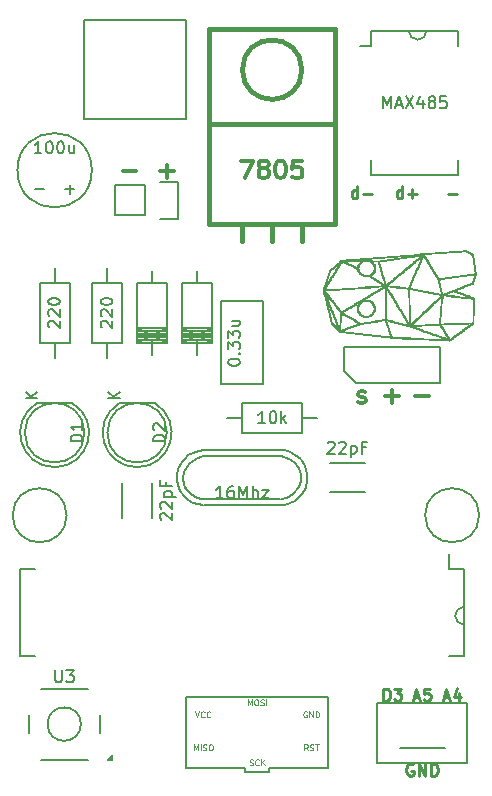
<source format=gto>
G04 #@! TF.FileFunction,Legend,Top*
%FSLAX46Y46*%
G04 Gerber Fmt 4.6, Leading zero omitted, Abs format (unit mm)*
G04 Created by KiCad (PCBNEW 4.0.2-stable) date 2016 May 27, Friday 16:50:11*
%MOMM*%
G01*
G04 APERTURE LIST*
%ADD10C,0.100000*%
%ADD11C,0.250000*%
%ADD12C,0.300000*%
%ADD13C,0.200000*%
%ADD14C,0.150000*%
%ADD15C,0.381000*%
%ADD16C,0.010000*%
%ADD17C,0.125000*%
G04 APERTURE END LIST*
D10*
D11*
X197739048Y-78811429D02*
X198500953Y-78811429D01*
X193905239Y-79192381D02*
X193905239Y-78192381D01*
X193905239Y-79144762D02*
X193810001Y-79192381D01*
X193619524Y-79192381D01*
X193524286Y-79144762D01*
X193476667Y-79097143D01*
X193429048Y-79001905D01*
X193429048Y-78716190D01*
X193476667Y-78620952D01*
X193524286Y-78573333D01*
X193619524Y-78525714D01*
X193810001Y-78525714D01*
X193905239Y-78573333D01*
X194381429Y-78811429D02*
X195143334Y-78811429D01*
X194762382Y-79192381D02*
X194762382Y-78430476D01*
X190095239Y-79192381D02*
X190095239Y-78192381D01*
X190095239Y-79144762D02*
X190000001Y-79192381D01*
X189809524Y-79192381D01*
X189714286Y-79144762D01*
X189666667Y-79097143D01*
X189619048Y-79001905D01*
X189619048Y-78716190D01*
X189666667Y-78620952D01*
X189714286Y-78573333D01*
X189809524Y-78525714D01*
X190000001Y-78525714D01*
X190095239Y-78573333D01*
X190571429Y-78811429D02*
X191333334Y-78811429D01*
D12*
X190178571Y-96492143D02*
X190321428Y-96563571D01*
X190607143Y-96563571D01*
X190750000Y-96492143D01*
X190821428Y-96349286D01*
X190821428Y-96277857D01*
X190750000Y-96135000D01*
X190607143Y-96063571D01*
X190392857Y-96063571D01*
X190250000Y-95992143D01*
X190178571Y-95849286D01*
X190178571Y-95777857D01*
X190250000Y-95635000D01*
X190392857Y-95563571D01*
X190607143Y-95563571D01*
X190750000Y-95635000D01*
X195008572Y-95992143D02*
X196151429Y-95992143D01*
X192468572Y-95992143D02*
X193611429Y-95992143D01*
X193040000Y-96563571D02*
X193040000Y-95420714D01*
D13*
X194945000Y-125730000D02*
X197485000Y-125730000D01*
X193675000Y-125730000D02*
X194945000Y-125730000D01*
D11*
X194818096Y-127135000D02*
X194722858Y-127087381D01*
X194580001Y-127087381D01*
X194437143Y-127135000D01*
X194341905Y-127230238D01*
X194294286Y-127325476D01*
X194246667Y-127515952D01*
X194246667Y-127658810D01*
X194294286Y-127849286D01*
X194341905Y-127944524D01*
X194437143Y-128039762D01*
X194580001Y-128087381D01*
X194675239Y-128087381D01*
X194818096Y-128039762D01*
X194865715Y-127992143D01*
X194865715Y-127658810D01*
X194675239Y-127658810D01*
X195294286Y-128087381D02*
X195294286Y-127087381D01*
X195865715Y-128087381D01*
X195865715Y-127087381D01*
X196341905Y-128087381D02*
X196341905Y-127087381D01*
X196580000Y-127087381D01*
X196722858Y-127135000D01*
X196818096Y-127230238D01*
X196865715Y-127325476D01*
X196913334Y-127515952D01*
X196913334Y-127658810D01*
X196865715Y-127849286D01*
X196818096Y-127944524D01*
X196722858Y-128039762D01*
X196580000Y-128087381D01*
X196341905Y-128087381D01*
X197405714Y-121451667D02*
X197881905Y-121451667D01*
X197310476Y-121737381D02*
X197643809Y-120737381D01*
X197977143Y-121737381D01*
X198739048Y-121070714D02*
X198739048Y-121737381D01*
X198500952Y-120689762D02*
X198262857Y-121404048D01*
X198881905Y-121404048D01*
X194865714Y-121451667D02*
X195341905Y-121451667D01*
X194770476Y-121737381D02*
X195103809Y-120737381D01*
X195437143Y-121737381D01*
X196246667Y-120737381D02*
X195770476Y-120737381D01*
X195722857Y-121213571D01*
X195770476Y-121165952D01*
X195865714Y-121118333D01*
X196103810Y-121118333D01*
X196199048Y-121165952D01*
X196246667Y-121213571D01*
X196294286Y-121308810D01*
X196294286Y-121546905D01*
X196246667Y-121642143D01*
X196199048Y-121689762D01*
X196103810Y-121737381D01*
X195865714Y-121737381D01*
X195770476Y-121689762D01*
X195722857Y-121642143D01*
X192301905Y-121737381D02*
X192301905Y-120737381D01*
X192540000Y-120737381D01*
X192682858Y-120785000D01*
X192778096Y-120880238D01*
X192825715Y-120975476D01*
X192873334Y-121165952D01*
X192873334Y-121308810D01*
X192825715Y-121499286D01*
X192778096Y-121594524D01*
X192682858Y-121689762D01*
X192540000Y-121737381D01*
X192301905Y-121737381D01*
X193206667Y-120737381D02*
X193825715Y-120737381D01*
X193492381Y-121118333D01*
X193635239Y-121118333D01*
X193730477Y-121165952D01*
X193778096Y-121213571D01*
X193825715Y-121308810D01*
X193825715Y-121546905D01*
X193778096Y-121642143D01*
X193730477Y-121689762D01*
X193635239Y-121737381D01*
X193349524Y-121737381D01*
X193254286Y-121689762D01*
X193206667Y-121642143D01*
D12*
X170243572Y-76942143D02*
X171386429Y-76942143D01*
X173418572Y-76942143D02*
X174561429Y-76942143D01*
X173990000Y-77513571D02*
X173990000Y-76370714D01*
X180237144Y-76013571D02*
X181237144Y-76013571D01*
X180594287Y-77513571D01*
X182022858Y-76656429D02*
X181880000Y-76585000D01*
X181808572Y-76513571D01*
X181737143Y-76370714D01*
X181737143Y-76299286D01*
X181808572Y-76156429D01*
X181880000Y-76085000D01*
X182022858Y-76013571D01*
X182308572Y-76013571D01*
X182451429Y-76085000D01*
X182522858Y-76156429D01*
X182594286Y-76299286D01*
X182594286Y-76370714D01*
X182522858Y-76513571D01*
X182451429Y-76585000D01*
X182308572Y-76656429D01*
X182022858Y-76656429D01*
X181880000Y-76727857D01*
X181808572Y-76799286D01*
X181737143Y-76942143D01*
X181737143Y-77227857D01*
X181808572Y-77370714D01*
X181880000Y-77442143D01*
X182022858Y-77513571D01*
X182308572Y-77513571D01*
X182451429Y-77442143D01*
X182522858Y-77370714D01*
X182594286Y-77227857D01*
X182594286Y-76942143D01*
X182522858Y-76799286D01*
X182451429Y-76727857D01*
X182308572Y-76656429D01*
X183522857Y-76013571D02*
X183665714Y-76013571D01*
X183808571Y-76085000D01*
X183880000Y-76156429D01*
X183951429Y-76299286D01*
X184022857Y-76585000D01*
X184022857Y-76942143D01*
X183951429Y-77227857D01*
X183880000Y-77370714D01*
X183808571Y-77442143D01*
X183665714Y-77513571D01*
X183522857Y-77513571D01*
X183380000Y-77442143D01*
X183308571Y-77370714D01*
X183237143Y-77227857D01*
X183165714Y-76942143D01*
X183165714Y-76585000D01*
X183237143Y-76299286D01*
X183308571Y-76156429D01*
X183380000Y-76085000D01*
X183522857Y-76013571D01*
X185380000Y-76013571D02*
X184665714Y-76013571D01*
X184594285Y-76727857D01*
X184665714Y-76656429D01*
X184808571Y-76585000D01*
X185165714Y-76585000D01*
X185308571Y-76656429D01*
X185380000Y-76727857D01*
X185451428Y-76870714D01*
X185451428Y-77227857D01*
X185380000Y-77370714D01*
X185308571Y-77442143D01*
X185165714Y-77513571D01*
X184808571Y-77513571D01*
X184665714Y-77442143D01*
X184594285Y-77370714D01*
D14*
X182626000Y-127508000D02*
X182626000Y-127762000D01*
X182626000Y-127762000D02*
X180594000Y-127762000D01*
X180594000Y-127762000D02*
X180594000Y-127508000D01*
X187610000Y-127460000D02*
X182610000Y-127460000D01*
X175610000Y-127460000D02*
X180610000Y-127460000D01*
X175610000Y-127460000D02*
X175610000Y-121460000D01*
X175610000Y-121460000D02*
X187610000Y-121460000D01*
X187610000Y-121460000D02*
X187610000Y-127460000D01*
X166982000Y-64106000D02*
X166982000Y-72488000D01*
X175618000Y-72488000D02*
X175618000Y-64106000D01*
X175618000Y-64106000D02*
X166982000Y-64106000D01*
X175618000Y-72488000D02*
X166982000Y-72488000D01*
X198374000Y-114554000D02*
G75*
G03X199136000Y-115316000I762000J0D01*
G01*
X199136000Y-113792000D02*
G75*
G03X198374000Y-114554000I0J-762000D01*
G01*
X199145000Y-110625000D02*
X197875000Y-110625000D01*
X199145000Y-117975000D02*
X197875000Y-117975000D01*
X161535000Y-117975000D02*
X162805000Y-117975000D01*
X161535000Y-110625000D02*
X162805000Y-110625000D01*
X199145000Y-110625000D02*
X199145000Y-117975000D01*
X161535000Y-110625000D02*
X161535000Y-117975000D01*
X197875000Y-110625000D02*
X197875000Y-109340000D01*
X199390000Y-124460000D02*
X199390000Y-121920000D01*
X199390000Y-121920000D02*
X196850000Y-121920000D01*
X196850000Y-121920000D02*
X191770000Y-121920000D01*
X191770000Y-121920000D02*
X191770000Y-127000000D01*
X191770000Y-127000000D02*
X196850000Y-127000000D01*
X199390000Y-127000000D02*
X199390000Y-124460000D01*
X196850000Y-127000000D02*
X199390000Y-127000000D01*
X195199000Y-65786000D02*
G75*
G03X195961000Y-65024000I0J762000D01*
G01*
X194437000Y-65024000D02*
G75*
G03X195199000Y-65786000I762000J0D01*
G01*
X191270000Y-65015000D02*
X191270000Y-66285000D01*
X198620000Y-65015000D02*
X198620000Y-66285000D01*
X198620000Y-77225000D02*
X198620000Y-75955000D01*
X191270000Y-77225000D02*
X191270000Y-75955000D01*
X191270000Y-65015000D02*
X198620000Y-65015000D01*
X191270000Y-77225000D02*
X198620000Y-77225000D01*
X191270000Y-66285000D02*
X190335000Y-66285000D01*
X162940096Y-96575112D02*
G75*
G03X165965000Y-96560000I1524904J-2484888D01*
G01*
X162965000Y-96560000D02*
X165965000Y-96560000D01*
X166982936Y-99060000D02*
G75*
G03X166982936Y-99060000I-2517936J0D01*
G01*
X169925096Y-96575112D02*
G75*
G03X172950000Y-96560000I1524904J-2484888D01*
G01*
X169950000Y-96560000D02*
X172950000Y-96560000D01*
X173967936Y-99060000D02*
G75*
G03X173967936Y-99060000I-2517936J0D01*
G01*
X190750000Y-104120000D02*
X187750000Y-104120000D01*
X187750000Y-101620000D02*
X190750000Y-101620000D01*
X170200000Y-106295000D02*
X170200000Y-103295000D01*
X172700000Y-103295000D02*
X172700000Y-106295000D01*
X167615000Y-76835000D02*
G75*
G03X167615000Y-76835000I-3150000J0D01*
G01*
X182090000Y-87900000D02*
X182090000Y-94900000D01*
X182090000Y-94900000D02*
X178590000Y-94900000D01*
X178590000Y-94900000D02*
X178590000Y-87900000D01*
X178590000Y-87900000D02*
X182090000Y-87900000D01*
X176527460Y-86360000D02*
X176527460Y-85344000D01*
X176527460Y-91186000D02*
X176527460Y-92456000D01*
X175257460Y-90932000D02*
X177797460Y-90932000D01*
X175257460Y-90678000D02*
X177797460Y-90678000D01*
X175257460Y-90424000D02*
X177797460Y-90424000D01*
X175257460Y-91186000D02*
X177797460Y-91186000D01*
X175257460Y-90170000D02*
X177797460Y-91440000D01*
X175257460Y-91440000D02*
X177797460Y-90170000D01*
X175257460Y-90170000D02*
X177797460Y-90170000D01*
X175257460Y-90805000D02*
X177797460Y-90805000D01*
X177797460Y-91440000D02*
X175257460Y-91440000D01*
X175257460Y-91440000D02*
X175257460Y-86360000D01*
X175257460Y-86360000D02*
X177797460Y-86360000D01*
X177797460Y-86360000D02*
X177797460Y-91440000D01*
X172717460Y-86360000D02*
X172717460Y-85344000D01*
X172717460Y-91186000D02*
X172717460Y-92456000D01*
X171447460Y-90932000D02*
X173987460Y-90932000D01*
X171447460Y-90678000D02*
X173987460Y-90678000D01*
X171447460Y-90424000D02*
X173987460Y-90424000D01*
X171447460Y-91186000D02*
X173987460Y-91186000D01*
X171447460Y-90170000D02*
X173987460Y-91440000D01*
X171447460Y-91440000D02*
X173987460Y-90170000D01*
X171447460Y-90170000D02*
X173987460Y-90170000D01*
X171447460Y-90805000D02*
X173987460Y-90805000D01*
X173987460Y-91440000D02*
X171447460Y-91440000D01*
X171447460Y-91440000D02*
X171447460Y-86360000D01*
X171447460Y-86360000D02*
X173987460Y-86360000D01*
X173987460Y-86360000D02*
X173987460Y-91440000D01*
X188976000Y-91821000D02*
X188976000Y-93853000D01*
X188976000Y-93853000D02*
X189992000Y-94869000D01*
X189992000Y-94869000D02*
X197104000Y-94869000D01*
X197104000Y-94869000D02*
X197104000Y-91821000D01*
X197104000Y-91821000D02*
X188976000Y-91821000D01*
X172085000Y-80645000D02*
X169545000Y-80645000D01*
X174905000Y-80925000D02*
X173355000Y-80925000D01*
X172085000Y-80645000D02*
X172085000Y-78105000D01*
X173355000Y-77825000D02*
X174905000Y-77825000D01*
X174905000Y-77825000D02*
X174905000Y-80925000D01*
X172085000Y-78105000D02*
X169545000Y-78105000D01*
X169545000Y-78105000D02*
X169545000Y-80645000D01*
X180340000Y-96520000D02*
X185420000Y-96520000D01*
X185420000Y-96520000D02*
X185420000Y-99060000D01*
X185420000Y-99060000D02*
X180340000Y-99060000D01*
X180340000Y-99060000D02*
X180340000Y-96520000D01*
X180340000Y-97790000D02*
X179070000Y-97790000D01*
X185420000Y-97790000D02*
X186690000Y-97790000D01*
X163195000Y-91440000D02*
X163195000Y-86360000D01*
X163195000Y-86360000D02*
X165735000Y-86360000D01*
X165735000Y-86360000D02*
X165735000Y-91440000D01*
X165735000Y-91440000D02*
X163195000Y-91440000D01*
X164465000Y-91440000D02*
X164465000Y-92710000D01*
X164465000Y-86360000D02*
X164465000Y-85090000D01*
X167640000Y-91440000D02*
X167640000Y-86360000D01*
X167640000Y-86360000D02*
X170180000Y-86360000D01*
X170180000Y-86360000D02*
X170180000Y-91440000D01*
X170180000Y-91440000D02*
X167640000Y-91440000D01*
X168910000Y-91440000D02*
X168910000Y-92710000D01*
X168910000Y-86360000D02*
X168910000Y-85090000D01*
D15*
X180340000Y-81407000D02*
X180340000Y-82804000D01*
X182880000Y-81407000D02*
X182880000Y-82804000D01*
X185420000Y-81407000D02*
X185420000Y-82804000D01*
X185394472Y-68326000D02*
G75*
G03X185394472Y-68326000I-2514472J0D01*
G01*
X188214000Y-72898000D02*
X188214000Y-64897000D01*
X188214000Y-64897000D02*
X177546000Y-64897000D01*
X177546000Y-64897000D02*
X177546000Y-72898000D01*
X188214000Y-81407000D02*
X188214000Y-72898000D01*
X188214000Y-72898000D02*
X177546000Y-72898000D01*
X177546000Y-72898000D02*
X177546000Y-81407000D01*
X182880000Y-81407000D02*
X177546000Y-81407000D01*
X182880000Y-81407000D02*
X188214000Y-81407000D01*
D14*
X175641000Y-103870760D02*
X175440340Y-103469440D01*
X175440340Y-103469440D02*
X175338740Y-102870000D01*
X175338740Y-102870000D02*
X175440340Y-102369620D01*
X175440340Y-102369620D02*
X175839120Y-101671120D01*
X175839120Y-101671120D02*
X176441100Y-101269800D01*
X176441100Y-101269800D02*
X177040540Y-101069140D01*
X177040540Y-101069140D02*
X183639460Y-101069140D01*
X183639460Y-101069140D02*
X184340500Y-101269800D01*
X184340500Y-101269800D02*
X184739280Y-101569520D01*
X184739280Y-101569520D02*
X185140600Y-102069900D01*
X185140600Y-102069900D02*
X185341260Y-102669340D01*
X185341260Y-102669340D02*
X185341260Y-103169720D01*
X185341260Y-103169720D02*
X185140600Y-103670100D01*
X185140600Y-103670100D02*
X184640220Y-104269540D01*
X184640220Y-104269540D02*
X184139840Y-104569260D01*
X184139840Y-104569260D02*
X183639460Y-104670860D01*
X183540400Y-104670860D02*
X176938940Y-104670860D01*
X176938940Y-104670860D02*
X176540160Y-104569260D01*
X176540160Y-104569260D02*
X176039780Y-104269540D01*
X176039780Y-104269540D02*
X175539400Y-103769160D01*
X183530240Y-105199180D02*
X183989980Y-105150920D01*
X183989980Y-105150920D02*
X184388760Y-105039160D01*
X184388760Y-105039160D02*
X184820560Y-104820720D01*
X184820560Y-104820720D02*
X185110120Y-104589580D01*
X185110120Y-104589580D02*
X185440320Y-104239060D01*
X185440320Y-104239060D02*
X185729880Y-103700580D01*
X185729880Y-103700580D02*
X185859420Y-103101140D01*
X185859420Y-103101140D02*
X185859420Y-102590600D01*
X185859420Y-102590600D02*
X185689240Y-101889560D01*
X185689240Y-101889560D02*
X185290460Y-101300280D01*
X185290460Y-101300280D02*
X184830720Y-100929440D01*
X184830720Y-100929440D02*
X184409080Y-100721160D01*
X184409080Y-100721160D02*
X183959500Y-100561140D01*
X183959500Y-100561140D02*
X183520080Y-100530660D01*
X176179480Y-100749100D02*
X175801020Y-100970080D01*
X175801020Y-100970080D02*
X175480980Y-101249480D01*
X175480980Y-101249480D02*
X175229520Y-101579680D01*
X175229520Y-101579680D02*
X174929800Y-102130860D01*
X174929800Y-102130860D02*
X174820580Y-102600760D01*
X174820580Y-102600760D02*
X174800260Y-103060500D01*
X174800260Y-103060500D02*
X174889160Y-103520240D01*
X174889160Y-103520240D02*
X175079660Y-103969820D01*
X175079660Y-103969820D02*
X175440340Y-104439720D01*
X175440340Y-104439720D02*
X175790860Y-104759760D01*
X175790860Y-104759760D02*
X176179480Y-104990900D01*
X176179480Y-104990900D02*
X176608740Y-105130600D01*
X176608740Y-105130600D02*
X177050700Y-105199180D01*
X183540400Y-100540820D02*
X177088800Y-100540820D01*
X177088800Y-100540820D02*
X176669700Y-100578920D01*
X176669700Y-100578920D02*
X176179480Y-100749100D01*
X183540400Y-105199180D02*
X177088800Y-105199180D01*
X200406000Y-106045000D02*
G75*
G03X200406000Y-106045000I-2286000J0D01*
G01*
X165481000Y-106045000D02*
G75*
G03X165481000Y-106045000I-2286000J0D01*
G01*
D16*
G36*
X187185000Y-87170000D02*
X187185000Y-87125000D01*
X187230000Y-87125000D01*
X187230000Y-87170000D01*
X187185000Y-87170000D01*
X187185000Y-87170000D01*
G37*
X187185000Y-87170000D02*
X187185000Y-87125000D01*
X187230000Y-87125000D01*
X187230000Y-87170000D01*
X187185000Y-87170000D01*
G36*
X187185000Y-87125000D02*
X187185000Y-87080000D01*
X187230000Y-87080000D01*
X187230000Y-87125000D01*
X187185000Y-87125000D01*
X187185000Y-87125000D01*
G37*
X187185000Y-87125000D02*
X187185000Y-87080000D01*
X187230000Y-87080000D01*
X187230000Y-87125000D01*
X187185000Y-87125000D01*
G36*
X187185000Y-87080000D02*
X187185000Y-87035000D01*
X187230000Y-87035000D01*
X187230000Y-87080000D01*
X187185000Y-87080000D01*
X187185000Y-87080000D01*
G37*
X187185000Y-87080000D02*
X187185000Y-87035000D01*
X187230000Y-87035000D01*
X187230000Y-87080000D01*
X187185000Y-87080000D01*
G36*
X187185000Y-87035000D02*
X187185000Y-86990000D01*
X187230000Y-86990000D01*
X187230000Y-87035000D01*
X187185000Y-87035000D01*
X187185000Y-87035000D01*
G37*
X187185000Y-87035000D02*
X187185000Y-86990000D01*
X187230000Y-86990000D01*
X187230000Y-87035000D01*
X187185000Y-87035000D01*
G36*
X187185000Y-86990000D02*
X187185000Y-86945000D01*
X187230000Y-86945000D01*
X187230000Y-86990000D01*
X187185000Y-86990000D01*
X187185000Y-86990000D01*
G37*
X187185000Y-86990000D02*
X187185000Y-86945000D01*
X187230000Y-86945000D01*
X187230000Y-86990000D01*
X187185000Y-86990000D01*
G36*
X187185000Y-86945000D02*
X187185000Y-86900000D01*
X187230000Y-86900000D01*
X187230000Y-86945000D01*
X187185000Y-86945000D01*
X187185000Y-86945000D01*
G37*
X187185000Y-86945000D02*
X187185000Y-86900000D01*
X187230000Y-86900000D01*
X187230000Y-86945000D01*
X187185000Y-86945000D01*
G36*
X187185000Y-86900000D02*
X187185000Y-86855000D01*
X187230000Y-86855000D01*
X187230000Y-86900000D01*
X187185000Y-86900000D01*
X187185000Y-86900000D01*
G37*
X187185000Y-86900000D02*
X187185000Y-86855000D01*
X187230000Y-86855000D01*
X187230000Y-86900000D01*
X187185000Y-86900000D01*
G36*
X187230000Y-87305000D02*
X187230000Y-87260000D01*
X187275000Y-87260000D01*
X187275000Y-87305000D01*
X187230000Y-87305000D01*
X187230000Y-87305000D01*
G37*
X187230000Y-87305000D02*
X187230000Y-87260000D01*
X187275000Y-87260000D01*
X187275000Y-87305000D01*
X187230000Y-87305000D01*
G36*
X187230000Y-87260000D02*
X187230000Y-87215000D01*
X187275000Y-87215000D01*
X187275000Y-87260000D01*
X187230000Y-87260000D01*
X187230000Y-87260000D01*
G37*
X187230000Y-87260000D02*
X187230000Y-87215000D01*
X187275000Y-87215000D01*
X187275000Y-87260000D01*
X187230000Y-87260000D01*
G36*
X187230000Y-87215000D02*
X187230000Y-87170000D01*
X187275000Y-87170000D01*
X187275000Y-87215000D01*
X187230000Y-87215000D01*
X187230000Y-87215000D01*
G37*
X187230000Y-87215000D02*
X187230000Y-87170000D01*
X187275000Y-87170000D01*
X187275000Y-87215000D01*
X187230000Y-87215000D01*
G36*
X187230000Y-87170000D02*
X187230000Y-87125000D01*
X187275000Y-87125000D01*
X187275000Y-87170000D01*
X187230000Y-87170000D01*
X187230000Y-87170000D01*
G37*
X187230000Y-87170000D02*
X187230000Y-87125000D01*
X187275000Y-87125000D01*
X187275000Y-87170000D01*
X187230000Y-87170000D01*
G36*
X187230000Y-87125000D02*
X187230000Y-87080000D01*
X187275000Y-87080000D01*
X187275000Y-87125000D01*
X187230000Y-87125000D01*
X187230000Y-87125000D01*
G37*
X187230000Y-87125000D02*
X187230000Y-87080000D01*
X187275000Y-87080000D01*
X187275000Y-87125000D01*
X187230000Y-87125000D01*
G36*
X187230000Y-87080000D02*
X187230000Y-87035000D01*
X187275000Y-87035000D01*
X187275000Y-87080000D01*
X187230000Y-87080000D01*
X187230000Y-87080000D01*
G37*
X187230000Y-87080000D02*
X187230000Y-87035000D01*
X187275000Y-87035000D01*
X187275000Y-87080000D01*
X187230000Y-87080000D01*
G36*
X187230000Y-87035000D02*
X187230000Y-86990000D01*
X187275000Y-86990000D01*
X187275000Y-87035000D01*
X187230000Y-87035000D01*
X187230000Y-87035000D01*
G37*
X187230000Y-87035000D02*
X187230000Y-86990000D01*
X187275000Y-86990000D01*
X187275000Y-87035000D01*
X187230000Y-87035000D01*
G36*
X187230000Y-86990000D02*
X187230000Y-86945000D01*
X187275000Y-86945000D01*
X187275000Y-86990000D01*
X187230000Y-86990000D01*
X187230000Y-86990000D01*
G37*
X187230000Y-86990000D02*
X187230000Y-86945000D01*
X187275000Y-86945000D01*
X187275000Y-86990000D01*
X187230000Y-86990000D01*
G36*
X187230000Y-86945000D02*
X187230000Y-86900000D01*
X187275000Y-86900000D01*
X187275000Y-86945000D01*
X187230000Y-86945000D01*
X187230000Y-86945000D01*
G37*
X187230000Y-86945000D02*
X187230000Y-86900000D01*
X187275000Y-86900000D01*
X187275000Y-86945000D01*
X187230000Y-86945000D01*
G36*
X187230000Y-86900000D02*
X187230000Y-86855000D01*
X187275000Y-86855000D01*
X187275000Y-86900000D01*
X187230000Y-86900000D01*
X187230000Y-86900000D01*
G37*
X187230000Y-86900000D02*
X187230000Y-86855000D01*
X187275000Y-86855000D01*
X187275000Y-86900000D01*
X187230000Y-86900000D01*
G36*
X187230000Y-86855000D02*
X187230000Y-86810000D01*
X187275000Y-86810000D01*
X187275000Y-86855000D01*
X187230000Y-86855000D01*
X187230000Y-86855000D01*
G37*
X187230000Y-86855000D02*
X187230000Y-86810000D01*
X187275000Y-86810000D01*
X187275000Y-86855000D01*
X187230000Y-86855000D01*
G36*
X187230000Y-86810000D02*
X187230000Y-86765000D01*
X187275000Y-86765000D01*
X187275000Y-86810000D01*
X187230000Y-86810000D01*
X187230000Y-86810000D01*
G37*
X187230000Y-86810000D02*
X187230000Y-86765000D01*
X187275000Y-86765000D01*
X187275000Y-86810000D01*
X187230000Y-86810000D01*
G36*
X187230000Y-86765000D02*
X187230000Y-86720000D01*
X187275000Y-86720000D01*
X187275000Y-86765000D01*
X187230000Y-86765000D01*
X187230000Y-86765000D01*
G37*
X187230000Y-86765000D02*
X187230000Y-86720000D01*
X187275000Y-86720000D01*
X187275000Y-86765000D01*
X187230000Y-86765000D01*
G36*
X187275000Y-87485000D02*
X187275000Y-87440000D01*
X187320000Y-87440000D01*
X187320000Y-87485000D01*
X187275000Y-87485000D01*
X187275000Y-87485000D01*
G37*
X187275000Y-87485000D02*
X187275000Y-87440000D01*
X187320000Y-87440000D01*
X187320000Y-87485000D01*
X187275000Y-87485000D01*
G36*
X187275000Y-87440000D02*
X187275000Y-87395000D01*
X187320000Y-87395000D01*
X187320000Y-87440000D01*
X187275000Y-87440000D01*
X187275000Y-87440000D01*
G37*
X187275000Y-87440000D02*
X187275000Y-87395000D01*
X187320000Y-87395000D01*
X187320000Y-87440000D01*
X187275000Y-87440000D01*
G36*
X187275000Y-87395000D02*
X187275000Y-87350000D01*
X187320000Y-87350000D01*
X187320000Y-87395000D01*
X187275000Y-87395000D01*
X187275000Y-87395000D01*
G37*
X187275000Y-87395000D02*
X187275000Y-87350000D01*
X187320000Y-87350000D01*
X187320000Y-87395000D01*
X187275000Y-87395000D01*
G36*
X187275000Y-87350000D02*
X187275000Y-87305000D01*
X187320000Y-87305000D01*
X187320000Y-87350000D01*
X187275000Y-87350000D01*
X187275000Y-87350000D01*
G37*
X187275000Y-87350000D02*
X187275000Y-87305000D01*
X187320000Y-87305000D01*
X187320000Y-87350000D01*
X187275000Y-87350000D01*
G36*
X187275000Y-87305000D02*
X187275000Y-87260000D01*
X187320000Y-87260000D01*
X187320000Y-87305000D01*
X187275000Y-87305000D01*
X187275000Y-87305000D01*
G37*
X187275000Y-87305000D02*
X187275000Y-87260000D01*
X187320000Y-87260000D01*
X187320000Y-87305000D01*
X187275000Y-87305000D01*
G36*
X187275000Y-87260000D02*
X187275000Y-87215000D01*
X187320000Y-87215000D01*
X187320000Y-87260000D01*
X187275000Y-87260000D01*
X187275000Y-87260000D01*
G37*
X187275000Y-87260000D02*
X187275000Y-87215000D01*
X187320000Y-87215000D01*
X187320000Y-87260000D01*
X187275000Y-87260000D01*
G36*
X187275000Y-87215000D02*
X187275000Y-87170000D01*
X187320000Y-87170000D01*
X187320000Y-87215000D01*
X187275000Y-87215000D01*
X187275000Y-87215000D01*
G37*
X187275000Y-87215000D02*
X187275000Y-87170000D01*
X187320000Y-87170000D01*
X187320000Y-87215000D01*
X187275000Y-87215000D01*
G36*
X187275000Y-87170000D02*
X187275000Y-87125000D01*
X187320000Y-87125000D01*
X187320000Y-87170000D01*
X187275000Y-87170000D01*
X187275000Y-87170000D01*
G37*
X187275000Y-87170000D02*
X187275000Y-87125000D01*
X187320000Y-87125000D01*
X187320000Y-87170000D01*
X187275000Y-87170000D01*
G36*
X187275000Y-87125000D02*
X187275000Y-87080000D01*
X187320000Y-87080000D01*
X187320000Y-87125000D01*
X187275000Y-87125000D01*
X187275000Y-87125000D01*
G37*
X187275000Y-87125000D02*
X187275000Y-87080000D01*
X187320000Y-87080000D01*
X187320000Y-87125000D01*
X187275000Y-87125000D01*
G36*
X187275000Y-87080000D02*
X187275000Y-87035000D01*
X187320000Y-87035000D01*
X187320000Y-87080000D01*
X187275000Y-87080000D01*
X187275000Y-87080000D01*
G37*
X187275000Y-87080000D02*
X187275000Y-87035000D01*
X187320000Y-87035000D01*
X187320000Y-87080000D01*
X187275000Y-87080000D01*
G36*
X187275000Y-87035000D02*
X187275000Y-86990000D01*
X187320000Y-86990000D01*
X187320000Y-87035000D01*
X187275000Y-87035000D01*
X187275000Y-87035000D01*
G37*
X187275000Y-87035000D02*
X187275000Y-86990000D01*
X187320000Y-86990000D01*
X187320000Y-87035000D01*
X187275000Y-87035000D01*
G36*
X187275000Y-86990000D02*
X187275000Y-86945000D01*
X187320000Y-86945000D01*
X187320000Y-86990000D01*
X187275000Y-86990000D01*
X187275000Y-86990000D01*
G37*
X187275000Y-86990000D02*
X187275000Y-86945000D01*
X187320000Y-86945000D01*
X187320000Y-86990000D01*
X187275000Y-86990000D01*
G36*
X187275000Y-86945000D02*
X187275000Y-86900000D01*
X187320000Y-86900000D01*
X187320000Y-86945000D01*
X187275000Y-86945000D01*
X187275000Y-86945000D01*
G37*
X187275000Y-86945000D02*
X187275000Y-86900000D01*
X187320000Y-86900000D01*
X187320000Y-86945000D01*
X187275000Y-86945000D01*
G36*
X187275000Y-86900000D02*
X187275000Y-86855000D01*
X187320000Y-86855000D01*
X187320000Y-86900000D01*
X187275000Y-86900000D01*
X187275000Y-86900000D01*
G37*
X187275000Y-86900000D02*
X187275000Y-86855000D01*
X187320000Y-86855000D01*
X187320000Y-86900000D01*
X187275000Y-86900000D01*
G36*
X187275000Y-86855000D02*
X187275000Y-86810000D01*
X187320000Y-86810000D01*
X187320000Y-86855000D01*
X187275000Y-86855000D01*
X187275000Y-86855000D01*
G37*
X187275000Y-86855000D02*
X187275000Y-86810000D01*
X187320000Y-86810000D01*
X187320000Y-86855000D01*
X187275000Y-86855000D01*
G36*
X187275000Y-86810000D02*
X187275000Y-86765000D01*
X187320000Y-86765000D01*
X187320000Y-86810000D01*
X187275000Y-86810000D01*
X187275000Y-86810000D01*
G37*
X187275000Y-86810000D02*
X187275000Y-86765000D01*
X187320000Y-86765000D01*
X187320000Y-86810000D01*
X187275000Y-86810000D01*
G36*
X187275000Y-86765000D02*
X187275000Y-86720000D01*
X187320000Y-86720000D01*
X187320000Y-86765000D01*
X187275000Y-86765000D01*
X187275000Y-86765000D01*
G37*
X187275000Y-86765000D02*
X187275000Y-86720000D01*
X187320000Y-86720000D01*
X187320000Y-86765000D01*
X187275000Y-86765000D01*
G36*
X187275000Y-86720000D02*
X187275000Y-86675000D01*
X187320000Y-86675000D01*
X187320000Y-86720000D01*
X187275000Y-86720000D01*
X187275000Y-86720000D01*
G37*
X187275000Y-86720000D02*
X187275000Y-86675000D01*
X187320000Y-86675000D01*
X187320000Y-86720000D01*
X187275000Y-86720000D01*
G36*
X187275000Y-86675000D02*
X187275000Y-86630000D01*
X187320000Y-86630000D01*
X187320000Y-86675000D01*
X187275000Y-86675000D01*
X187275000Y-86675000D01*
G37*
X187275000Y-86675000D02*
X187275000Y-86630000D01*
X187320000Y-86630000D01*
X187320000Y-86675000D01*
X187275000Y-86675000D01*
G36*
X187275000Y-86630000D02*
X187275000Y-86585000D01*
X187320000Y-86585000D01*
X187320000Y-86630000D01*
X187275000Y-86630000D01*
X187275000Y-86630000D01*
G37*
X187275000Y-86630000D02*
X187275000Y-86585000D01*
X187320000Y-86585000D01*
X187320000Y-86630000D01*
X187275000Y-86630000D01*
G36*
X187320000Y-87665000D02*
X187320000Y-87620000D01*
X187365000Y-87620000D01*
X187365000Y-87665000D01*
X187320000Y-87665000D01*
X187320000Y-87665000D01*
G37*
X187320000Y-87665000D02*
X187320000Y-87620000D01*
X187365000Y-87620000D01*
X187365000Y-87665000D01*
X187320000Y-87665000D01*
G36*
X187320000Y-87620000D02*
X187320000Y-87575000D01*
X187365000Y-87575000D01*
X187365000Y-87620000D01*
X187320000Y-87620000D01*
X187320000Y-87620000D01*
G37*
X187320000Y-87620000D02*
X187320000Y-87575000D01*
X187365000Y-87575000D01*
X187365000Y-87620000D01*
X187320000Y-87620000D01*
G36*
X187320000Y-87575000D02*
X187320000Y-87530000D01*
X187365000Y-87530000D01*
X187365000Y-87575000D01*
X187320000Y-87575000D01*
X187320000Y-87575000D01*
G37*
X187320000Y-87575000D02*
X187320000Y-87530000D01*
X187365000Y-87530000D01*
X187365000Y-87575000D01*
X187320000Y-87575000D01*
G36*
X187320000Y-87530000D02*
X187320000Y-87485000D01*
X187365000Y-87485000D01*
X187365000Y-87530000D01*
X187320000Y-87530000D01*
X187320000Y-87530000D01*
G37*
X187320000Y-87530000D02*
X187320000Y-87485000D01*
X187365000Y-87485000D01*
X187365000Y-87530000D01*
X187320000Y-87530000D01*
G36*
X187320000Y-87485000D02*
X187320000Y-87440000D01*
X187365000Y-87440000D01*
X187365000Y-87485000D01*
X187320000Y-87485000D01*
X187320000Y-87485000D01*
G37*
X187320000Y-87485000D02*
X187320000Y-87440000D01*
X187365000Y-87440000D01*
X187365000Y-87485000D01*
X187320000Y-87485000D01*
G36*
X187320000Y-87440000D02*
X187320000Y-87395000D01*
X187365000Y-87395000D01*
X187365000Y-87440000D01*
X187320000Y-87440000D01*
X187320000Y-87440000D01*
G37*
X187320000Y-87440000D02*
X187320000Y-87395000D01*
X187365000Y-87395000D01*
X187365000Y-87440000D01*
X187320000Y-87440000D01*
G36*
X187320000Y-87395000D02*
X187320000Y-87350000D01*
X187365000Y-87350000D01*
X187365000Y-87395000D01*
X187320000Y-87395000D01*
X187320000Y-87395000D01*
G37*
X187320000Y-87395000D02*
X187320000Y-87350000D01*
X187365000Y-87350000D01*
X187365000Y-87395000D01*
X187320000Y-87395000D01*
G36*
X187320000Y-87350000D02*
X187320000Y-87305000D01*
X187365000Y-87305000D01*
X187365000Y-87350000D01*
X187320000Y-87350000D01*
X187320000Y-87350000D01*
G37*
X187320000Y-87350000D02*
X187320000Y-87305000D01*
X187365000Y-87305000D01*
X187365000Y-87350000D01*
X187320000Y-87350000D01*
G36*
X187320000Y-87305000D02*
X187320000Y-87260000D01*
X187365000Y-87260000D01*
X187365000Y-87305000D01*
X187320000Y-87305000D01*
X187320000Y-87305000D01*
G37*
X187320000Y-87305000D02*
X187320000Y-87260000D01*
X187365000Y-87260000D01*
X187365000Y-87305000D01*
X187320000Y-87305000D01*
G36*
X187320000Y-87260000D02*
X187320000Y-87215000D01*
X187365000Y-87215000D01*
X187365000Y-87260000D01*
X187320000Y-87260000D01*
X187320000Y-87260000D01*
G37*
X187320000Y-87260000D02*
X187320000Y-87215000D01*
X187365000Y-87215000D01*
X187365000Y-87260000D01*
X187320000Y-87260000D01*
G36*
X187320000Y-87215000D02*
X187320000Y-87170000D01*
X187365000Y-87170000D01*
X187365000Y-87215000D01*
X187320000Y-87215000D01*
X187320000Y-87215000D01*
G37*
X187320000Y-87215000D02*
X187320000Y-87170000D01*
X187365000Y-87170000D01*
X187365000Y-87215000D01*
X187320000Y-87215000D01*
G36*
X187320000Y-87170000D02*
X187320000Y-87125000D01*
X187365000Y-87125000D01*
X187365000Y-87170000D01*
X187320000Y-87170000D01*
X187320000Y-87170000D01*
G37*
X187320000Y-87170000D02*
X187320000Y-87125000D01*
X187365000Y-87125000D01*
X187365000Y-87170000D01*
X187320000Y-87170000D01*
G36*
X187320000Y-87125000D02*
X187320000Y-87080000D01*
X187365000Y-87080000D01*
X187365000Y-87125000D01*
X187320000Y-87125000D01*
X187320000Y-87125000D01*
G37*
X187320000Y-87125000D02*
X187320000Y-87080000D01*
X187365000Y-87080000D01*
X187365000Y-87125000D01*
X187320000Y-87125000D01*
G36*
X187320000Y-86990000D02*
X187320000Y-86945000D01*
X187365000Y-86945000D01*
X187365000Y-86990000D01*
X187320000Y-86990000D01*
X187320000Y-86990000D01*
G37*
X187320000Y-86990000D02*
X187320000Y-86945000D01*
X187365000Y-86945000D01*
X187365000Y-86990000D01*
X187320000Y-86990000D01*
G36*
X187320000Y-86855000D02*
X187320000Y-86810000D01*
X187365000Y-86810000D01*
X187365000Y-86855000D01*
X187320000Y-86855000D01*
X187320000Y-86855000D01*
G37*
X187320000Y-86855000D02*
X187320000Y-86810000D01*
X187365000Y-86810000D01*
X187365000Y-86855000D01*
X187320000Y-86855000D01*
G36*
X187320000Y-86810000D02*
X187320000Y-86765000D01*
X187365000Y-86765000D01*
X187365000Y-86810000D01*
X187320000Y-86810000D01*
X187320000Y-86810000D01*
G37*
X187320000Y-86810000D02*
X187320000Y-86765000D01*
X187365000Y-86765000D01*
X187365000Y-86810000D01*
X187320000Y-86810000D01*
G36*
X187320000Y-86765000D02*
X187320000Y-86720000D01*
X187365000Y-86720000D01*
X187365000Y-86765000D01*
X187320000Y-86765000D01*
X187320000Y-86765000D01*
G37*
X187320000Y-86765000D02*
X187320000Y-86720000D01*
X187365000Y-86720000D01*
X187365000Y-86765000D01*
X187320000Y-86765000D01*
G36*
X187320000Y-86720000D02*
X187320000Y-86675000D01*
X187365000Y-86675000D01*
X187365000Y-86720000D01*
X187320000Y-86720000D01*
X187320000Y-86720000D01*
G37*
X187320000Y-86720000D02*
X187320000Y-86675000D01*
X187365000Y-86675000D01*
X187365000Y-86720000D01*
X187320000Y-86720000D01*
G36*
X187320000Y-86675000D02*
X187320000Y-86630000D01*
X187365000Y-86630000D01*
X187365000Y-86675000D01*
X187320000Y-86675000D01*
X187320000Y-86675000D01*
G37*
X187320000Y-86675000D02*
X187320000Y-86630000D01*
X187365000Y-86630000D01*
X187365000Y-86675000D01*
X187320000Y-86675000D01*
G36*
X187320000Y-86630000D02*
X187320000Y-86585000D01*
X187365000Y-86585000D01*
X187365000Y-86630000D01*
X187320000Y-86630000D01*
X187320000Y-86630000D01*
G37*
X187320000Y-86630000D02*
X187320000Y-86585000D01*
X187365000Y-86585000D01*
X187365000Y-86630000D01*
X187320000Y-86630000D01*
G36*
X187320000Y-86585000D02*
X187320000Y-86540000D01*
X187365000Y-86540000D01*
X187365000Y-86585000D01*
X187320000Y-86585000D01*
X187320000Y-86585000D01*
G37*
X187320000Y-86585000D02*
X187320000Y-86540000D01*
X187365000Y-86540000D01*
X187365000Y-86585000D01*
X187320000Y-86585000D01*
G36*
X187320000Y-86540000D02*
X187320000Y-86495000D01*
X187365000Y-86495000D01*
X187365000Y-86540000D01*
X187320000Y-86540000D01*
X187320000Y-86540000D01*
G37*
X187320000Y-86540000D02*
X187320000Y-86495000D01*
X187365000Y-86495000D01*
X187365000Y-86540000D01*
X187320000Y-86540000D01*
G36*
X187320000Y-86495000D02*
X187320000Y-86450000D01*
X187365000Y-86450000D01*
X187365000Y-86495000D01*
X187320000Y-86495000D01*
X187320000Y-86495000D01*
G37*
X187320000Y-86495000D02*
X187320000Y-86450000D01*
X187365000Y-86450000D01*
X187365000Y-86495000D01*
X187320000Y-86495000D01*
G36*
X187365000Y-87845000D02*
X187365000Y-87800000D01*
X187410000Y-87800000D01*
X187410000Y-87845000D01*
X187365000Y-87845000D01*
X187365000Y-87845000D01*
G37*
X187365000Y-87845000D02*
X187365000Y-87800000D01*
X187410000Y-87800000D01*
X187410000Y-87845000D01*
X187365000Y-87845000D01*
G36*
X187365000Y-87800000D02*
X187365000Y-87755000D01*
X187410000Y-87755000D01*
X187410000Y-87800000D01*
X187365000Y-87800000D01*
X187365000Y-87800000D01*
G37*
X187365000Y-87800000D02*
X187365000Y-87755000D01*
X187410000Y-87755000D01*
X187410000Y-87800000D01*
X187365000Y-87800000D01*
G36*
X187365000Y-87755000D02*
X187365000Y-87710000D01*
X187410000Y-87710000D01*
X187410000Y-87755000D01*
X187365000Y-87755000D01*
X187365000Y-87755000D01*
G37*
X187365000Y-87755000D02*
X187365000Y-87710000D01*
X187410000Y-87710000D01*
X187410000Y-87755000D01*
X187365000Y-87755000D01*
G36*
X187365000Y-87710000D02*
X187365000Y-87665000D01*
X187410000Y-87665000D01*
X187410000Y-87710000D01*
X187365000Y-87710000D01*
X187365000Y-87710000D01*
G37*
X187365000Y-87710000D02*
X187365000Y-87665000D01*
X187410000Y-87665000D01*
X187410000Y-87710000D01*
X187365000Y-87710000D01*
G36*
X187365000Y-87665000D02*
X187365000Y-87620000D01*
X187410000Y-87620000D01*
X187410000Y-87665000D01*
X187365000Y-87665000D01*
X187365000Y-87665000D01*
G37*
X187365000Y-87665000D02*
X187365000Y-87620000D01*
X187410000Y-87620000D01*
X187410000Y-87665000D01*
X187365000Y-87665000D01*
G36*
X187365000Y-87620000D02*
X187365000Y-87575000D01*
X187410000Y-87575000D01*
X187410000Y-87620000D01*
X187365000Y-87620000D01*
X187365000Y-87620000D01*
G37*
X187365000Y-87620000D02*
X187365000Y-87575000D01*
X187410000Y-87575000D01*
X187410000Y-87620000D01*
X187365000Y-87620000D01*
G36*
X187365000Y-87575000D02*
X187365000Y-87530000D01*
X187410000Y-87530000D01*
X187410000Y-87575000D01*
X187365000Y-87575000D01*
X187365000Y-87575000D01*
G37*
X187365000Y-87575000D02*
X187365000Y-87530000D01*
X187410000Y-87530000D01*
X187410000Y-87575000D01*
X187365000Y-87575000D01*
G36*
X187365000Y-87530000D02*
X187365000Y-87485000D01*
X187410000Y-87485000D01*
X187410000Y-87530000D01*
X187365000Y-87530000D01*
X187365000Y-87530000D01*
G37*
X187365000Y-87530000D02*
X187365000Y-87485000D01*
X187410000Y-87485000D01*
X187410000Y-87530000D01*
X187365000Y-87530000D01*
G36*
X187365000Y-87485000D02*
X187365000Y-87440000D01*
X187410000Y-87440000D01*
X187410000Y-87485000D01*
X187365000Y-87485000D01*
X187365000Y-87485000D01*
G37*
X187365000Y-87485000D02*
X187365000Y-87440000D01*
X187410000Y-87440000D01*
X187410000Y-87485000D01*
X187365000Y-87485000D01*
G36*
X187365000Y-87440000D02*
X187365000Y-87395000D01*
X187410000Y-87395000D01*
X187410000Y-87440000D01*
X187365000Y-87440000D01*
X187365000Y-87440000D01*
G37*
X187365000Y-87440000D02*
X187365000Y-87395000D01*
X187410000Y-87395000D01*
X187410000Y-87440000D01*
X187365000Y-87440000D01*
G36*
X187365000Y-87395000D02*
X187365000Y-87350000D01*
X187410000Y-87350000D01*
X187410000Y-87395000D01*
X187365000Y-87395000D01*
X187365000Y-87395000D01*
G37*
X187365000Y-87395000D02*
X187365000Y-87350000D01*
X187410000Y-87350000D01*
X187410000Y-87395000D01*
X187365000Y-87395000D01*
G36*
X187365000Y-87350000D02*
X187365000Y-87305000D01*
X187410000Y-87305000D01*
X187410000Y-87350000D01*
X187365000Y-87350000D01*
X187365000Y-87350000D01*
G37*
X187365000Y-87350000D02*
X187365000Y-87305000D01*
X187410000Y-87305000D01*
X187410000Y-87350000D01*
X187365000Y-87350000D01*
G36*
X187365000Y-87305000D02*
X187365000Y-87260000D01*
X187410000Y-87260000D01*
X187410000Y-87305000D01*
X187365000Y-87305000D01*
X187365000Y-87305000D01*
G37*
X187365000Y-87305000D02*
X187365000Y-87260000D01*
X187410000Y-87260000D01*
X187410000Y-87305000D01*
X187365000Y-87305000D01*
G36*
X187365000Y-87260000D02*
X187365000Y-87215000D01*
X187410000Y-87215000D01*
X187410000Y-87260000D01*
X187365000Y-87260000D01*
X187365000Y-87260000D01*
G37*
X187365000Y-87260000D02*
X187365000Y-87215000D01*
X187410000Y-87215000D01*
X187410000Y-87260000D01*
X187365000Y-87260000D01*
G36*
X187365000Y-87215000D02*
X187365000Y-87170000D01*
X187410000Y-87170000D01*
X187410000Y-87215000D01*
X187365000Y-87215000D01*
X187365000Y-87215000D01*
G37*
X187365000Y-87215000D02*
X187365000Y-87170000D01*
X187410000Y-87170000D01*
X187410000Y-87215000D01*
X187365000Y-87215000D01*
G36*
X187365000Y-87170000D02*
X187365000Y-87125000D01*
X187410000Y-87125000D01*
X187410000Y-87170000D01*
X187365000Y-87170000D01*
X187365000Y-87170000D01*
G37*
X187365000Y-87170000D02*
X187365000Y-87125000D01*
X187410000Y-87125000D01*
X187410000Y-87170000D01*
X187365000Y-87170000D01*
G36*
X187365000Y-86990000D02*
X187365000Y-86945000D01*
X187410000Y-86945000D01*
X187410000Y-86990000D01*
X187365000Y-86990000D01*
X187365000Y-86990000D01*
G37*
X187365000Y-86990000D02*
X187365000Y-86945000D01*
X187410000Y-86945000D01*
X187410000Y-86990000D01*
X187365000Y-86990000D01*
G36*
X187365000Y-86765000D02*
X187365000Y-86720000D01*
X187410000Y-86720000D01*
X187410000Y-86765000D01*
X187365000Y-86765000D01*
X187365000Y-86765000D01*
G37*
X187365000Y-86765000D02*
X187365000Y-86720000D01*
X187410000Y-86720000D01*
X187410000Y-86765000D01*
X187365000Y-86765000D01*
G36*
X187365000Y-86720000D02*
X187365000Y-86675000D01*
X187410000Y-86675000D01*
X187410000Y-86720000D01*
X187365000Y-86720000D01*
X187365000Y-86720000D01*
G37*
X187365000Y-86720000D02*
X187365000Y-86675000D01*
X187410000Y-86675000D01*
X187410000Y-86720000D01*
X187365000Y-86720000D01*
G36*
X187365000Y-86675000D02*
X187365000Y-86630000D01*
X187410000Y-86630000D01*
X187410000Y-86675000D01*
X187365000Y-86675000D01*
X187365000Y-86675000D01*
G37*
X187365000Y-86675000D02*
X187365000Y-86630000D01*
X187410000Y-86630000D01*
X187410000Y-86675000D01*
X187365000Y-86675000D01*
G36*
X187365000Y-86630000D02*
X187365000Y-86585000D01*
X187410000Y-86585000D01*
X187410000Y-86630000D01*
X187365000Y-86630000D01*
X187365000Y-86630000D01*
G37*
X187365000Y-86630000D02*
X187365000Y-86585000D01*
X187410000Y-86585000D01*
X187410000Y-86630000D01*
X187365000Y-86630000D01*
G36*
X187365000Y-86540000D02*
X187365000Y-86495000D01*
X187410000Y-86495000D01*
X187410000Y-86540000D01*
X187365000Y-86540000D01*
X187365000Y-86540000D01*
G37*
X187365000Y-86540000D02*
X187365000Y-86495000D01*
X187410000Y-86495000D01*
X187410000Y-86540000D01*
X187365000Y-86540000D01*
G36*
X187365000Y-86495000D02*
X187365000Y-86450000D01*
X187410000Y-86450000D01*
X187410000Y-86495000D01*
X187365000Y-86495000D01*
X187365000Y-86495000D01*
G37*
X187365000Y-86495000D02*
X187365000Y-86450000D01*
X187410000Y-86450000D01*
X187410000Y-86495000D01*
X187365000Y-86495000D01*
G36*
X187365000Y-86450000D02*
X187365000Y-86405000D01*
X187410000Y-86405000D01*
X187410000Y-86450000D01*
X187365000Y-86450000D01*
X187365000Y-86450000D01*
G37*
X187365000Y-86450000D02*
X187365000Y-86405000D01*
X187410000Y-86405000D01*
X187410000Y-86450000D01*
X187365000Y-86450000D01*
G36*
X187365000Y-86405000D02*
X187365000Y-86360000D01*
X187410000Y-86360000D01*
X187410000Y-86405000D01*
X187365000Y-86405000D01*
X187365000Y-86405000D01*
G37*
X187365000Y-86405000D02*
X187365000Y-86360000D01*
X187410000Y-86360000D01*
X187410000Y-86405000D01*
X187365000Y-86405000D01*
G36*
X187365000Y-86360000D02*
X187365000Y-86315000D01*
X187410000Y-86315000D01*
X187410000Y-86360000D01*
X187365000Y-86360000D01*
X187365000Y-86360000D01*
G37*
X187365000Y-86360000D02*
X187365000Y-86315000D01*
X187410000Y-86315000D01*
X187410000Y-86360000D01*
X187365000Y-86360000D01*
G36*
X187410000Y-88025000D02*
X187410000Y-87980000D01*
X187455000Y-87980000D01*
X187455000Y-88025000D01*
X187410000Y-88025000D01*
X187410000Y-88025000D01*
G37*
X187410000Y-88025000D02*
X187410000Y-87980000D01*
X187455000Y-87980000D01*
X187455000Y-88025000D01*
X187410000Y-88025000D01*
G36*
X187410000Y-87980000D02*
X187410000Y-87935000D01*
X187455000Y-87935000D01*
X187455000Y-87980000D01*
X187410000Y-87980000D01*
X187410000Y-87980000D01*
G37*
X187410000Y-87980000D02*
X187410000Y-87935000D01*
X187455000Y-87935000D01*
X187455000Y-87980000D01*
X187410000Y-87980000D01*
G36*
X187410000Y-87935000D02*
X187410000Y-87890000D01*
X187455000Y-87890000D01*
X187455000Y-87935000D01*
X187410000Y-87935000D01*
X187410000Y-87935000D01*
G37*
X187410000Y-87935000D02*
X187410000Y-87890000D01*
X187455000Y-87890000D01*
X187455000Y-87935000D01*
X187410000Y-87935000D01*
G36*
X187410000Y-87890000D02*
X187410000Y-87845000D01*
X187455000Y-87845000D01*
X187455000Y-87890000D01*
X187410000Y-87890000D01*
X187410000Y-87890000D01*
G37*
X187410000Y-87890000D02*
X187410000Y-87845000D01*
X187455000Y-87845000D01*
X187455000Y-87890000D01*
X187410000Y-87890000D01*
G36*
X187410000Y-87845000D02*
X187410000Y-87800000D01*
X187455000Y-87800000D01*
X187455000Y-87845000D01*
X187410000Y-87845000D01*
X187410000Y-87845000D01*
G37*
X187410000Y-87845000D02*
X187410000Y-87800000D01*
X187455000Y-87800000D01*
X187455000Y-87845000D01*
X187410000Y-87845000D01*
G36*
X187410000Y-87800000D02*
X187410000Y-87755000D01*
X187455000Y-87755000D01*
X187455000Y-87800000D01*
X187410000Y-87800000D01*
X187410000Y-87800000D01*
G37*
X187410000Y-87800000D02*
X187410000Y-87755000D01*
X187455000Y-87755000D01*
X187455000Y-87800000D01*
X187410000Y-87800000D01*
G36*
X187410000Y-87755000D02*
X187410000Y-87710000D01*
X187455000Y-87710000D01*
X187455000Y-87755000D01*
X187410000Y-87755000D01*
X187410000Y-87755000D01*
G37*
X187410000Y-87755000D02*
X187410000Y-87710000D01*
X187455000Y-87710000D01*
X187455000Y-87755000D01*
X187410000Y-87755000D01*
G36*
X187410000Y-87710000D02*
X187410000Y-87665000D01*
X187455000Y-87665000D01*
X187455000Y-87710000D01*
X187410000Y-87710000D01*
X187410000Y-87710000D01*
G37*
X187410000Y-87710000D02*
X187410000Y-87665000D01*
X187455000Y-87665000D01*
X187455000Y-87710000D01*
X187410000Y-87710000D01*
G36*
X187410000Y-87665000D02*
X187410000Y-87620000D01*
X187455000Y-87620000D01*
X187455000Y-87665000D01*
X187410000Y-87665000D01*
X187410000Y-87665000D01*
G37*
X187410000Y-87665000D02*
X187410000Y-87620000D01*
X187455000Y-87620000D01*
X187455000Y-87665000D01*
X187410000Y-87665000D01*
G36*
X187410000Y-87620000D02*
X187410000Y-87575000D01*
X187455000Y-87575000D01*
X187455000Y-87620000D01*
X187410000Y-87620000D01*
X187410000Y-87620000D01*
G37*
X187410000Y-87620000D02*
X187410000Y-87575000D01*
X187455000Y-87575000D01*
X187455000Y-87620000D01*
X187410000Y-87620000D01*
G36*
X187410000Y-87575000D02*
X187410000Y-87530000D01*
X187455000Y-87530000D01*
X187455000Y-87575000D01*
X187410000Y-87575000D01*
X187410000Y-87575000D01*
G37*
X187410000Y-87575000D02*
X187410000Y-87530000D01*
X187455000Y-87530000D01*
X187455000Y-87575000D01*
X187410000Y-87575000D01*
G36*
X187410000Y-87530000D02*
X187410000Y-87485000D01*
X187455000Y-87485000D01*
X187455000Y-87530000D01*
X187410000Y-87530000D01*
X187410000Y-87530000D01*
G37*
X187410000Y-87530000D02*
X187410000Y-87485000D01*
X187455000Y-87485000D01*
X187455000Y-87530000D01*
X187410000Y-87530000D01*
G36*
X187410000Y-87485000D02*
X187410000Y-87440000D01*
X187455000Y-87440000D01*
X187455000Y-87485000D01*
X187410000Y-87485000D01*
X187410000Y-87485000D01*
G37*
X187410000Y-87485000D02*
X187410000Y-87440000D01*
X187455000Y-87440000D01*
X187455000Y-87485000D01*
X187410000Y-87485000D01*
G36*
X187410000Y-87440000D02*
X187410000Y-87395000D01*
X187455000Y-87395000D01*
X187455000Y-87440000D01*
X187410000Y-87440000D01*
X187410000Y-87440000D01*
G37*
X187410000Y-87440000D02*
X187410000Y-87395000D01*
X187455000Y-87395000D01*
X187455000Y-87440000D01*
X187410000Y-87440000D01*
G36*
X187410000Y-87350000D02*
X187410000Y-87305000D01*
X187455000Y-87305000D01*
X187455000Y-87350000D01*
X187410000Y-87350000D01*
X187410000Y-87350000D01*
G37*
X187410000Y-87350000D02*
X187410000Y-87305000D01*
X187455000Y-87305000D01*
X187455000Y-87350000D01*
X187410000Y-87350000D01*
G36*
X187410000Y-87305000D02*
X187410000Y-87260000D01*
X187455000Y-87260000D01*
X187455000Y-87305000D01*
X187410000Y-87305000D01*
X187410000Y-87305000D01*
G37*
X187410000Y-87305000D02*
X187410000Y-87260000D01*
X187455000Y-87260000D01*
X187455000Y-87305000D01*
X187410000Y-87305000D01*
G36*
X187410000Y-87260000D02*
X187410000Y-87215000D01*
X187455000Y-87215000D01*
X187455000Y-87260000D01*
X187410000Y-87260000D01*
X187410000Y-87260000D01*
G37*
X187410000Y-87260000D02*
X187410000Y-87215000D01*
X187455000Y-87215000D01*
X187455000Y-87260000D01*
X187410000Y-87260000D01*
G36*
X187410000Y-87215000D02*
X187410000Y-87170000D01*
X187455000Y-87170000D01*
X187455000Y-87215000D01*
X187410000Y-87215000D01*
X187410000Y-87215000D01*
G37*
X187410000Y-87215000D02*
X187410000Y-87170000D01*
X187455000Y-87170000D01*
X187455000Y-87215000D01*
X187410000Y-87215000D01*
G36*
X187410000Y-86990000D02*
X187410000Y-86945000D01*
X187455000Y-86945000D01*
X187455000Y-86990000D01*
X187410000Y-86990000D01*
X187410000Y-86990000D01*
G37*
X187410000Y-86990000D02*
X187410000Y-86945000D01*
X187455000Y-86945000D01*
X187455000Y-86990000D01*
X187410000Y-86990000D01*
G36*
X187410000Y-86720000D02*
X187410000Y-86675000D01*
X187455000Y-86675000D01*
X187455000Y-86720000D01*
X187410000Y-86720000D01*
X187410000Y-86720000D01*
G37*
X187410000Y-86720000D02*
X187410000Y-86675000D01*
X187455000Y-86675000D01*
X187455000Y-86720000D01*
X187410000Y-86720000D01*
G36*
X187410000Y-86675000D02*
X187410000Y-86630000D01*
X187455000Y-86630000D01*
X187455000Y-86675000D01*
X187410000Y-86675000D01*
X187410000Y-86675000D01*
G37*
X187410000Y-86675000D02*
X187410000Y-86630000D01*
X187455000Y-86630000D01*
X187455000Y-86675000D01*
X187410000Y-86675000D01*
G36*
X187410000Y-86630000D02*
X187410000Y-86585000D01*
X187455000Y-86585000D01*
X187455000Y-86630000D01*
X187410000Y-86630000D01*
X187410000Y-86630000D01*
G37*
X187410000Y-86630000D02*
X187410000Y-86585000D01*
X187455000Y-86585000D01*
X187455000Y-86630000D01*
X187410000Y-86630000D01*
G36*
X187410000Y-86585000D02*
X187410000Y-86540000D01*
X187455000Y-86540000D01*
X187455000Y-86585000D01*
X187410000Y-86585000D01*
X187410000Y-86585000D01*
G37*
X187410000Y-86585000D02*
X187410000Y-86540000D01*
X187455000Y-86540000D01*
X187455000Y-86585000D01*
X187410000Y-86585000D01*
G36*
X187410000Y-86405000D02*
X187410000Y-86360000D01*
X187455000Y-86360000D01*
X187455000Y-86405000D01*
X187410000Y-86405000D01*
X187410000Y-86405000D01*
G37*
X187410000Y-86405000D02*
X187410000Y-86360000D01*
X187455000Y-86360000D01*
X187455000Y-86405000D01*
X187410000Y-86405000D01*
G36*
X187410000Y-86360000D02*
X187410000Y-86315000D01*
X187455000Y-86315000D01*
X187455000Y-86360000D01*
X187410000Y-86360000D01*
X187410000Y-86360000D01*
G37*
X187410000Y-86360000D02*
X187410000Y-86315000D01*
X187455000Y-86315000D01*
X187455000Y-86360000D01*
X187410000Y-86360000D01*
G36*
X187410000Y-86315000D02*
X187410000Y-86270000D01*
X187455000Y-86270000D01*
X187455000Y-86315000D01*
X187410000Y-86315000D01*
X187410000Y-86315000D01*
G37*
X187410000Y-86315000D02*
X187410000Y-86270000D01*
X187455000Y-86270000D01*
X187455000Y-86315000D01*
X187410000Y-86315000D01*
G36*
X187410000Y-86270000D02*
X187410000Y-86225000D01*
X187455000Y-86225000D01*
X187455000Y-86270000D01*
X187410000Y-86270000D01*
X187410000Y-86270000D01*
G37*
X187410000Y-86270000D02*
X187410000Y-86225000D01*
X187455000Y-86225000D01*
X187455000Y-86270000D01*
X187410000Y-86270000D01*
G36*
X187410000Y-86225000D02*
X187410000Y-86180000D01*
X187455000Y-86180000D01*
X187455000Y-86225000D01*
X187410000Y-86225000D01*
X187410000Y-86225000D01*
G37*
X187410000Y-86225000D02*
X187410000Y-86180000D01*
X187455000Y-86180000D01*
X187455000Y-86225000D01*
X187410000Y-86225000D01*
G36*
X187455000Y-88205000D02*
X187455000Y-88160000D01*
X187500000Y-88160000D01*
X187500000Y-88205000D01*
X187455000Y-88205000D01*
X187455000Y-88205000D01*
G37*
X187455000Y-88205000D02*
X187455000Y-88160000D01*
X187500000Y-88160000D01*
X187500000Y-88205000D01*
X187455000Y-88205000D01*
G36*
X187455000Y-88160000D02*
X187455000Y-88115000D01*
X187500000Y-88115000D01*
X187500000Y-88160000D01*
X187455000Y-88160000D01*
X187455000Y-88160000D01*
G37*
X187455000Y-88160000D02*
X187455000Y-88115000D01*
X187500000Y-88115000D01*
X187500000Y-88160000D01*
X187455000Y-88160000D01*
G36*
X187455000Y-88115000D02*
X187455000Y-88070000D01*
X187500000Y-88070000D01*
X187500000Y-88115000D01*
X187455000Y-88115000D01*
X187455000Y-88115000D01*
G37*
X187455000Y-88115000D02*
X187455000Y-88070000D01*
X187500000Y-88070000D01*
X187500000Y-88115000D01*
X187455000Y-88115000D01*
G36*
X187455000Y-88070000D02*
X187455000Y-88025000D01*
X187500000Y-88025000D01*
X187500000Y-88070000D01*
X187455000Y-88070000D01*
X187455000Y-88070000D01*
G37*
X187455000Y-88070000D02*
X187455000Y-88025000D01*
X187500000Y-88025000D01*
X187500000Y-88070000D01*
X187455000Y-88070000D01*
G36*
X187455000Y-88025000D02*
X187455000Y-87980000D01*
X187500000Y-87980000D01*
X187500000Y-88025000D01*
X187455000Y-88025000D01*
X187455000Y-88025000D01*
G37*
X187455000Y-88025000D02*
X187455000Y-87980000D01*
X187500000Y-87980000D01*
X187500000Y-88025000D01*
X187455000Y-88025000D01*
G36*
X187455000Y-87980000D02*
X187455000Y-87935000D01*
X187500000Y-87935000D01*
X187500000Y-87980000D01*
X187455000Y-87980000D01*
X187455000Y-87980000D01*
G37*
X187455000Y-87980000D02*
X187455000Y-87935000D01*
X187500000Y-87935000D01*
X187500000Y-87980000D01*
X187455000Y-87980000D01*
G36*
X187455000Y-87935000D02*
X187455000Y-87890000D01*
X187500000Y-87890000D01*
X187500000Y-87935000D01*
X187455000Y-87935000D01*
X187455000Y-87935000D01*
G37*
X187455000Y-87935000D02*
X187455000Y-87890000D01*
X187500000Y-87890000D01*
X187500000Y-87935000D01*
X187455000Y-87935000D01*
G36*
X187455000Y-87755000D02*
X187455000Y-87710000D01*
X187500000Y-87710000D01*
X187500000Y-87755000D01*
X187455000Y-87755000D01*
X187455000Y-87755000D01*
G37*
X187455000Y-87755000D02*
X187455000Y-87710000D01*
X187500000Y-87710000D01*
X187500000Y-87755000D01*
X187455000Y-87755000D01*
G36*
X187455000Y-87710000D02*
X187455000Y-87665000D01*
X187500000Y-87665000D01*
X187500000Y-87710000D01*
X187455000Y-87710000D01*
X187455000Y-87710000D01*
G37*
X187455000Y-87710000D02*
X187455000Y-87665000D01*
X187500000Y-87665000D01*
X187500000Y-87710000D01*
X187455000Y-87710000D01*
G36*
X187455000Y-87665000D02*
X187455000Y-87620000D01*
X187500000Y-87620000D01*
X187500000Y-87665000D01*
X187455000Y-87665000D01*
X187455000Y-87665000D01*
G37*
X187455000Y-87665000D02*
X187455000Y-87620000D01*
X187500000Y-87620000D01*
X187500000Y-87665000D01*
X187455000Y-87665000D01*
G36*
X187455000Y-87620000D02*
X187455000Y-87575000D01*
X187500000Y-87575000D01*
X187500000Y-87620000D01*
X187455000Y-87620000D01*
X187455000Y-87620000D01*
G37*
X187455000Y-87620000D02*
X187455000Y-87575000D01*
X187500000Y-87575000D01*
X187500000Y-87620000D01*
X187455000Y-87620000D01*
G36*
X187455000Y-87575000D02*
X187455000Y-87530000D01*
X187500000Y-87530000D01*
X187500000Y-87575000D01*
X187455000Y-87575000D01*
X187455000Y-87575000D01*
G37*
X187455000Y-87575000D02*
X187455000Y-87530000D01*
X187500000Y-87530000D01*
X187500000Y-87575000D01*
X187455000Y-87575000D01*
G36*
X187455000Y-87395000D02*
X187455000Y-87350000D01*
X187500000Y-87350000D01*
X187500000Y-87395000D01*
X187455000Y-87395000D01*
X187455000Y-87395000D01*
G37*
X187455000Y-87395000D02*
X187455000Y-87350000D01*
X187500000Y-87350000D01*
X187500000Y-87395000D01*
X187455000Y-87395000D01*
G36*
X187455000Y-87350000D02*
X187455000Y-87305000D01*
X187500000Y-87305000D01*
X187500000Y-87350000D01*
X187455000Y-87350000D01*
X187455000Y-87350000D01*
G37*
X187455000Y-87350000D02*
X187455000Y-87305000D01*
X187500000Y-87305000D01*
X187500000Y-87350000D01*
X187455000Y-87350000D01*
G36*
X187455000Y-87305000D02*
X187455000Y-87260000D01*
X187500000Y-87260000D01*
X187500000Y-87305000D01*
X187455000Y-87305000D01*
X187455000Y-87305000D01*
G37*
X187455000Y-87305000D02*
X187455000Y-87260000D01*
X187500000Y-87260000D01*
X187500000Y-87305000D01*
X187455000Y-87305000D01*
G36*
X187455000Y-87260000D02*
X187455000Y-87215000D01*
X187500000Y-87215000D01*
X187500000Y-87260000D01*
X187455000Y-87260000D01*
X187455000Y-87260000D01*
G37*
X187455000Y-87260000D02*
X187455000Y-87215000D01*
X187500000Y-87215000D01*
X187500000Y-87260000D01*
X187455000Y-87260000D01*
G36*
X187455000Y-86990000D02*
X187455000Y-86945000D01*
X187500000Y-86945000D01*
X187500000Y-86990000D01*
X187455000Y-86990000D01*
X187455000Y-86990000D01*
G37*
X187455000Y-86990000D02*
X187455000Y-86945000D01*
X187500000Y-86945000D01*
X187500000Y-86990000D01*
X187455000Y-86990000D01*
G36*
X187455000Y-86945000D02*
X187455000Y-86900000D01*
X187500000Y-86900000D01*
X187500000Y-86945000D01*
X187455000Y-86945000D01*
X187455000Y-86945000D01*
G37*
X187455000Y-86945000D02*
X187455000Y-86900000D01*
X187500000Y-86900000D01*
X187500000Y-86945000D01*
X187455000Y-86945000D01*
G36*
X187455000Y-86630000D02*
X187455000Y-86585000D01*
X187500000Y-86585000D01*
X187500000Y-86630000D01*
X187455000Y-86630000D01*
X187455000Y-86630000D01*
G37*
X187455000Y-86630000D02*
X187455000Y-86585000D01*
X187500000Y-86585000D01*
X187500000Y-86630000D01*
X187455000Y-86630000D01*
G36*
X187455000Y-86585000D02*
X187455000Y-86540000D01*
X187500000Y-86540000D01*
X187500000Y-86585000D01*
X187455000Y-86585000D01*
X187455000Y-86585000D01*
G37*
X187455000Y-86585000D02*
X187455000Y-86540000D01*
X187500000Y-86540000D01*
X187500000Y-86585000D01*
X187455000Y-86585000D01*
G36*
X187455000Y-86540000D02*
X187455000Y-86495000D01*
X187500000Y-86495000D01*
X187500000Y-86540000D01*
X187455000Y-86540000D01*
X187455000Y-86540000D01*
G37*
X187455000Y-86540000D02*
X187455000Y-86495000D01*
X187500000Y-86495000D01*
X187500000Y-86540000D01*
X187455000Y-86540000D01*
G36*
X187455000Y-86495000D02*
X187455000Y-86450000D01*
X187500000Y-86450000D01*
X187500000Y-86495000D01*
X187455000Y-86495000D01*
X187455000Y-86495000D01*
G37*
X187455000Y-86495000D02*
X187455000Y-86450000D01*
X187500000Y-86450000D01*
X187500000Y-86495000D01*
X187455000Y-86495000D01*
G36*
X187455000Y-86270000D02*
X187455000Y-86225000D01*
X187500000Y-86225000D01*
X187500000Y-86270000D01*
X187455000Y-86270000D01*
X187455000Y-86270000D01*
G37*
X187455000Y-86270000D02*
X187455000Y-86225000D01*
X187500000Y-86225000D01*
X187500000Y-86270000D01*
X187455000Y-86270000D01*
G36*
X187455000Y-86225000D02*
X187455000Y-86180000D01*
X187500000Y-86180000D01*
X187500000Y-86225000D01*
X187455000Y-86225000D01*
X187455000Y-86225000D01*
G37*
X187455000Y-86225000D02*
X187455000Y-86180000D01*
X187500000Y-86180000D01*
X187500000Y-86225000D01*
X187455000Y-86225000D01*
G36*
X187455000Y-86180000D02*
X187455000Y-86135000D01*
X187500000Y-86135000D01*
X187500000Y-86180000D01*
X187455000Y-86180000D01*
X187455000Y-86180000D01*
G37*
X187455000Y-86180000D02*
X187455000Y-86135000D01*
X187500000Y-86135000D01*
X187500000Y-86180000D01*
X187455000Y-86180000D01*
G36*
X187455000Y-86135000D02*
X187455000Y-86090000D01*
X187500000Y-86090000D01*
X187500000Y-86135000D01*
X187455000Y-86135000D01*
X187455000Y-86135000D01*
G37*
X187455000Y-86135000D02*
X187455000Y-86090000D01*
X187500000Y-86090000D01*
X187500000Y-86135000D01*
X187455000Y-86135000D01*
G36*
X187455000Y-86090000D02*
X187455000Y-86045000D01*
X187500000Y-86045000D01*
X187500000Y-86090000D01*
X187455000Y-86090000D01*
X187455000Y-86090000D01*
G37*
X187455000Y-86090000D02*
X187455000Y-86045000D01*
X187500000Y-86045000D01*
X187500000Y-86090000D01*
X187455000Y-86090000D01*
G36*
X187500000Y-88385000D02*
X187500000Y-88340000D01*
X187545000Y-88340000D01*
X187545000Y-88385000D01*
X187500000Y-88385000D01*
X187500000Y-88385000D01*
G37*
X187500000Y-88385000D02*
X187500000Y-88340000D01*
X187545000Y-88340000D01*
X187545000Y-88385000D01*
X187500000Y-88385000D01*
G36*
X187500000Y-88340000D02*
X187500000Y-88295000D01*
X187545000Y-88295000D01*
X187545000Y-88340000D01*
X187500000Y-88340000D01*
X187500000Y-88340000D01*
G37*
X187500000Y-88340000D02*
X187500000Y-88295000D01*
X187545000Y-88295000D01*
X187545000Y-88340000D01*
X187500000Y-88340000D01*
G36*
X187500000Y-88295000D02*
X187500000Y-88250000D01*
X187545000Y-88250000D01*
X187545000Y-88295000D01*
X187500000Y-88295000D01*
X187500000Y-88295000D01*
G37*
X187500000Y-88295000D02*
X187500000Y-88250000D01*
X187545000Y-88250000D01*
X187545000Y-88295000D01*
X187500000Y-88295000D01*
G36*
X187500000Y-88250000D02*
X187500000Y-88205000D01*
X187545000Y-88205000D01*
X187545000Y-88250000D01*
X187500000Y-88250000D01*
X187500000Y-88250000D01*
G37*
X187500000Y-88250000D02*
X187500000Y-88205000D01*
X187545000Y-88205000D01*
X187545000Y-88250000D01*
X187500000Y-88250000D01*
G36*
X187500000Y-88205000D02*
X187500000Y-88160000D01*
X187545000Y-88160000D01*
X187545000Y-88205000D01*
X187500000Y-88205000D01*
X187500000Y-88205000D01*
G37*
X187500000Y-88205000D02*
X187500000Y-88160000D01*
X187545000Y-88160000D01*
X187545000Y-88205000D01*
X187500000Y-88205000D01*
G36*
X187500000Y-88160000D02*
X187500000Y-88115000D01*
X187545000Y-88115000D01*
X187545000Y-88160000D01*
X187500000Y-88160000D01*
X187500000Y-88160000D01*
G37*
X187500000Y-88160000D02*
X187500000Y-88115000D01*
X187545000Y-88115000D01*
X187545000Y-88160000D01*
X187500000Y-88160000D01*
G36*
X187500000Y-88115000D02*
X187500000Y-88070000D01*
X187545000Y-88070000D01*
X187545000Y-88115000D01*
X187500000Y-88115000D01*
X187500000Y-88115000D01*
G37*
X187500000Y-88115000D02*
X187500000Y-88070000D01*
X187545000Y-88070000D01*
X187545000Y-88115000D01*
X187500000Y-88115000D01*
G36*
X187500000Y-87890000D02*
X187500000Y-87845000D01*
X187545000Y-87845000D01*
X187545000Y-87890000D01*
X187500000Y-87890000D01*
X187500000Y-87890000D01*
G37*
X187500000Y-87890000D02*
X187500000Y-87845000D01*
X187545000Y-87845000D01*
X187545000Y-87890000D01*
X187500000Y-87890000D01*
G36*
X187500000Y-87845000D02*
X187500000Y-87800000D01*
X187545000Y-87800000D01*
X187545000Y-87845000D01*
X187500000Y-87845000D01*
X187500000Y-87845000D01*
G37*
X187500000Y-87845000D02*
X187500000Y-87800000D01*
X187545000Y-87800000D01*
X187545000Y-87845000D01*
X187500000Y-87845000D01*
G36*
X187500000Y-87800000D02*
X187500000Y-87755000D01*
X187545000Y-87755000D01*
X187545000Y-87800000D01*
X187500000Y-87800000D01*
X187500000Y-87800000D01*
G37*
X187500000Y-87800000D02*
X187500000Y-87755000D01*
X187545000Y-87755000D01*
X187545000Y-87800000D01*
X187500000Y-87800000D01*
G36*
X187500000Y-87755000D02*
X187500000Y-87710000D01*
X187545000Y-87710000D01*
X187545000Y-87755000D01*
X187500000Y-87755000D01*
X187500000Y-87755000D01*
G37*
X187500000Y-87755000D02*
X187500000Y-87710000D01*
X187545000Y-87710000D01*
X187545000Y-87755000D01*
X187500000Y-87755000D01*
G36*
X187500000Y-87710000D02*
X187500000Y-87665000D01*
X187545000Y-87665000D01*
X187545000Y-87710000D01*
X187500000Y-87710000D01*
X187500000Y-87710000D01*
G37*
X187500000Y-87710000D02*
X187500000Y-87665000D01*
X187545000Y-87665000D01*
X187545000Y-87710000D01*
X187500000Y-87710000D01*
G36*
X187500000Y-87440000D02*
X187500000Y-87395000D01*
X187545000Y-87395000D01*
X187545000Y-87440000D01*
X187500000Y-87440000D01*
X187500000Y-87440000D01*
G37*
X187500000Y-87440000D02*
X187500000Y-87395000D01*
X187545000Y-87395000D01*
X187545000Y-87440000D01*
X187500000Y-87440000D01*
G36*
X187500000Y-87395000D02*
X187500000Y-87350000D01*
X187545000Y-87350000D01*
X187545000Y-87395000D01*
X187500000Y-87395000D01*
X187500000Y-87395000D01*
G37*
X187500000Y-87395000D02*
X187500000Y-87350000D01*
X187545000Y-87350000D01*
X187545000Y-87395000D01*
X187500000Y-87395000D01*
G36*
X187500000Y-87350000D02*
X187500000Y-87305000D01*
X187545000Y-87305000D01*
X187545000Y-87350000D01*
X187500000Y-87350000D01*
X187500000Y-87350000D01*
G37*
X187500000Y-87350000D02*
X187500000Y-87305000D01*
X187545000Y-87305000D01*
X187545000Y-87350000D01*
X187500000Y-87350000D01*
G36*
X187500000Y-86990000D02*
X187500000Y-86945000D01*
X187545000Y-86945000D01*
X187545000Y-86990000D01*
X187500000Y-86990000D01*
X187500000Y-86990000D01*
G37*
X187500000Y-86990000D02*
X187500000Y-86945000D01*
X187545000Y-86945000D01*
X187545000Y-86990000D01*
X187500000Y-86990000D01*
G36*
X187500000Y-86945000D02*
X187500000Y-86900000D01*
X187545000Y-86900000D01*
X187545000Y-86945000D01*
X187500000Y-86945000D01*
X187500000Y-86945000D01*
G37*
X187500000Y-86945000D02*
X187500000Y-86900000D01*
X187545000Y-86900000D01*
X187545000Y-86945000D01*
X187500000Y-86945000D01*
G36*
X187500000Y-86585000D02*
X187500000Y-86540000D01*
X187545000Y-86540000D01*
X187545000Y-86585000D01*
X187500000Y-86585000D01*
X187500000Y-86585000D01*
G37*
X187500000Y-86585000D02*
X187500000Y-86540000D01*
X187545000Y-86540000D01*
X187545000Y-86585000D01*
X187500000Y-86585000D01*
G36*
X187500000Y-86540000D02*
X187500000Y-86495000D01*
X187545000Y-86495000D01*
X187545000Y-86540000D01*
X187500000Y-86540000D01*
X187500000Y-86540000D01*
G37*
X187500000Y-86540000D02*
X187500000Y-86495000D01*
X187545000Y-86495000D01*
X187545000Y-86540000D01*
X187500000Y-86540000D01*
G36*
X187500000Y-86495000D02*
X187500000Y-86450000D01*
X187545000Y-86450000D01*
X187545000Y-86495000D01*
X187500000Y-86495000D01*
X187500000Y-86495000D01*
G37*
X187500000Y-86495000D02*
X187500000Y-86450000D01*
X187545000Y-86450000D01*
X187545000Y-86495000D01*
X187500000Y-86495000D01*
G36*
X187500000Y-86450000D02*
X187500000Y-86405000D01*
X187545000Y-86405000D01*
X187545000Y-86450000D01*
X187500000Y-86450000D01*
X187500000Y-86450000D01*
G37*
X187500000Y-86450000D02*
X187500000Y-86405000D01*
X187545000Y-86405000D01*
X187545000Y-86450000D01*
X187500000Y-86450000D01*
G36*
X187500000Y-86135000D02*
X187500000Y-86090000D01*
X187545000Y-86090000D01*
X187545000Y-86135000D01*
X187500000Y-86135000D01*
X187500000Y-86135000D01*
G37*
X187500000Y-86135000D02*
X187500000Y-86090000D01*
X187545000Y-86090000D01*
X187545000Y-86135000D01*
X187500000Y-86135000D01*
G36*
X187500000Y-86090000D02*
X187500000Y-86045000D01*
X187545000Y-86045000D01*
X187545000Y-86090000D01*
X187500000Y-86090000D01*
X187500000Y-86090000D01*
G37*
X187500000Y-86090000D02*
X187500000Y-86045000D01*
X187545000Y-86045000D01*
X187545000Y-86090000D01*
X187500000Y-86090000D01*
G36*
X187500000Y-86045000D02*
X187500000Y-86000000D01*
X187545000Y-86000000D01*
X187545000Y-86045000D01*
X187500000Y-86045000D01*
X187500000Y-86045000D01*
G37*
X187500000Y-86045000D02*
X187500000Y-86000000D01*
X187545000Y-86000000D01*
X187545000Y-86045000D01*
X187500000Y-86045000D01*
G36*
X187500000Y-86000000D02*
X187500000Y-85955000D01*
X187545000Y-85955000D01*
X187545000Y-86000000D01*
X187500000Y-86000000D01*
X187500000Y-86000000D01*
G37*
X187500000Y-86000000D02*
X187500000Y-85955000D01*
X187545000Y-85955000D01*
X187545000Y-86000000D01*
X187500000Y-86000000D01*
G36*
X187500000Y-85955000D02*
X187500000Y-85910000D01*
X187545000Y-85910000D01*
X187545000Y-85955000D01*
X187500000Y-85955000D01*
X187500000Y-85955000D01*
G37*
X187500000Y-85955000D02*
X187500000Y-85910000D01*
X187545000Y-85910000D01*
X187545000Y-85955000D01*
X187500000Y-85955000D01*
G36*
X187545000Y-88565000D02*
X187545000Y-88520000D01*
X187590000Y-88520000D01*
X187590000Y-88565000D01*
X187545000Y-88565000D01*
X187545000Y-88565000D01*
G37*
X187545000Y-88565000D02*
X187545000Y-88520000D01*
X187590000Y-88520000D01*
X187590000Y-88565000D01*
X187545000Y-88565000D01*
G36*
X187545000Y-88520000D02*
X187545000Y-88475000D01*
X187590000Y-88475000D01*
X187590000Y-88520000D01*
X187545000Y-88520000D01*
X187545000Y-88520000D01*
G37*
X187545000Y-88520000D02*
X187545000Y-88475000D01*
X187590000Y-88475000D01*
X187590000Y-88520000D01*
X187545000Y-88520000D01*
G36*
X187545000Y-88475000D02*
X187545000Y-88430000D01*
X187590000Y-88430000D01*
X187590000Y-88475000D01*
X187545000Y-88475000D01*
X187545000Y-88475000D01*
G37*
X187545000Y-88475000D02*
X187545000Y-88430000D01*
X187590000Y-88430000D01*
X187590000Y-88475000D01*
X187545000Y-88475000D01*
G36*
X187545000Y-88430000D02*
X187545000Y-88385000D01*
X187590000Y-88385000D01*
X187590000Y-88430000D01*
X187545000Y-88430000D01*
X187545000Y-88430000D01*
G37*
X187545000Y-88430000D02*
X187545000Y-88385000D01*
X187590000Y-88385000D01*
X187590000Y-88430000D01*
X187545000Y-88430000D01*
G36*
X187545000Y-88385000D02*
X187545000Y-88340000D01*
X187590000Y-88340000D01*
X187590000Y-88385000D01*
X187545000Y-88385000D01*
X187545000Y-88385000D01*
G37*
X187545000Y-88385000D02*
X187545000Y-88340000D01*
X187590000Y-88340000D01*
X187590000Y-88385000D01*
X187545000Y-88385000D01*
G36*
X187545000Y-88340000D02*
X187545000Y-88295000D01*
X187590000Y-88295000D01*
X187590000Y-88340000D01*
X187545000Y-88340000D01*
X187545000Y-88340000D01*
G37*
X187545000Y-88340000D02*
X187545000Y-88295000D01*
X187590000Y-88295000D01*
X187590000Y-88340000D01*
X187545000Y-88340000D01*
G36*
X187545000Y-88295000D02*
X187545000Y-88250000D01*
X187590000Y-88250000D01*
X187590000Y-88295000D01*
X187545000Y-88295000D01*
X187545000Y-88295000D01*
G37*
X187545000Y-88295000D02*
X187545000Y-88250000D01*
X187590000Y-88250000D01*
X187590000Y-88295000D01*
X187545000Y-88295000D01*
G36*
X187545000Y-87980000D02*
X187545000Y-87935000D01*
X187590000Y-87935000D01*
X187590000Y-87980000D01*
X187545000Y-87980000D01*
X187545000Y-87980000D01*
G37*
X187545000Y-87980000D02*
X187545000Y-87935000D01*
X187590000Y-87935000D01*
X187590000Y-87980000D01*
X187545000Y-87980000D01*
G36*
X187545000Y-87935000D02*
X187545000Y-87890000D01*
X187590000Y-87890000D01*
X187590000Y-87935000D01*
X187545000Y-87935000D01*
X187545000Y-87935000D01*
G37*
X187545000Y-87935000D02*
X187545000Y-87890000D01*
X187590000Y-87890000D01*
X187590000Y-87935000D01*
X187545000Y-87935000D01*
G36*
X187545000Y-87890000D02*
X187545000Y-87845000D01*
X187590000Y-87845000D01*
X187590000Y-87890000D01*
X187545000Y-87890000D01*
X187545000Y-87890000D01*
G37*
X187545000Y-87890000D02*
X187545000Y-87845000D01*
X187590000Y-87845000D01*
X187590000Y-87890000D01*
X187545000Y-87890000D01*
G36*
X187545000Y-87845000D02*
X187545000Y-87800000D01*
X187590000Y-87800000D01*
X187590000Y-87845000D01*
X187545000Y-87845000D01*
X187545000Y-87845000D01*
G37*
X187545000Y-87845000D02*
X187545000Y-87800000D01*
X187590000Y-87800000D01*
X187590000Y-87845000D01*
X187545000Y-87845000D01*
G36*
X187545000Y-87800000D02*
X187545000Y-87755000D01*
X187590000Y-87755000D01*
X187590000Y-87800000D01*
X187545000Y-87800000D01*
X187545000Y-87800000D01*
G37*
X187545000Y-87800000D02*
X187545000Y-87755000D01*
X187590000Y-87755000D01*
X187590000Y-87800000D01*
X187545000Y-87800000D01*
G36*
X187545000Y-87485000D02*
X187545000Y-87440000D01*
X187590000Y-87440000D01*
X187590000Y-87485000D01*
X187545000Y-87485000D01*
X187545000Y-87485000D01*
G37*
X187545000Y-87485000D02*
X187545000Y-87440000D01*
X187590000Y-87440000D01*
X187590000Y-87485000D01*
X187545000Y-87485000D01*
G36*
X187545000Y-87440000D02*
X187545000Y-87395000D01*
X187590000Y-87395000D01*
X187590000Y-87440000D01*
X187545000Y-87440000D01*
X187545000Y-87440000D01*
G37*
X187545000Y-87440000D02*
X187545000Y-87395000D01*
X187590000Y-87395000D01*
X187590000Y-87440000D01*
X187545000Y-87440000D01*
G36*
X187545000Y-87395000D02*
X187545000Y-87350000D01*
X187590000Y-87350000D01*
X187590000Y-87395000D01*
X187545000Y-87395000D01*
X187545000Y-87395000D01*
G37*
X187545000Y-87395000D02*
X187545000Y-87350000D01*
X187590000Y-87350000D01*
X187590000Y-87395000D01*
X187545000Y-87395000D01*
G36*
X187545000Y-86990000D02*
X187545000Y-86945000D01*
X187590000Y-86945000D01*
X187590000Y-86990000D01*
X187545000Y-86990000D01*
X187545000Y-86990000D01*
G37*
X187545000Y-86990000D02*
X187545000Y-86945000D01*
X187590000Y-86945000D01*
X187590000Y-86990000D01*
X187545000Y-86990000D01*
G36*
X187545000Y-86945000D02*
X187545000Y-86900000D01*
X187590000Y-86900000D01*
X187590000Y-86945000D01*
X187545000Y-86945000D01*
X187545000Y-86945000D01*
G37*
X187545000Y-86945000D02*
X187545000Y-86900000D01*
X187590000Y-86900000D01*
X187590000Y-86945000D01*
X187545000Y-86945000D01*
G36*
X187545000Y-86495000D02*
X187545000Y-86450000D01*
X187590000Y-86450000D01*
X187590000Y-86495000D01*
X187545000Y-86495000D01*
X187545000Y-86495000D01*
G37*
X187545000Y-86495000D02*
X187545000Y-86450000D01*
X187590000Y-86450000D01*
X187590000Y-86495000D01*
X187545000Y-86495000D01*
G36*
X187545000Y-86450000D02*
X187545000Y-86405000D01*
X187590000Y-86405000D01*
X187590000Y-86450000D01*
X187545000Y-86450000D01*
X187545000Y-86450000D01*
G37*
X187545000Y-86450000D02*
X187545000Y-86405000D01*
X187590000Y-86405000D01*
X187590000Y-86450000D01*
X187545000Y-86450000D01*
G36*
X187545000Y-86405000D02*
X187545000Y-86360000D01*
X187590000Y-86360000D01*
X187590000Y-86405000D01*
X187545000Y-86405000D01*
X187545000Y-86405000D01*
G37*
X187545000Y-86405000D02*
X187545000Y-86360000D01*
X187590000Y-86360000D01*
X187590000Y-86405000D01*
X187545000Y-86405000D01*
G36*
X187545000Y-86360000D02*
X187545000Y-86315000D01*
X187590000Y-86315000D01*
X187590000Y-86360000D01*
X187545000Y-86360000D01*
X187545000Y-86360000D01*
G37*
X187545000Y-86360000D02*
X187545000Y-86315000D01*
X187590000Y-86315000D01*
X187590000Y-86360000D01*
X187545000Y-86360000D01*
G36*
X187545000Y-86000000D02*
X187545000Y-85955000D01*
X187590000Y-85955000D01*
X187590000Y-86000000D01*
X187545000Y-86000000D01*
X187545000Y-86000000D01*
G37*
X187545000Y-86000000D02*
X187545000Y-85955000D01*
X187590000Y-85955000D01*
X187590000Y-86000000D01*
X187545000Y-86000000D01*
G36*
X187545000Y-85955000D02*
X187545000Y-85910000D01*
X187590000Y-85910000D01*
X187590000Y-85955000D01*
X187545000Y-85955000D01*
X187545000Y-85955000D01*
G37*
X187545000Y-85955000D02*
X187545000Y-85910000D01*
X187590000Y-85910000D01*
X187590000Y-85955000D01*
X187545000Y-85955000D01*
G36*
X187545000Y-85910000D02*
X187545000Y-85865000D01*
X187590000Y-85865000D01*
X187590000Y-85910000D01*
X187545000Y-85910000D01*
X187545000Y-85910000D01*
G37*
X187545000Y-85910000D02*
X187545000Y-85865000D01*
X187590000Y-85865000D01*
X187590000Y-85910000D01*
X187545000Y-85910000D01*
G36*
X187545000Y-85865000D02*
X187545000Y-85820000D01*
X187590000Y-85820000D01*
X187590000Y-85865000D01*
X187545000Y-85865000D01*
X187545000Y-85865000D01*
G37*
X187545000Y-85865000D02*
X187545000Y-85820000D01*
X187590000Y-85820000D01*
X187590000Y-85865000D01*
X187545000Y-85865000D01*
G36*
X187545000Y-85820000D02*
X187545000Y-85775000D01*
X187590000Y-85775000D01*
X187590000Y-85820000D01*
X187545000Y-85820000D01*
X187545000Y-85820000D01*
G37*
X187545000Y-85820000D02*
X187545000Y-85775000D01*
X187590000Y-85775000D01*
X187590000Y-85820000D01*
X187545000Y-85820000D01*
G36*
X187590000Y-88745000D02*
X187590000Y-88700000D01*
X187635000Y-88700000D01*
X187635000Y-88745000D01*
X187590000Y-88745000D01*
X187590000Y-88745000D01*
G37*
X187590000Y-88745000D02*
X187590000Y-88700000D01*
X187635000Y-88700000D01*
X187635000Y-88745000D01*
X187590000Y-88745000D01*
G36*
X187590000Y-88700000D02*
X187590000Y-88655000D01*
X187635000Y-88655000D01*
X187635000Y-88700000D01*
X187590000Y-88700000D01*
X187590000Y-88700000D01*
G37*
X187590000Y-88700000D02*
X187590000Y-88655000D01*
X187635000Y-88655000D01*
X187635000Y-88700000D01*
X187590000Y-88700000D01*
G36*
X187590000Y-88655000D02*
X187590000Y-88610000D01*
X187635000Y-88610000D01*
X187635000Y-88655000D01*
X187590000Y-88655000D01*
X187590000Y-88655000D01*
G37*
X187590000Y-88655000D02*
X187590000Y-88610000D01*
X187635000Y-88610000D01*
X187635000Y-88655000D01*
X187590000Y-88655000D01*
G36*
X187590000Y-88610000D02*
X187590000Y-88565000D01*
X187635000Y-88565000D01*
X187635000Y-88610000D01*
X187590000Y-88610000D01*
X187590000Y-88610000D01*
G37*
X187590000Y-88610000D02*
X187590000Y-88565000D01*
X187635000Y-88565000D01*
X187635000Y-88610000D01*
X187590000Y-88610000D01*
G36*
X187590000Y-88565000D02*
X187590000Y-88520000D01*
X187635000Y-88520000D01*
X187635000Y-88565000D01*
X187590000Y-88565000D01*
X187590000Y-88565000D01*
G37*
X187590000Y-88565000D02*
X187590000Y-88520000D01*
X187635000Y-88520000D01*
X187635000Y-88565000D01*
X187590000Y-88565000D01*
G36*
X187590000Y-88520000D02*
X187590000Y-88475000D01*
X187635000Y-88475000D01*
X187635000Y-88520000D01*
X187590000Y-88520000D01*
X187590000Y-88520000D01*
G37*
X187590000Y-88520000D02*
X187590000Y-88475000D01*
X187635000Y-88475000D01*
X187635000Y-88520000D01*
X187590000Y-88520000D01*
G36*
X187590000Y-88475000D02*
X187590000Y-88430000D01*
X187635000Y-88430000D01*
X187635000Y-88475000D01*
X187590000Y-88475000D01*
X187590000Y-88475000D01*
G37*
X187590000Y-88475000D02*
X187590000Y-88430000D01*
X187635000Y-88430000D01*
X187635000Y-88475000D01*
X187590000Y-88475000D01*
G36*
X187590000Y-88115000D02*
X187590000Y-88070000D01*
X187635000Y-88070000D01*
X187635000Y-88115000D01*
X187590000Y-88115000D01*
X187590000Y-88115000D01*
G37*
X187590000Y-88115000D02*
X187590000Y-88070000D01*
X187635000Y-88070000D01*
X187635000Y-88115000D01*
X187590000Y-88115000D01*
G36*
X187590000Y-88070000D02*
X187590000Y-88025000D01*
X187635000Y-88025000D01*
X187635000Y-88070000D01*
X187590000Y-88070000D01*
X187590000Y-88070000D01*
G37*
X187590000Y-88070000D02*
X187590000Y-88025000D01*
X187635000Y-88025000D01*
X187635000Y-88070000D01*
X187590000Y-88070000D01*
G36*
X187590000Y-88025000D02*
X187590000Y-87980000D01*
X187635000Y-87980000D01*
X187635000Y-88025000D01*
X187590000Y-88025000D01*
X187590000Y-88025000D01*
G37*
X187590000Y-88025000D02*
X187590000Y-87980000D01*
X187635000Y-87980000D01*
X187635000Y-88025000D01*
X187590000Y-88025000D01*
G36*
X187590000Y-87980000D02*
X187590000Y-87935000D01*
X187635000Y-87935000D01*
X187635000Y-87980000D01*
X187590000Y-87980000D01*
X187590000Y-87980000D01*
G37*
X187590000Y-87980000D02*
X187590000Y-87935000D01*
X187635000Y-87935000D01*
X187635000Y-87980000D01*
X187590000Y-87980000D01*
G36*
X187590000Y-87935000D02*
X187590000Y-87890000D01*
X187635000Y-87890000D01*
X187635000Y-87935000D01*
X187590000Y-87935000D01*
X187590000Y-87935000D01*
G37*
X187590000Y-87935000D02*
X187590000Y-87890000D01*
X187635000Y-87890000D01*
X187635000Y-87935000D01*
X187590000Y-87935000D01*
G36*
X187590000Y-87575000D02*
X187590000Y-87530000D01*
X187635000Y-87530000D01*
X187635000Y-87575000D01*
X187590000Y-87575000D01*
X187590000Y-87575000D01*
G37*
X187590000Y-87575000D02*
X187590000Y-87530000D01*
X187635000Y-87530000D01*
X187635000Y-87575000D01*
X187590000Y-87575000D01*
G36*
X187590000Y-87530000D02*
X187590000Y-87485000D01*
X187635000Y-87485000D01*
X187635000Y-87530000D01*
X187590000Y-87530000D01*
X187590000Y-87530000D01*
G37*
X187590000Y-87530000D02*
X187590000Y-87485000D01*
X187635000Y-87485000D01*
X187635000Y-87530000D01*
X187590000Y-87530000D01*
G36*
X187590000Y-87485000D02*
X187590000Y-87440000D01*
X187635000Y-87440000D01*
X187635000Y-87485000D01*
X187590000Y-87485000D01*
X187590000Y-87485000D01*
G37*
X187590000Y-87485000D02*
X187590000Y-87440000D01*
X187635000Y-87440000D01*
X187635000Y-87485000D01*
X187590000Y-87485000D01*
G36*
X187590000Y-87440000D02*
X187590000Y-87395000D01*
X187635000Y-87395000D01*
X187635000Y-87440000D01*
X187590000Y-87440000D01*
X187590000Y-87440000D01*
G37*
X187590000Y-87440000D02*
X187590000Y-87395000D01*
X187635000Y-87395000D01*
X187635000Y-87440000D01*
X187590000Y-87440000D01*
G36*
X187590000Y-86990000D02*
X187590000Y-86945000D01*
X187635000Y-86945000D01*
X187635000Y-86990000D01*
X187590000Y-86990000D01*
X187590000Y-86990000D01*
G37*
X187590000Y-86990000D02*
X187590000Y-86945000D01*
X187635000Y-86945000D01*
X187635000Y-86990000D01*
X187590000Y-86990000D01*
G36*
X187590000Y-86945000D02*
X187590000Y-86900000D01*
X187635000Y-86900000D01*
X187635000Y-86945000D01*
X187590000Y-86945000D01*
X187590000Y-86945000D01*
G37*
X187590000Y-86945000D02*
X187590000Y-86900000D01*
X187635000Y-86900000D01*
X187635000Y-86945000D01*
X187590000Y-86945000D01*
G36*
X187590000Y-86405000D02*
X187590000Y-86360000D01*
X187635000Y-86360000D01*
X187635000Y-86405000D01*
X187590000Y-86405000D01*
X187590000Y-86405000D01*
G37*
X187590000Y-86405000D02*
X187590000Y-86360000D01*
X187635000Y-86360000D01*
X187635000Y-86405000D01*
X187590000Y-86405000D01*
G36*
X187590000Y-86360000D02*
X187590000Y-86315000D01*
X187635000Y-86315000D01*
X187635000Y-86360000D01*
X187590000Y-86360000D01*
X187590000Y-86360000D01*
G37*
X187590000Y-86360000D02*
X187590000Y-86315000D01*
X187635000Y-86315000D01*
X187635000Y-86360000D01*
X187590000Y-86360000D01*
G36*
X187590000Y-86315000D02*
X187590000Y-86270000D01*
X187635000Y-86270000D01*
X187635000Y-86315000D01*
X187590000Y-86315000D01*
X187590000Y-86315000D01*
G37*
X187590000Y-86315000D02*
X187590000Y-86270000D01*
X187635000Y-86270000D01*
X187635000Y-86315000D01*
X187590000Y-86315000D01*
G36*
X187590000Y-85865000D02*
X187590000Y-85820000D01*
X187635000Y-85820000D01*
X187635000Y-85865000D01*
X187590000Y-85865000D01*
X187590000Y-85865000D01*
G37*
X187590000Y-85865000D02*
X187590000Y-85820000D01*
X187635000Y-85820000D01*
X187635000Y-85865000D01*
X187590000Y-85865000D01*
G36*
X187590000Y-85820000D02*
X187590000Y-85775000D01*
X187635000Y-85775000D01*
X187635000Y-85820000D01*
X187590000Y-85820000D01*
X187590000Y-85820000D01*
G37*
X187590000Y-85820000D02*
X187590000Y-85775000D01*
X187635000Y-85775000D01*
X187635000Y-85820000D01*
X187590000Y-85820000D01*
G36*
X187590000Y-85775000D02*
X187590000Y-85730000D01*
X187635000Y-85730000D01*
X187635000Y-85775000D01*
X187590000Y-85775000D01*
X187590000Y-85775000D01*
G37*
X187590000Y-85775000D02*
X187590000Y-85730000D01*
X187635000Y-85730000D01*
X187635000Y-85775000D01*
X187590000Y-85775000D01*
G36*
X187590000Y-85730000D02*
X187590000Y-85685000D01*
X187635000Y-85685000D01*
X187635000Y-85730000D01*
X187590000Y-85730000D01*
X187590000Y-85730000D01*
G37*
X187590000Y-85730000D02*
X187590000Y-85685000D01*
X187635000Y-85685000D01*
X187635000Y-85730000D01*
X187590000Y-85730000D01*
G36*
X187590000Y-85685000D02*
X187590000Y-85640000D01*
X187635000Y-85640000D01*
X187635000Y-85685000D01*
X187590000Y-85685000D01*
X187590000Y-85685000D01*
G37*
X187590000Y-85685000D02*
X187590000Y-85640000D01*
X187635000Y-85640000D01*
X187635000Y-85685000D01*
X187590000Y-85685000D01*
G36*
X187635000Y-88880000D02*
X187635000Y-88835000D01*
X187680000Y-88835000D01*
X187680000Y-88880000D01*
X187635000Y-88880000D01*
X187635000Y-88880000D01*
G37*
X187635000Y-88880000D02*
X187635000Y-88835000D01*
X187680000Y-88835000D01*
X187680000Y-88880000D01*
X187635000Y-88880000D01*
G36*
X187635000Y-88835000D02*
X187635000Y-88790000D01*
X187680000Y-88790000D01*
X187680000Y-88835000D01*
X187635000Y-88835000D01*
X187635000Y-88835000D01*
G37*
X187635000Y-88835000D02*
X187635000Y-88790000D01*
X187680000Y-88790000D01*
X187680000Y-88835000D01*
X187635000Y-88835000D01*
G36*
X187635000Y-88790000D02*
X187635000Y-88745000D01*
X187680000Y-88745000D01*
X187680000Y-88790000D01*
X187635000Y-88790000D01*
X187635000Y-88790000D01*
G37*
X187635000Y-88790000D02*
X187635000Y-88745000D01*
X187680000Y-88745000D01*
X187680000Y-88790000D01*
X187635000Y-88790000D01*
G36*
X187635000Y-88745000D02*
X187635000Y-88700000D01*
X187680000Y-88700000D01*
X187680000Y-88745000D01*
X187635000Y-88745000D01*
X187635000Y-88745000D01*
G37*
X187635000Y-88745000D02*
X187635000Y-88700000D01*
X187680000Y-88700000D01*
X187680000Y-88745000D01*
X187635000Y-88745000D01*
G36*
X187635000Y-88700000D02*
X187635000Y-88655000D01*
X187680000Y-88655000D01*
X187680000Y-88700000D01*
X187635000Y-88700000D01*
X187635000Y-88700000D01*
G37*
X187635000Y-88700000D02*
X187635000Y-88655000D01*
X187680000Y-88655000D01*
X187680000Y-88700000D01*
X187635000Y-88700000D01*
G36*
X187635000Y-88655000D02*
X187635000Y-88610000D01*
X187680000Y-88610000D01*
X187680000Y-88655000D01*
X187635000Y-88655000D01*
X187635000Y-88655000D01*
G37*
X187635000Y-88655000D02*
X187635000Y-88610000D01*
X187680000Y-88610000D01*
X187680000Y-88655000D01*
X187635000Y-88655000D01*
G36*
X187635000Y-88610000D02*
X187635000Y-88565000D01*
X187680000Y-88565000D01*
X187680000Y-88610000D01*
X187635000Y-88610000D01*
X187635000Y-88610000D01*
G37*
X187635000Y-88610000D02*
X187635000Y-88565000D01*
X187680000Y-88565000D01*
X187680000Y-88610000D01*
X187635000Y-88610000D01*
G36*
X187635000Y-88205000D02*
X187635000Y-88160000D01*
X187680000Y-88160000D01*
X187680000Y-88205000D01*
X187635000Y-88205000D01*
X187635000Y-88205000D01*
G37*
X187635000Y-88205000D02*
X187635000Y-88160000D01*
X187680000Y-88160000D01*
X187680000Y-88205000D01*
X187635000Y-88205000D01*
G36*
X187635000Y-88160000D02*
X187635000Y-88115000D01*
X187680000Y-88115000D01*
X187680000Y-88160000D01*
X187635000Y-88160000D01*
X187635000Y-88160000D01*
G37*
X187635000Y-88160000D02*
X187635000Y-88115000D01*
X187680000Y-88115000D01*
X187680000Y-88160000D01*
X187635000Y-88160000D01*
G36*
X187635000Y-88115000D02*
X187635000Y-88070000D01*
X187680000Y-88070000D01*
X187680000Y-88115000D01*
X187635000Y-88115000D01*
X187635000Y-88115000D01*
G37*
X187635000Y-88115000D02*
X187635000Y-88070000D01*
X187680000Y-88070000D01*
X187680000Y-88115000D01*
X187635000Y-88115000D01*
G36*
X187635000Y-88070000D02*
X187635000Y-88025000D01*
X187680000Y-88025000D01*
X187680000Y-88070000D01*
X187635000Y-88070000D01*
X187635000Y-88070000D01*
G37*
X187635000Y-88070000D02*
X187635000Y-88025000D01*
X187680000Y-88025000D01*
X187680000Y-88070000D01*
X187635000Y-88070000D01*
G36*
X187635000Y-88025000D02*
X187635000Y-87980000D01*
X187680000Y-87980000D01*
X187680000Y-88025000D01*
X187635000Y-88025000D01*
X187635000Y-88025000D01*
G37*
X187635000Y-88025000D02*
X187635000Y-87980000D01*
X187680000Y-87980000D01*
X187680000Y-88025000D01*
X187635000Y-88025000D01*
G36*
X187635000Y-87620000D02*
X187635000Y-87575000D01*
X187680000Y-87575000D01*
X187680000Y-87620000D01*
X187635000Y-87620000D01*
X187635000Y-87620000D01*
G37*
X187635000Y-87620000D02*
X187635000Y-87575000D01*
X187680000Y-87575000D01*
X187680000Y-87620000D01*
X187635000Y-87620000D01*
G36*
X187635000Y-87575000D02*
X187635000Y-87530000D01*
X187680000Y-87530000D01*
X187680000Y-87575000D01*
X187635000Y-87575000D01*
X187635000Y-87575000D01*
G37*
X187635000Y-87575000D02*
X187635000Y-87530000D01*
X187680000Y-87530000D01*
X187680000Y-87575000D01*
X187635000Y-87575000D01*
G36*
X187635000Y-87530000D02*
X187635000Y-87485000D01*
X187680000Y-87485000D01*
X187680000Y-87530000D01*
X187635000Y-87530000D01*
X187635000Y-87530000D01*
G37*
X187635000Y-87530000D02*
X187635000Y-87485000D01*
X187680000Y-87485000D01*
X187680000Y-87530000D01*
X187635000Y-87530000D01*
G36*
X187635000Y-87485000D02*
X187635000Y-87440000D01*
X187680000Y-87440000D01*
X187680000Y-87485000D01*
X187635000Y-87485000D01*
X187635000Y-87485000D01*
G37*
X187635000Y-87485000D02*
X187635000Y-87440000D01*
X187680000Y-87440000D01*
X187680000Y-87485000D01*
X187635000Y-87485000D01*
G36*
X187635000Y-86990000D02*
X187635000Y-86945000D01*
X187680000Y-86945000D01*
X187680000Y-86990000D01*
X187635000Y-86990000D01*
X187635000Y-86990000D01*
G37*
X187635000Y-86990000D02*
X187635000Y-86945000D01*
X187680000Y-86945000D01*
X187680000Y-86990000D01*
X187635000Y-86990000D01*
G36*
X187635000Y-86945000D02*
X187635000Y-86900000D01*
X187680000Y-86900000D01*
X187680000Y-86945000D01*
X187635000Y-86945000D01*
X187635000Y-86945000D01*
G37*
X187635000Y-86945000D02*
X187635000Y-86900000D01*
X187680000Y-86900000D01*
X187680000Y-86945000D01*
X187635000Y-86945000D01*
G36*
X187635000Y-86360000D02*
X187635000Y-86315000D01*
X187680000Y-86315000D01*
X187680000Y-86360000D01*
X187635000Y-86360000D01*
X187635000Y-86360000D01*
G37*
X187635000Y-86360000D02*
X187635000Y-86315000D01*
X187680000Y-86315000D01*
X187680000Y-86360000D01*
X187635000Y-86360000D01*
G36*
X187635000Y-86315000D02*
X187635000Y-86270000D01*
X187680000Y-86270000D01*
X187680000Y-86315000D01*
X187635000Y-86315000D01*
X187635000Y-86315000D01*
G37*
X187635000Y-86315000D02*
X187635000Y-86270000D01*
X187680000Y-86270000D01*
X187680000Y-86315000D01*
X187635000Y-86315000D01*
G36*
X187635000Y-86270000D02*
X187635000Y-86225000D01*
X187680000Y-86225000D01*
X187680000Y-86270000D01*
X187635000Y-86270000D01*
X187635000Y-86270000D01*
G37*
X187635000Y-86270000D02*
X187635000Y-86225000D01*
X187680000Y-86225000D01*
X187680000Y-86270000D01*
X187635000Y-86270000D01*
G36*
X187635000Y-86225000D02*
X187635000Y-86180000D01*
X187680000Y-86180000D01*
X187680000Y-86225000D01*
X187635000Y-86225000D01*
X187635000Y-86225000D01*
G37*
X187635000Y-86225000D02*
X187635000Y-86180000D01*
X187680000Y-86180000D01*
X187680000Y-86225000D01*
X187635000Y-86225000D01*
G36*
X187635000Y-85730000D02*
X187635000Y-85685000D01*
X187680000Y-85685000D01*
X187680000Y-85730000D01*
X187635000Y-85730000D01*
X187635000Y-85730000D01*
G37*
X187635000Y-85730000D02*
X187635000Y-85685000D01*
X187680000Y-85685000D01*
X187680000Y-85730000D01*
X187635000Y-85730000D01*
G36*
X187635000Y-85685000D02*
X187635000Y-85640000D01*
X187680000Y-85640000D01*
X187680000Y-85685000D01*
X187635000Y-85685000D01*
X187635000Y-85685000D01*
G37*
X187635000Y-85685000D02*
X187635000Y-85640000D01*
X187680000Y-85640000D01*
X187680000Y-85685000D01*
X187635000Y-85685000D01*
G36*
X187635000Y-85640000D02*
X187635000Y-85595000D01*
X187680000Y-85595000D01*
X187680000Y-85640000D01*
X187635000Y-85640000D01*
X187635000Y-85640000D01*
G37*
X187635000Y-85640000D02*
X187635000Y-85595000D01*
X187680000Y-85595000D01*
X187680000Y-85640000D01*
X187635000Y-85640000D01*
G36*
X187635000Y-85595000D02*
X187635000Y-85550000D01*
X187680000Y-85550000D01*
X187680000Y-85595000D01*
X187635000Y-85595000D01*
X187635000Y-85595000D01*
G37*
X187635000Y-85595000D02*
X187635000Y-85550000D01*
X187680000Y-85550000D01*
X187680000Y-85595000D01*
X187635000Y-85595000D01*
G36*
X187635000Y-85550000D02*
X187635000Y-85505000D01*
X187680000Y-85505000D01*
X187680000Y-85550000D01*
X187635000Y-85550000D01*
X187635000Y-85550000D01*
G37*
X187635000Y-85550000D02*
X187635000Y-85505000D01*
X187680000Y-85505000D01*
X187680000Y-85550000D01*
X187635000Y-85550000D01*
G36*
X187680000Y-89060000D02*
X187680000Y-89015000D01*
X187725000Y-89015000D01*
X187725000Y-89060000D01*
X187680000Y-89060000D01*
X187680000Y-89060000D01*
G37*
X187680000Y-89060000D02*
X187680000Y-89015000D01*
X187725000Y-89015000D01*
X187725000Y-89060000D01*
X187680000Y-89060000D01*
G36*
X187680000Y-89015000D02*
X187680000Y-88970000D01*
X187725000Y-88970000D01*
X187725000Y-89015000D01*
X187680000Y-89015000D01*
X187680000Y-89015000D01*
G37*
X187680000Y-89015000D02*
X187680000Y-88970000D01*
X187725000Y-88970000D01*
X187725000Y-89015000D01*
X187680000Y-89015000D01*
G36*
X187680000Y-88970000D02*
X187680000Y-88925000D01*
X187725000Y-88925000D01*
X187725000Y-88970000D01*
X187680000Y-88970000D01*
X187680000Y-88970000D01*
G37*
X187680000Y-88970000D02*
X187680000Y-88925000D01*
X187725000Y-88925000D01*
X187725000Y-88970000D01*
X187680000Y-88970000D01*
G36*
X187680000Y-88925000D02*
X187680000Y-88880000D01*
X187725000Y-88880000D01*
X187725000Y-88925000D01*
X187680000Y-88925000D01*
X187680000Y-88925000D01*
G37*
X187680000Y-88925000D02*
X187680000Y-88880000D01*
X187725000Y-88880000D01*
X187725000Y-88925000D01*
X187680000Y-88925000D01*
G36*
X187680000Y-88880000D02*
X187680000Y-88835000D01*
X187725000Y-88835000D01*
X187725000Y-88880000D01*
X187680000Y-88880000D01*
X187680000Y-88880000D01*
G37*
X187680000Y-88880000D02*
X187680000Y-88835000D01*
X187725000Y-88835000D01*
X187725000Y-88880000D01*
X187680000Y-88880000D01*
G36*
X187680000Y-88835000D02*
X187680000Y-88790000D01*
X187725000Y-88790000D01*
X187725000Y-88835000D01*
X187680000Y-88835000D01*
X187680000Y-88835000D01*
G37*
X187680000Y-88835000D02*
X187680000Y-88790000D01*
X187725000Y-88790000D01*
X187725000Y-88835000D01*
X187680000Y-88835000D01*
G36*
X187680000Y-88790000D02*
X187680000Y-88745000D01*
X187725000Y-88745000D01*
X187725000Y-88790000D01*
X187680000Y-88790000D01*
X187680000Y-88790000D01*
G37*
X187680000Y-88790000D02*
X187680000Y-88745000D01*
X187725000Y-88745000D01*
X187725000Y-88790000D01*
X187680000Y-88790000D01*
G36*
X187680000Y-88340000D02*
X187680000Y-88295000D01*
X187725000Y-88295000D01*
X187725000Y-88340000D01*
X187680000Y-88340000D01*
X187680000Y-88340000D01*
G37*
X187680000Y-88340000D02*
X187680000Y-88295000D01*
X187725000Y-88295000D01*
X187725000Y-88340000D01*
X187680000Y-88340000D01*
G36*
X187680000Y-88295000D02*
X187680000Y-88250000D01*
X187725000Y-88250000D01*
X187725000Y-88295000D01*
X187680000Y-88295000D01*
X187680000Y-88295000D01*
G37*
X187680000Y-88295000D02*
X187680000Y-88250000D01*
X187725000Y-88250000D01*
X187725000Y-88295000D01*
X187680000Y-88295000D01*
G36*
X187680000Y-88250000D02*
X187680000Y-88205000D01*
X187725000Y-88205000D01*
X187725000Y-88250000D01*
X187680000Y-88250000D01*
X187680000Y-88250000D01*
G37*
X187680000Y-88250000D02*
X187680000Y-88205000D01*
X187725000Y-88205000D01*
X187725000Y-88250000D01*
X187680000Y-88250000D01*
G36*
X187680000Y-88205000D02*
X187680000Y-88160000D01*
X187725000Y-88160000D01*
X187725000Y-88205000D01*
X187680000Y-88205000D01*
X187680000Y-88205000D01*
G37*
X187680000Y-88205000D02*
X187680000Y-88160000D01*
X187725000Y-88160000D01*
X187725000Y-88205000D01*
X187680000Y-88205000D01*
G36*
X187680000Y-88160000D02*
X187680000Y-88115000D01*
X187725000Y-88115000D01*
X187725000Y-88160000D01*
X187680000Y-88160000D01*
X187680000Y-88160000D01*
G37*
X187680000Y-88160000D02*
X187680000Y-88115000D01*
X187725000Y-88115000D01*
X187725000Y-88160000D01*
X187680000Y-88160000D01*
G36*
X187680000Y-87665000D02*
X187680000Y-87620000D01*
X187725000Y-87620000D01*
X187725000Y-87665000D01*
X187680000Y-87665000D01*
X187680000Y-87665000D01*
G37*
X187680000Y-87665000D02*
X187680000Y-87620000D01*
X187725000Y-87620000D01*
X187725000Y-87665000D01*
X187680000Y-87665000D01*
G36*
X187680000Y-87620000D02*
X187680000Y-87575000D01*
X187725000Y-87575000D01*
X187725000Y-87620000D01*
X187680000Y-87620000D01*
X187680000Y-87620000D01*
G37*
X187680000Y-87620000D02*
X187680000Y-87575000D01*
X187725000Y-87575000D01*
X187725000Y-87620000D01*
X187680000Y-87620000D01*
G36*
X187680000Y-87575000D02*
X187680000Y-87530000D01*
X187725000Y-87530000D01*
X187725000Y-87575000D01*
X187680000Y-87575000D01*
X187680000Y-87575000D01*
G37*
X187680000Y-87575000D02*
X187680000Y-87530000D01*
X187725000Y-87530000D01*
X187725000Y-87575000D01*
X187680000Y-87575000D01*
G36*
X187680000Y-86990000D02*
X187680000Y-86945000D01*
X187725000Y-86945000D01*
X187725000Y-86990000D01*
X187680000Y-86990000D01*
X187680000Y-86990000D01*
G37*
X187680000Y-86990000D02*
X187680000Y-86945000D01*
X187725000Y-86945000D01*
X187725000Y-86990000D01*
X187680000Y-86990000D01*
G36*
X187680000Y-86945000D02*
X187680000Y-86900000D01*
X187725000Y-86900000D01*
X187725000Y-86945000D01*
X187680000Y-86945000D01*
X187680000Y-86945000D01*
G37*
X187680000Y-86945000D02*
X187680000Y-86900000D01*
X187725000Y-86900000D01*
X187725000Y-86945000D01*
X187680000Y-86945000D01*
G36*
X187680000Y-86270000D02*
X187680000Y-86225000D01*
X187725000Y-86225000D01*
X187725000Y-86270000D01*
X187680000Y-86270000D01*
X187680000Y-86270000D01*
G37*
X187680000Y-86270000D02*
X187680000Y-86225000D01*
X187725000Y-86225000D01*
X187725000Y-86270000D01*
X187680000Y-86270000D01*
G36*
X187680000Y-86225000D02*
X187680000Y-86180000D01*
X187725000Y-86180000D01*
X187725000Y-86225000D01*
X187680000Y-86225000D01*
X187680000Y-86225000D01*
G37*
X187680000Y-86225000D02*
X187680000Y-86180000D01*
X187725000Y-86180000D01*
X187725000Y-86225000D01*
X187680000Y-86225000D01*
G36*
X187680000Y-86180000D02*
X187680000Y-86135000D01*
X187725000Y-86135000D01*
X187725000Y-86180000D01*
X187680000Y-86180000D01*
X187680000Y-86180000D01*
G37*
X187680000Y-86180000D02*
X187680000Y-86135000D01*
X187725000Y-86135000D01*
X187725000Y-86180000D01*
X187680000Y-86180000D01*
G36*
X187680000Y-86135000D02*
X187680000Y-86090000D01*
X187725000Y-86090000D01*
X187725000Y-86135000D01*
X187680000Y-86135000D01*
X187680000Y-86135000D01*
G37*
X187680000Y-86135000D02*
X187680000Y-86090000D01*
X187725000Y-86090000D01*
X187725000Y-86135000D01*
X187680000Y-86135000D01*
G36*
X187680000Y-85595000D02*
X187680000Y-85550000D01*
X187725000Y-85550000D01*
X187725000Y-85595000D01*
X187680000Y-85595000D01*
X187680000Y-85595000D01*
G37*
X187680000Y-85595000D02*
X187680000Y-85550000D01*
X187725000Y-85550000D01*
X187725000Y-85595000D01*
X187680000Y-85595000D01*
G36*
X187680000Y-85550000D02*
X187680000Y-85505000D01*
X187725000Y-85505000D01*
X187725000Y-85550000D01*
X187680000Y-85550000D01*
X187680000Y-85550000D01*
G37*
X187680000Y-85550000D02*
X187680000Y-85505000D01*
X187725000Y-85505000D01*
X187725000Y-85550000D01*
X187680000Y-85550000D01*
G36*
X187680000Y-85505000D02*
X187680000Y-85460000D01*
X187725000Y-85460000D01*
X187725000Y-85505000D01*
X187680000Y-85505000D01*
X187680000Y-85505000D01*
G37*
X187680000Y-85505000D02*
X187680000Y-85460000D01*
X187725000Y-85460000D01*
X187725000Y-85505000D01*
X187680000Y-85505000D01*
G36*
X187680000Y-85460000D02*
X187680000Y-85415000D01*
X187725000Y-85415000D01*
X187725000Y-85460000D01*
X187680000Y-85460000D01*
X187680000Y-85460000D01*
G37*
X187680000Y-85460000D02*
X187680000Y-85415000D01*
X187725000Y-85415000D01*
X187725000Y-85460000D01*
X187680000Y-85460000D01*
G36*
X187680000Y-85415000D02*
X187680000Y-85370000D01*
X187725000Y-85370000D01*
X187725000Y-85415000D01*
X187680000Y-85415000D01*
X187680000Y-85415000D01*
G37*
X187680000Y-85415000D02*
X187680000Y-85370000D01*
X187725000Y-85370000D01*
X187725000Y-85415000D01*
X187680000Y-85415000D01*
G36*
X187725000Y-89240000D02*
X187725000Y-89195000D01*
X187770000Y-89195000D01*
X187770000Y-89240000D01*
X187725000Y-89240000D01*
X187725000Y-89240000D01*
G37*
X187725000Y-89240000D02*
X187725000Y-89195000D01*
X187770000Y-89195000D01*
X187770000Y-89240000D01*
X187725000Y-89240000D01*
G36*
X187725000Y-89195000D02*
X187725000Y-89150000D01*
X187770000Y-89150000D01*
X187770000Y-89195000D01*
X187725000Y-89195000D01*
X187725000Y-89195000D01*
G37*
X187725000Y-89195000D02*
X187725000Y-89150000D01*
X187770000Y-89150000D01*
X187770000Y-89195000D01*
X187725000Y-89195000D01*
G36*
X187725000Y-89150000D02*
X187725000Y-89105000D01*
X187770000Y-89105000D01*
X187770000Y-89150000D01*
X187725000Y-89150000D01*
X187725000Y-89150000D01*
G37*
X187725000Y-89150000D02*
X187725000Y-89105000D01*
X187770000Y-89105000D01*
X187770000Y-89150000D01*
X187725000Y-89150000D01*
G36*
X187725000Y-89105000D02*
X187725000Y-89060000D01*
X187770000Y-89060000D01*
X187770000Y-89105000D01*
X187725000Y-89105000D01*
X187725000Y-89105000D01*
G37*
X187725000Y-89105000D02*
X187725000Y-89060000D01*
X187770000Y-89060000D01*
X187770000Y-89105000D01*
X187725000Y-89105000D01*
G36*
X187725000Y-89060000D02*
X187725000Y-89015000D01*
X187770000Y-89015000D01*
X187770000Y-89060000D01*
X187725000Y-89060000D01*
X187725000Y-89060000D01*
G37*
X187725000Y-89060000D02*
X187725000Y-89015000D01*
X187770000Y-89015000D01*
X187770000Y-89060000D01*
X187725000Y-89060000D01*
G36*
X187725000Y-89015000D02*
X187725000Y-88970000D01*
X187770000Y-88970000D01*
X187770000Y-89015000D01*
X187725000Y-89015000D01*
X187725000Y-89015000D01*
G37*
X187725000Y-89015000D02*
X187725000Y-88970000D01*
X187770000Y-88970000D01*
X187770000Y-89015000D01*
X187725000Y-89015000D01*
G36*
X187725000Y-88970000D02*
X187725000Y-88925000D01*
X187770000Y-88925000D01*
X187770000Y-88970000D01*
X187725000Y-88970000D01*
X187725000Y-88970000D01*
G37*
X187725000Y-88970000D02*
X187725000Y-88925000D01*
X187770000Y-88925000D01*
X187770000Y-88970000D01*
X187725000Y-88970000D01*
G36*
X187725000Y-88430000D02*
X187725000Y-88385000D01*
X187770000Y-88385000D01*
X187770000Y-88430000D01*
X187725000Y-88430000D01*
X187725000Y-88430000D01*
G37*
X187725000Y-88430000D02*
X187725000Y-88385000D01*
X187770000Y-88385000D01*
X187770000Y-88430000D01*
X187725000Y-88430000D01*
G36*
X187725000Y-88385000D02*
X187725000Y-88340000D01*
X187770000Y-88340000D01*
X187770000Y-88385000D01*
X187725000Y-88385000D01*
X187725000Y-88385000D01*
G37*
X187725000Y-88385000D02*
X187725000Y-88340000D01*
X187770000Y-88340000D01*
X187770000Y-88385000D01*
X187725000Y-88385000D01*
G36*
X187725000Y-88340000D02*
X187725000Y-88295000D01*
X187770000Y-88295000D01*
X187770000Y-88340000D01*
X187725000Y-88340000D01*
X187725000Y-88340000D01*
G37*
X187725000Y-88340000D02*
X187725000Y-88295000D01*
X187770000Y-88295000D01*
X187770000Y-88340000D01*
X187725000Y-88340000D01*
G36*
X187725000Y-88295000D02*
X187725000Y-88250000D01*
X187770000Y-88250000D01*
X187770000Y-88295000D01*
X187725000Y-88295000D01*
X187725000Y-88295000D01*
G37*
X187725000Y-88295000D02*
X187725000Y-88250000D01*
X187770000Y-88250000D01*
X187770000Y-88295000D01*
X187725000Y-88295000D01*
G36*
X187725000Y-88250000D02*
X187725000Y-88205000D01*
X187770000Y-88205000D01*
X187770000Y-88250000D01*
X187725000Y-88250000D01*
X187725000Y-88250000D01*
G37*
X187725000Y-88250000D02*
X187725000Y-88205000D01*
X187770000Y-88205000D01*
X187770000Y-88250000D01*
X187725000Y-88250000D01*
G36*
X187725000Y-87710000D02*
X187725000Y-87665000D01*
X187770000Y-87665000D01*
X187770000Y-87710000D01*
X187725000Y-87710000D01*
X187725000Y-87710000D01*
G37*
X187725000Y-87710000D02*
X187725000Y-87665000D01*
X187770000Y-87665000D01*
X187770000Y-87710000D01*
X187725000Y-87710000D01*
G36*
X187725000Y-87665000D02*
X187725000Y-87620000D01*
X187770000Y-87620000D01*
X187770000Y-87665000D01*
X187725000Y-87665000D01*
X187725000Y-87665000D01*
G37*
X187725000Y-87665000D02*
X187725000Y-87620000D01*
X187770000Y-87620000D01*
X187770000Y-87665000D01*
X187725000Y-87665000D01*
G36*
X187725000Y-87620000D02*
X187725000Y-87575000D01*
X187770000Y-87575000D01*
X187770000Y-87620000D01*
X187725000Y-87620000D01*
X187725000Y-87620000D01*
G37*
X187725000Y-87620000D02*
X187725000Y-87575000D01*
X187770000Y-87575000D01*
X187770000Y-87620000D01*
X187725000Y-87620000D01*
G36*
X187725000Y-86990000D02*
X187725000Y-86945000D01*
X187770000Y-86945000D01*
X187770000Y-86990000D01*
X187725000Y-86990000D01*
X187725000Y-86990000D01*
G37*
X187725000Y-86990000D02*
X187725000Y-86945000D01*
X187770000Y-86945000D01*
X187770000Y-86990000D01*
X187725000Y-86990000D01*
G36*
X187725000Y-86945000D02*
X187725000Y-86900000D01*
X187770000Y-86900000D01*
X187770000Y-86945000D01*
X187725000Y-86945000D01*
X187725000Y-86945000D01*
G37*
X187725000Y-86945000D02*
X187725000Y-86900000D01*
X187770000Y-86900000D01*
X187770000Y-86945000D01*
X187725000Y-86945000D01*
G36*
X187725000Y-86225000D02*
X187725000Y-86180000D01*
X187770000Y-86180000D01*
X187770000Y-86225000D01*
X187725000Y-86225000D01*
X187725000Y-86225000D01*
G37*
X187725000Y-86225000D02*
X187725000Y-86180000D01*
X187770000Y-86180000D01*
X187770000Y-86225000D01*
X187725000Y-86225000D01*
G36*
X187725000Y-86180000D02*
X187725000Y-86135000D01*
X187770000Y-86135000D01*
X187770000Y-86180000D01*
X187725000Y-86180000D01*
X187725000Y-86180000D01*
G37*
X187725000Y-86180000D02*
X187725000Y-86135000D01*
X187770000Y-86135000D01*
X187770000Y-86180000D01*
X187725000Y-86180000D01*
G36*
X187725000Y-86135000D02*
X187725000Y-86090000D01*
X187770000Y-86090000D01*
X187770000Y-86135000D01*
X187725000Y-86135000D01*
X187725000Y-86135000D01*
G37*
X187725000Y-86135000D02*
X187725000Y-86090000D01*
X187770000Y-86090000D01*
X187770000Y-86135000D01*
X187725000Y-86135000D01*
G36*
X187725000Y-86090000D02*
X187725000Y-86045000D01*
X187770000Y-86045000D01*
X187770000Y-86090000D01*
X187725000Y-86090000D01*
X187725000Y-86090000D01*
G37*
X187725000Y-86090000D02*
X187725000Y-86045000D01*
X187770000Y-86045000D01*
X187770000Y-86090000D01*
X187725000Y-86090000D01*
G36*
X187725000Y-85460000D02*
X187725000Y-85415000D01*
X187770000Y-85415000D01*
X187770000Y-85460000D01*
X187725000Y-85460000D01*
X187725000Y-85460000D01*
G37*
X187725000Y-85460000D02*
X187725000Y-85415000D01*
X187770000Y-85415000D01*
X187770000Y-85460000D01*
X187725000Y-85460000D01*
G36*
X187725000Y-85415000D02*
X187725000Y-85370000D01*
X187770000Y-85370000D01*
X187770000Y-85415000D01*
X187725000Y-85415000D01*
X187725000Y-85415000D01*
G37*
X187725000Y-85415000D02*
X187725000Y-85370000D01*
X187770000Y-85370000D01*
X187770000Y-85415000D01*
X187725000Y-85415000D01*
G36*
X187725000Y-85370000D02*
X187725000Y-85325000D01*
X187770000Y-85325000D01*
X187770000Y-85370000D01*
X187725000Y-85370000D01*
X187725000Y-85370000D01*
G37*
X187725000Y-85370000D02*
X187725000Y-85325000D01*
X187770000Y-85325000D01*
X187770000Y-85370000D01*
X187725000Y-85370000D01*
G36*
X187725000Y-85325000D02*
X187725000Y-85280000D01*
X187770000Y-85280000D01*
X187770000Y-85325000D01*
X187725000Y-85325000D01*
X187725000Y-85325000D01*
G37*
X187725000Y-85325000D02*
X187725000Y-85280000D01*
X187770000Y-85280000D01*
X187770000Y-85325000D01*
X187725000Y-85325000D01*
G36*
X187770000Y-89420000D02*
X187770000Y-89375000D01*
X187815000Y-89375000D01*
X187815000Y-89420000D01*
X187770000Y-89420000D01*
X187770000Y-89420000D01*
G37*
X187770000Y-89420000D02*
X187770000Y-89375000D01*
X187815000Y-89375000D01*
X187815000Y-89420000D01*
X187770000Y-89420000D01*
G36*
X187770000Y-89375000D02*
X187770000Y-89330000D01*
X187815000Y-89330000D01*
X187815000Y-89375000D01*
X187770000Y-89375000D01*
X187770000Y-89375000D01*
G37*
X187770000Y-89375000D02*
X187770000Y-89330000D01*
X187815000Y-89330000D01*
X187815000Y-89375000D01*
X187770000Y-89375000D01*
G36*
X187770000Y-89330000D02*
X187770000Y-89285000D01*
X187815000Y-89285000D01*
X187815000Y-89330000D01*
X187770000Y-89330000D01*
X187770000Y-89330000D01*
G37*
X187770000Y-89330000D02*
X187770000Y-89285000D01*
X187815000Y-89285000D01*
X187815000Y-89330000D01*
X187770000Y-89330000D01*
G36*
X187770000Y-89285000D02*
X187770000Y-89240000D01*
X187815000Y-89240000D01*
X187815000Y-89285000D01*
X187770000Y-89285000D01*
X187770000Y-89285000D01*
G37*
X187770000Y-89285000D02*
X187770000Y-89240000D01*
X187815000Y-89240000D01*
X187815000Y-89285000D01*
X187770000Y-89285000D01*
G36*
X187770000Y-89240000D02*
X187770000Y-89195000D01*
X187815000Y-89195000D01*
X187815000Y-89240000D01*
X187770000Y-89240000D01*
X187770000Y-89240000D01*
G37*
X187770000Y-89240000D02*
X187770000Y-89195000D01*
X187815000Y-89195000D01*
X187815000Y-89240000D01*
X187770000Y-89240000D01*
G36*
X187770000Y-89195000D02*
X187770000Y-89150000D01*
X187815000Y-89150000D01*
X187815000Y-89195000D01*
X187770000Y-89195000D01*
X187770000Y-89195000D01*
G37*
X187770000Y-89195000D02*
X187770000Y-89150000D01*
X187815000Y-89150000D01*
X187815000Y-89195000D01*
X187770000Y-89195000D01*
G36*
X187770000Y-89150000D02*
X187770000Y-89105000D01*
X187815000Y-89105000D01*
X187815000Y-89150000D01*
X187770000Y-89150000D01*
X187770000Y-89150000D01*
G37*
X187770000Y-89150000D02*
X187770000Y-89105000D01*
X187815000Y-89105000D01*
X187815000Y-89150000D01*
X187770000Y-89150000D01*
G36*
X187770000Y-88565000D02*
X187770000Y-88520000D01*
X187815000Y-88520000D01*
X187815000Y-88565000D01*
X187770000Y-88565000D01*
X187770000Y-88565000D01*
G37*
X187770000Y-88565000D02*
X187770000Y-88520000D01*
X187815000Y-88520000D01*
X187815000Y-88565000D01*
X187770000Y-88565000D01*
G36*
X187770000Y-88520000D02*
X187770000Y-88475000D01*
X187815000Y-88475000D01*
X187815000Y-88520000D01*
X187770000Y-88520000D01*
X187770000Y-88520000D01*
G37*
X187770000Y-88520000D02*
X187770000Y-88475000D01*
X187815000Y-88475000D01*
X187815000Y-88520000D01*
X187770000Y-88520000D01*
G36*
X187770000Y-88475000D02*
X187770000Y-88430000D01*
X187815000Y-88430000D01*
X187815000Y-88475000D01*
X187770000Y-88475000D01*
X187770000Y-88475000D01*
G37*
X187770000Y-88475000D02*
X187770000Y-88430000D01*
X187815000Y-88430000D01*
X187815000Y-88475000D01*
X187770000Y-88475000D01*
G36*
X187770000Y-88430000D02*
X187770000Y-88385000D01*
X187815000Y-88385000D01*
X187815000Y-88430000D01*
X187770000Y-88430000D01*
X187770000Y-88430000D01*
G37*
X187770000Y-88430000D02*
X187770000Y-88385000D01*
X187815000Y-88385000D01*
X187815000Y-88430000D01*
X187770000Y-88430000D01*
G36*
X187770000Y-88385000D02*
X187770000Y-88340000D01*
X187815000Y-88340000D01*
X187815000Y-88385000D01*
X187770000Y-88385000D01*
X187770000Y-88385000D01*
G37*
X187770000Y-88385000D02*
X187770000Y-88340000D01*
X187815000Y-88340000D01*
X187815000Y-88385000D01*
X187770000Y-88385000D01*
G36*
X187770000Y-87800000D02*
X187770000Y-87755000D01*
X187815000Y-87755000D01*
X187815000Y-87800000D01*
X187770000Y-87800000D01*
X187770000Y-87800000D01*
G37*
X187770000Y-87800000D02*
X187770000Y-87755000D01*
X187815000Y-87755000D01*
X187815000Y-87800000D01*
X187770000Y-87800000D01*
G36*
X187770000Y-87755000D02*
X187770000Y-87710000D01*
X187815000Y-87710000D01*
X187815000Y-87755000D01*
X187770000Y-87755000D01*
X187770000Y-87755000D01*
G37*
X187770000Y-87755000D02*
X187770000Y-87710000D01*
X187815000Y-87710000D01*
X187815000Y-87755000D01*
X187770000Y-87755000D01*
G36*
X187770000Y-87710000D02*
X187770000Y-87665000D01*
X187815000Y-87665000D01*
X187815000Y-87710000D01*
X187770000Y-87710000D01*
X187770000Y-87710000D01*
G37*
X187770000Y-87710000D02*
X187770000Y-87665000D01*
X187815000Y-87665000D01*
X187815000Y-87710000D01*
X187770000Y-87710000D01*
G36*
X187770000Y-87665000D02*
X187770000Y-87620000D01*
X187815000Y-87620000D01*
X187815000Y-87665000D01*
X187770000Y-87665000D01*
X187770000Y-87665000D01*
G37*
X187770000Y-87665000D02*
X187770000Y-87620000D01*
X187815000Y-87620000D01*
X187815000Y-87665000D01*
X187770000Y-87665000D01*
G36*
X187770000Y-86990000D02*
X187770000Y-86945000D01*
X187815000Y-86945000D01*
X187815000Y-86990000D01*
X187770000Y-86990000D01*
X187770000Y-86990000D01*
G37*
X187770000Y-86990000D02*
X187770000Y-86945000D01*
X187815000Y-86945000D01*
X187815000Y-86990000D01*
X187770000Y-86990000D01*
G36*
X187770000Y-86945000D02*
X187770000Y-86900000D01*
X187815000Y-86900000D01*
X187815000Y-86945000D01*
X187770000Y-86945000D01*
X187770000Y-86945000D01*
G37*
X187770000Y-86945000D02*
X187770000Y-86900000D01*
X187815000Y-86900000D01*
X187815000Y-86945000D01*
X187770000Y-86945000D01*
G36*
X187770000Y-86135000D02*
X187770000Y-86090000D01*
X187815000Y-86090000D01*
X187815000Y-86135000D01*
X187770000Y-86135000D01*
X187770000Y-86135000D01*
G37*
X187770000Y-86135000D02*
X187770000Y-86090000D01*
X187815000Y-86090000D01*
X187815000Y-86135000D01*
X187770000Y-86135000D01*
G36*
X187770000Y-86090000D02*
X187770000Y-86045000D01*
X187815000Y-86045000D01*
X187815000Y-86090000D01*
X187770000Y-86090000D01*
X187770000Y-86090000D01*
G37*
X187770000Y-86090000D02*
X187770000Y-86045000D01*
X187815000Y-86045000D01*
X187815000Y-86090000D01*
X187770000Y-86090000D01*
G36*
X187770000Y-86045000D02*
X187770000Y-86000000D01*
X187815000Y-86000000D01*
X187815000Y-86045000D01*
X187770000Y-86045000D01*
X187770000Y-86045000D01*
G37*
X187770000Y-86045000D02*
X187770000Y-86000000D01*
X187815000Y-86000000D01*
X187815000Y-86045000D01*
X187770000Y-86045000D01*
G36*
X187770000Y-86000000D02*
X187770000Y-85955000D01*
X187815000Y-85955000D01*
X187815000Y-86000000D01*
X187770000Y-86000000D01*
X187770000Y-86000000D01*
G37*
X187770000Y-86000000D02*
X187770000Y-85955000D01*
X187815000Y-85955000D01*
X187815000Y-86000000D01*
X187770000Y-86000000D01*
G36*
X187770000Y-85370000D02*
X187770000Y-85325000D01*
X187815000Y-85325000D01*
X187815000Y-85370000D01*
X187770000Y-85370000D01*
X187770000Y-85370000D01*
G37*
X187770000Y-85370000D02*
X187770000Y-85325000D01*
X187815000Y-85325000D01*
X187815000Y-85370000D01*
X187770000Y-85370000D01*
G36*
X187770000Y-85325000D02*
X187770000Y-85280000D01*
X187815000Y-85280000D01*
X187815000Y-85325000D01*
X187770000Y-85325000D01*
X187770000Y-85325000D01*
G37*
X187770000Y-85325000D02*
X187770000Y-85280000D01*
X187815000Y-85280000D01*
X187815000Y-85325000D01*
X187770000Y-85325000D01*
G36*
X187770000Y-85280000D02*
X187770000Y-85235000D01*
X187815000Y-85235000D01*
X187815000Y-85280000D01*
X187770000Y-85280000D01*
X187770000Y-85280000D01*
G37*
X187770000Y-85280000D02*
X187770000Y-85235000D01*
X187815000Y-85235000D01*
X187815000Y-85280000D01*
X187770000Y-85280000D01*
G36*
X187815000Y-89600000D02*
X187815000Y-89555000D01*
X187860000Y-89555000D01*
X187860000Y-89600000D01*
X187815000Y-89600000D01*
X187815000Y-89600000D01*
G37*
X187815000Y-89600000D02*
X187815000Y-89555000D01*
X187860000Y-89555000D01*
X187860000Y-89600000D01*
X187815000Y-89600000D01*
G36*
X187815000Y-89555000D02*
X187815000Y-89510000D01*
X187860000Y-89510000D01*
X187860000Y-89555000D01*
X187815000Y-89555000D01*
X187815000Y-89555000D01*
G37*
X187815000Y-89555000D02*
X187815000Y-89510000D01*
X187860000Y-89510000D01*
X187860000Y-89555000D01*
X187815000Y-89555000D01*
G36*
X187815000Y-89510000D02*
X187815000Y-89465000D01*
X187860000Y-89465000D01*
X187860000Y-89510000D01*
X187815000Y-89510000D01*
X187815000Y-89510000D01*
G37*
X187815000Y-89510000D02*
X187815000Y-89465000D01*
X187860000Y-89465000D01*
X187860000Y-89510000D01*
X187815000Y-89510000D01*
G36*
X187815000Y-89465000D02*
X187815000Y-89420000D01*
X187860000Y-89420000D01*
X187860000Y-89465000D01*
X187815000Y-89465000D01*
X187815000Y-89465000D01*
G37*
X187815000Y-89465000D02*
X187815000Y-89420000D01*
X187860000Y-89420000D01*
X187860000Y-89465000D01*
X187815000Y-89465000D01*
G36*
X187815000Y-89420000D02*
X187815000Y-89375000D01*
X187860000Y-89375000D01*
X187860000Y-89420000D01*
X187815000Y-89420000D01*
X187815000Y-89420000D01*
G37*
X187815000Y-89420000D02*
X187815000Y-89375000D01*
X187860000Y-89375000D01*
X187860000Y-89420000D01*
X187815000Y-89420000D01*
G36*
X187815000Y-89375000D02*
X187815000Y-89330000D01*
X187860000Y-89330000D01*
X187860000Y-89375000D01*
X187815000Y-89375000D01*
X187815000Y-89375000D01*
G37*
X187815000Y-89375000D02*
X187815000Y-89330000D01*
X187860000Y-89330000D01*
X187860000Y-89375000D01*
X187815000Y-89375000D01*
G36*
X187815000Y-89330000D02*
X187815000Y-89285000D01*
X187860000Y-89285000D01*
X187860000Y-89330000D01*
X187815000Y-89330000D01*
X187815000Y-89330000D01*
G37*
X187815000Y-89330000D02*
X187815000Y-89285000D01*
X187860000Y-89285000D01*
X187860000Y-89330000D01*
X187815000Y-89330000D01*
G36*
X187815000Y-88655000D02*
X187815000Y-88610000D01*
X187860000Y-88610000D01*
X187860000Y-88655000D01*
X187815000Y-88655000D01*
X187815000Y-88655000D01*
G37*
X187815000Y-88655000D02*
X187815000Y-88610000D01*
X187860000Y-88610000D01*
X187860000Y-88655000D01*
X187815000Y-88655000D01*
G36*
X187815000Y-88610000D02*
X187815000Y-88565000D01*
X187860000Y-88565000D01*
X187860000Y-88610000D01*
X187815000Y-88610000D01*
X187815000Y-88610000D01*
G37*
X187815000Y-88610000D02*
X187815000Y-88565000D01*
X187860000Y-88565000D01*
X187860000Y-88610000D01*
X187815000Y-88610000D01*
G36*
X187815000Y-88565000D02*
X187815000Y-88520000D01*
X187860000Y-88520000D01*
X187860000Y-88565000D01*
X187815000Y-88565000D01*
X187815000Y-88565000D01*
G37*
X187815000Y-88565000D02*
X187815000Y-88520000D01*
X187860000Y-88520000D01*
X187860000Y-88565000D01*
X187815000Y-88565000D01*
G36*
X187815000Y-88520000D02*
X187815000Y-88475000D01*
X187860000Y-88475000D01*
X187860000Y-88520000D01*
X187815000Y-88520000D01*
X187815000Y-88520000D01*
G37*
X187815000Y-88520000D02*
X187815000Y-88475000D01*
X187860000Y-88475000D01*
X187860000Y-88520000D01*
X187815000Y-88520000D01*
G36*
X187815000Y-88475000D02*
X187815000Y-88430000D01*
X187860000Y-88430000D01*
X187860000Y-88475000D01*
X187815000Y-88475000D01*
X187815000Y-88475000D01*
G37*
X187815000Y-88475000D02*
X187815000Y-88430000D01*
X187860000Y-88430000D01*
X187860000Y-88475000D01*
X187815000Y-88475000D01*
G36*
X187815000Y-87845000D02*
X187815000Y-87800000D01*
X187860000Y-87800000D01*
X187860000Y-87845000D01*
X187815000Y-87845000D01*
X187815000Y-87845000D01*
G37*
X187815000Y-87845000D02*
X187815000Y-87800000D01*
X187860000Y-87800000D01*
X187860000Y-87845000D01*
X187815000Y-87845000D01*
G36*
X187815000Y-87800000D02*
X187815000Y-87755000D01*
X187860000Y-87755000D01*
X187860000Y-87800000D01*
X187815000Y-87800000D01*
X187815000Y-87800000D01*
G37*
X187815000Y-87800000D02*
X187815000Y-87755000D01*
X187860000Y-87755000D01*
X187860000Y-87800000D01*
X187815000Y-87800000D01*
G36*
X187815000Y-87755000D02*
X187815000Y-87710000D01*
X187860000Y-87710000D01*
X187860000Y-87755000D01*
X187815000Y-87755000D01*
X187815000Y-87755000D01*
G37*
X187815000Y-87755000D02*
X187815000Y-87710000D01*
X187860000Y-87710000D01*
X187860000Y-87755000D01*
X187815000Y-87755000D01*
G36*
X187815000Y-87710000D02*
X187815000Y-87665000D01*
X187860000Y-87665000D01*
X187860000Y-87710000D01*
X187815000Y-87710000D01*
X187815000Y-87710000D01*
G37*
X187815000Y-87710000D02*
X187815000Y-87665000D01*
X187860000Y-87665000D01*
X187860000Y-87710000D01*
X187815000Y-87710000D01*
G36*
X187815000Y-86990000D02*
X187815000Y-86945000D01*
X187860000Y-86945000D01*
X187860000Y-86990000D01*
X187815000Y-86990000D01*
X187815000Y-86990000D01*
G37*
X187815000Y-86990000D02*
X187815000Y-86945000D01*
X187860000Y-86945000D01*
X187860000Y-86990000D01*
X187815000Y-86990000D01*
G36*
X187815000Y-86945000D02*
X187815000Y-86900000D01*
X187860000Y-86900000D01*
X187860000Y-86945000D01*
X187815000Y-86945000D01*
X187815000Y-86945000D01*
G37*
X187815000Y-86945000D02*
X187815000Y-86900000D01*
X187860000Y-86900000D01*
X187860000Y-86945000D01*
X187815000Y-86945000D01*
G36*
X187815000Y-86090000D02*
X187815000Y-86045000D01*
X187860000Y-86045000D01*
X187860000Y-86090000D01*
X187815000Y-86090000D01*
X187815000Y-86090000D01*
G37*
X187815000Y-86090000D02*
X187815000Y-86045000D01*
X187860000Y-86045000D01*
X187860000Y-86090000D01*
X187815000Y-86090000D01*
G36*
X187815000Y-86045000D02*
X187815000Y-86000000D01*
X187860000Y-86000000D01*
X187860000Y-86045000D01*
X187815000Y-86045000D01*
X187815000Y-86045000D01*
G37*
X187815000Y-86045000D02*
X187815000Y-86000000D01*
X187860000Y-86000000D01*
X187860000Y-86045000D01*
X187815000Y-86045000D01*
G36*
X187815000Y-86000000D02*
X187815000Y-85955000D01*
X187860000Y-85955000D01*
X187860000Y-86000000D01*
X187815000Y-86000000D01*
X187815000Y-86000000D01*
G37*
X187815000Y-86000000D02*
X187815000Y-85955000D01*
X187860000Y-85955000D01*
X187860000Y-86000000D01*
X187815000Y-86000000D01*
G36*
X187815000Y-85955000D02*
X187815000Y-85910000D01*
X187860000Y-85910000D01*
X187860000Y-85955000D01*
X187815000Y-85955000D01*
X187815000Y-85955000D01*
G37*
X187815000Y-85955000D02*
X187815000Y-85910000D01*
X187860000Y-85910000D01*
X187860000Y-85955000D01*
X187815000Y-85955000D01*
G36*
X187815000Y-85325000D02*
X187815000Y-85280000D01*
X187860000Y-85280000D01*
X187860000Y-85325000D01*
X187815000Y-85325000D01*
X187815000Y-85325000D01*
G37*
X187815000Y-85325000D02*
X187815000Y-85280000D01*
X187860000Y-85280000D01*
X187860000Y-85325000D01*
X187815000Y-85325000D01*
G36*
X187815000Y-85280000D02*
X187815000Y-85235000D01*
X187860000Y-85235000D01*
X187860000Y-85280000D01*
X187815000Y-85280000D01*
X187815000Y-85280000D01*
G37*
X187815000Y-85280000D02*
X187815000Y-85235000D01*
X187860000Y-85235000D01*
X187860000Y-85280000D01*
X187815000Y-85280000D01*
G36*
X187815000Y-85235000D02*
X187815000Y-85190000D01*
X187860000Y-85190000D01*
X187860000Y-85235000D01*
X187815000Y-85235000D01*
X187815000Y-85235000D01*
G37*
X187815000Y-85235000D02*
X187815000Y-85190000D01*
X187860000Y-85190000D01*
X187860000Y-85235000D01*
X187815000Y-85235000D01*
G36*
X187860000Y-89780000D02*
X187860000Y-89735000D01*
X187905000Y-89735000D01*
X187905000Y-89780000D01*
X187860000Y-89780000D01*
X187860000Y-89780000D01*
G37*
X187860000Y-89780000D02*
X187860000Y-89735000D01*
X187905000Y-89735000D01*
X187905000Y-89780000D01*
X187860000Y-89780000D01*
G36*
X187860000Y-89735000D02*
X187860000Y-89690000D01*
X187905000Y-89690000D01*
X187905000Y-89735000D01*
X187860000Y-89735000D01*
X187860000Y-89735000D01*
G37*
X187860000Y-89735000D02*
X187860000Y-89690000D01*
X187905000Y-89690000D01*
X187905000Y-89735000D01*
X187860000Y-89735000D01*
G36*
X187860000Y-89690000D02*
X187860000Y-89645000D01*
X187905000Y-89645000D01*
X187905000Y-89690000D01*
X187860000Y-89690000D01*
X187860000Y-89690000D01*
G37*
X187860000Y-89690000D02*
X187860000Y-89645000D01*
X187905000Y-89645000D01*
X187905000Y-89690000D01*
X187860000Y-89690000D01*
G36*
X187860000Y-89645000D02*
X187860000Y-89600000D01*
X187905000Y-89600000D01*
X187905000Y-89645000D01*
X187860000Y-89645000D01*
X187860000Y-89645000D01*
G37*
X187860000Y-89645000D02*
X187860000Y-89600000D01*
X187905000Y-89600000D01*
X187905000Y-89645000D01*
X187860000Y-89645000D01*
G36*
X187860000Y-89600000D02*
X187860000Y-89555000D01*
X187905000Y-89555000D01*
X187905000Y-89600000D01*
X187860000Y-89600000D01*
X187860000Y-89600000D01*
G37*
X187860000Y-89600000D02*
X187860000Y-89555000D01*
X187905000Y-89555000D01*
X187905000Y-89600000D01*
X187860000Y-89600000D01*
G36*
X187860000Y-89555000D02*
X187860000Y-89510000D01*
X187905000Y-89510000D01*
X187905000Y-89555000D01*
X187860000Y-89555000D01*
X187860000Y-89555000D01*
G37*
X187860000Y-89555000D02*
X187860000Y-89510000D01*
X187905000Y-89510000D01*
X187905000Y-89555000D01*
X187860000Y-89555000D01*
G36*
X187860000Y-89510000D02*
X187860000Y-89465000D01*
X187905000Y-89465000D01*
X187905000Y-89510000D01*
X187860000Y-89510000D01*
X187860000Y-89510000D01*
G37*
X187860000Y-89510000D02*
X187860000Y-89465000D01*
X187905000Y-89465000D01*
X187905000Y-89510000D01*
X187860000Y-89510000D01*
G36*
X187860000Y-88790000D02*
X187860000Y-88745000D01*
X187905000Y-88745000D01*
X187905000Y-88790000D01*
X187860000Y-88790000D01*
X187860000Y-88790000D01*
G37*
X187860000Y-88790000D02*
X187860000Y-88745000D01*
X187905000Y-88745000D01*
X187905000Y-88790000D01*
X187860000Y-88790000D01*
G36*
X187860000Y-88745000D02*
X187860000Y-88700000D01*
X187905000Y-88700000D01*
X187905000Y-88745000D01*
X187860000Y-88745000D01*
X187860000Y-88745000D01*
G37*
X187860000Y-88745000D02*
X187860000Y-88700000D01*
X187905000Y-88700000D01*
X187905000Y-88745000D01*
X187860000Y-88745000D01*
G36*
X187860000Y-88700000D02*
X187860000Y-88655000D01*
X187905000Y-88655000D01*
X187905000Y-88700000D01*
X187860000Y-88700000D01*
X187860000Y-88700000D01*
G37*
X187860000Y-88700000D02*
X187860000Y-88655000D01*
X187905000Y-88655000D01*
X187905000Y-88700000D01*
X187860000Y-88700000D01*
G36*
X187860000Y-88655000D02*
X187860000Y-88610000D01*
X187905000Y-88610000D01*
X187905000Y-88655000D01*
X187860000Y-88655000D01*
X187860000Y-88655000D01*
G37*
X187860000Y-88655000D02*
X187860000Y-88610000D01*
X187905000Y-88610000D01*
X187905000Y-88655000D01*
X187860000Y-88655000D01*
G36*
X187860000Y-88610000D02*
X187860000Y-88565000D01*
X187905000Y-88565000D01*
X187905000Y-88610000D01*
X187860000Y-88610000D01*
X187860000Y-88610000D01*
G37*
X187860000Y-88610000D02*
X187860000Y-88565000D01*
X187905000Y-88565000D01*
X187905000Y-88610000D01*
X187860000Y-88610000D01*
G36*
X187860000Y-87890000D02*
X187860000Y-87845000D01*
X187905000Y-87845000D01*
X187905000Y-87890000D01*
X187860000Y-87890000D01*
X187860000Y-87890000D01*
G37*
X187860000Y-87890000D02*
X187860000Y-87845000D01*
X187905000Y-87845000D01*
X187905000Y-87890000D01*
X187860000Y-87890000D01*
G36*
X187860000Y-87845000D02*
X187860000Y-87800000D01*
X187905000Y-87800000D01*
X187905000Y-87845000D01*
X187860000Y-87845000D01*
X187860000Y-87845000D01*
G37*
X187860000Y-87845000D02*
X187860000Y-87800000D01*
X187905000Y-87800000D01*
X187905000Y-87845000D01*
X187860000Y-87845000D01*
G36*
X187860000Y-87800000D02*
X187860000Y-87755000D01*
X187905000Y-87755000D01*
X187905000Y-87800000D01*
X187860000Y-87800000D01*
X187860000Y-87800000D01*
G37*
X187860000Y-87800000D02*
X187860000Y-87755000D01*
X187905000Y-87755000D01*
X187905000Y-87800000D01*
X187860000Y-87800000D01*
G36*
X187860000Y-86945000D02*
X187860000Y-86900000D01*
X187905000Y-86900000D01*
X187905000Y-86945000D01*
X187860000Y-86945000D01*
X187860000Y-86945000D01*
G37*
X187860000Y-86945000D02*
X187860000Y-86900000D01*
X187905000Y-86900000D01*
X187905000Y-86945000D01*
X187860000Y-86945000D01*
G36*
X187860000Y-86000000D02*
X187860000Y-85955000D01*
X187905000Y-85955000D01*
X187905000Y-86000000D01*
X187860000Y-86000000D01*
X187860000Y-86000000D01*
G37*
X187860000Y-86000000D02*
X187860000Y-85955000D01*
X187905000Y-85955000D01*
X187905000Y-86000000D01*
X187860000Y-86000000D01*
G36*
X187860000Y-85955000D02*
X187860000Y-85910000D01*
X187905000Y-85910000D01*
X187905000Y-85955000D01*
X187860000Y-85955000D01*
X187860000Y-85955000D01*
G37*
X187860000Y-85955000D02*
X187860000Y-85910000D01*
X187905000Y-85910000D01*
X187905000Y-85955000D01*
X187860000Y-85955000D01*
G36*
X187860000Y-85910000D02*
X187860000Y-85865000D01*
X187905000Y-85865000D01*
X187905000Y-85910000D01*
X187860000Y-85910000D01*
X187860000Y-85910000D01*
G37*
X187860000Y-85910000D02*
X187860000Y-85865000D01*
X187905000Y-85865000D01*
X187905000Y-85910000D01*
X187860000Y-85910000D01*
G36*
X187860000Y-85865000D02*
X187860000Y-85820000D01*
X187905000Y-85820000D01*
X187905000Y-85865000D01*
X187860000Y-85865000D01*
X187860000Y-85865000D01*
G37*
X187860000Y-85865000D02*
X187860000Y-85820000D01*
X187905000Y-85820000D01*
X187905000Y-85865000D01*
X187860000Y-85865000D01*
G36*
X187860000Y-85280000D02*
X187860000Y-85235000D01*
X187905000Y-85235000D01*
X187905000Y-85280000D01*
X187860000Y-85280000D01*
X187860000Y-85280000D01*
G37*
X187860000Y-85280000D02*
X187860000Y-85235000D01*
X187905000Y-85235000D01*
X187905000Y-85280000D01*
X187860000Y-85280000D01*
G36*
X187860000Y-85235000D02*
X187860000Y-85190000D01*
X187905000Y-85190000D01*
X187905000Y-85235000D01*
X187860000Y-85235000D01*
X187860000Y-85235000D01*
G37*
X187860000Y-85235000D02*
X187860000Y-85190000D01*
X187905000Y-85190000D01*
X187905000Y-85235000D01*
X187860000Y-85235000D01*
G36*
X187860000Y-85190000D02*
X187860000Y-85145000D01*
X187905000Y-85145000D01*
X187905000Y-85190000D01*
X187860000Y-85190000D01*
X187860000Y-85190000D01*
G37*
X187860000Y-85190000D02*
X187860000Y-85145000D01*
X187905000Y-85145000D01*
X187905000Y-85190000D01*
X187860000Y-85190000D01*
G36*
X187905000Y-89870000D02*
X187905000Y-89825000D01*
X187950000Y-89825000D01*
X187950000Y-89870000D01*
X187905000Y-89870000D01*
X187905000Y-89870000D01*
G37*
X187905000Y-89870000D02*
X187905000Y-89825000D01*
X187950000Y-89825000D01*
X187950000Y-89870000D01*
X187905000Y-89870000D01*
G36*
X187905000Y-89825000D02*
X187905000Y-89780000D01*
X187950000Y-89780000D01*
X187950000Y-89825000D01*
X187905000Y-89825000D01*
X187905000Y-89825000D01*
G37*
X187905000Y-89825000D02*
X187905000Y-89780000D01*
X187950000Y-89780000D01*
X187950000Y-89825000D01*
X187905000Y-89825000D01*
G36*
X187905000Y-89780000D02*
X187905000Y-89735000D01*
X187950000Y-89735000D01*
X187950000Y-89780000D01*
X187905000Y-89780000D01*
X187905000Y-89780000D01*
G37*
X187905000Y-89780000D02*
X187905000Y-89735000D01*
X187950000Y-89735000D01*
X187950000Y-89780000D01*
X187905000Y-89780000D01*
G36*
X187905000Y-89735000D02*
X187905000Y-89690000D01*
X187950000Y-89690000D01*
X187950000Y-89735000D01*
X187905000Y-89735000D01*
X187905000Y-89735000D01*
G37*
X187905000Y-89735000D02*
X187905000Y-89690000D01*
X187950000Y-89690000D01*
X187950000Y-89735000D01*
X187905000Y-89735000D01*
G36*
X187905000Y-89690000D02*
X187905000Y-89645000D01*
X187950000Y-89645000D01*
X187950000Y-89690000D01*
X187905000Y-89690000D01*
X187905000Y-89690000D01*
G37*
X187905000Y-89690000D02*
X187905000Y-89645000D01*
X187950000Y-89645000D01*
X187950000Y-89690000D01*
X187905000Y-89690000D01*
G36*
X187905000Y-88880000D02*
X187905000Y-88835000D01*
X187950000Y-88835000D01*
X187950000Y-88880000D01*
X187905000Y-88880000D01*
X187905000Y-88880000D01*
G37*
X187905000Y-88880000D02*
X187905000Y-88835000D01*
X187950000Y-88835000D01*
X187950000Y-88880000D01*
X187905000Y-88880000D01*
G36*
X187905000Y-88835000D02*
X187905000Y-88790000D01*
X187950000Y-88790000D01*
X187950000Y-88835000D01*
X187905000Y-88835000D01*
X187905000Y-88835000D01*
G37*
X187905000Y-88835000D02*
X187905000Y-88790000D01*
X187950000Y-88790000D01*
X187950000Y-88835000D01*
X187905000Y-88835000D01*
G36*
X187905000Y-88790000D02*
X187905000Y-88745000D01*
X187950000Y-88745000D01*
X187950000Y-88790000D01*
X187905000Y-88790000D01*
X187905000Y-88790000D01*
G37*
X187905000Y-88790000D02*
X187905000Y-88745000D01*
X187950000Y-88745000D01*
X187950000Y-88790000D01*
X187905000Y-88790000D01*
G36*
X187905000Y-88745000D02*
X187905000Y-88700000D01*
X187950000Y-88700000D01*
X187950000Y-88745000D01*
X187905000Y-88745000D01*
X187905000Y-88745000D01*
G37*
X187905000Y-88745000D02*
X187905000Y-88700000D01*
X187950000Y-88700000D01*
X187950000Y-88745000D01*
X187905000Y-88745000D01*
G36*
X187905000Y-88700000D02*
X187905000Y-88655000D01*
X187950000Y-88655000D01*
X187950000Y-88700000D01*
X187905000Y-88700000D01*
X187905000Y-88700000D01*
G37*
X187905000Y-88700000D02*
X187905000Y-88655000D01*
X187950000Y-88655000D01*
X187950000Y-88700000D01*
X187905000Y-88700000D01*
G36*
X187905000Y-87935000D02*
X187905000Y-87890000D01*
X187950000Y-87890000D01*
X187950000Y-87935000D01*
X187905000Y-87935000D01*
X187905000Y-87935000D01*
G37*
X187905000Y-87935000D02*
X187905000Y-87890000D01*
X187950000Y-87890000D01*
X187950000Y-87935000D01*
X187905000Y-87935000D01*
G36*
X187905000Y-87890000D02*
X187905000Y-87845000D01*
X187950000Y-87845000D01*
X187950000Y-87890000D01*
X187905000Y-87890000D01*
X187905000Y-87890000D01*
G37*
X187905000Y-87890000D02*
X187905000Y-87845000D01*
X187950000Y-87845000D01*
X187950000Y-87890000D01*
X187905000Y-87890000D01*
G36*
X187905000Y-87845000D02*
X187905000Y-87800000D01*
X187950000Y-87800000D01*
X187950000Y-87845000D01*
X187905000Y-87845000D01*
X187905000Y-87845000D01*
G37*
X187905000Y-87845000D02*
X187905000Y-87800000D01*
X187950000Y-87800000D01*
X187950000Y-87845000D01*
X187905000Y-87845000D01*
G36*
X187905000Y-86945000D02*
X187905000Y-86900000D01*
X187950000Y-86900000D01*
X187950000Y-86945000D01*
X187905000Y-86945000D01*
X187905000Y-86945000D01*
G37*
X187905000Y-86945000D02*
X187905000Y-86900000D01*
X187950000Y-86900000D01*
X187950000Y-86945000D01*
X187905000Y-86945000D01*
G36*
X187905000Y-85910000D02*
X187905000Y-85865000D01*
X187950000Y-85865000D01*
X187950000Y-85910000D01*
X187905000Y-85910000D01*
X187905000Y-85910000D01*
G37*
X187905000Y-85910000D02*
X187905000Y-85865000D01*
X187950000Y-85865000D01*
X187950000Y-85910000D01*
X187905000Y-85910000D01*
G36*
X187905000Y-85865000D02*
X187905000Y-85820000D01*
X187950000Y-85820000D01*
X187950000Y-85865000D01*
X187905000Y-85865000D01*
X187905000Y-85865000D01*
G37*
X187905000Y-85865000D02*
X187905000Y-85820000D01*
X187950000Y-85820000D01*
X187950000Y-85865000D01*
X187905000Y-85865000D01*
G36*
X187905000Y-85820000D02*
X187905000Y-85775000D01*
X187950000Y-85775000D01*
X187950000Y-85820000D01*
X187905000Y-85820000D01*
X187905000Y-85820000D01*
G37*
X187905000Y-85820000D02*
X187905000Y-85775000D01*
X187950000Y-85775000D01*
X187950000Y-85820000D01*
X187905000Y-85820000D01*
G36*
X187905000Y-85235000D02*
X187905000Y-85190000D01*
X187950000Y-85190000D01*
X187950000Y-85235000D01*
X187905000Y-85235000D01*
X187905000Y-85235000D01*
G37*
X187905000Y-85235000D02*
X187905000Y-85190000D01*
X187950000Y-85190000D01*
X187950000Y-85235000D01*
X187905000Y-85235000D01*
G36*
X187905000Y-85190000D02*
X187905000Y-85145000D01*
X187950000Y-85145000D01*
X187950000Y-85190000D01*
X187905000Y-85190000D01*
X187905000Y-85190000D01*
G37*
X187905000Y-85190000D02*
X187905000Y-85145000D01*
X187950000Y-85145000D01*
X187950000Y-85190000D01*
X187905000Y-85190000D01*
G36*
X187905000Y-85145000D02*
X187905000Y-85100000D01*
X187950000Y-85100000D01*
X187950000Y-85145000D01*
X187905000Y-85145000D01*
X187905000Y-85145000D01*
G37*
X187905000Y-85145000D02*
X187905000Y-85100000D01*
X187950000Y-85100000D01*
X187950000Y-85145000D01*
X187905000Y-85145000D01*
G36*
X187950000Y-89915000D02*
X187950000Y-89870000D01*
X187995000Y-89870000D01*
X187995000Y-89915000D01*
X187950000Y-89915000D01*
X187950000Y-89915000D01*
G37*
X187950000Y-89915000D02*
X187950000Y-89870000D01*
X187995000Y-89870000D01*
X187995000Y-89915000D01*
X187950000Y-89915000D01*
G36*
X187950000Y-89870000D02*
X187950000Y-89825000D01*
X187995000Y-89825000D01*
X187995000Y-89870000D01*
X187950000Y-89870000D01*
X187950000Y-89870000D01*
G37*
X187950000Y-89870000D02*
X187950000Y-89825000D01*
X187995000Y-89825000D01*
X187995000Y-89870000D01*
X187950000Y-89870000D01*
G36*
X187950000Y-89825000D02*
X187950000Y-89780000D01*
X187995000Y-89780000D01*
X187995000Y-89825000D01*
X187950000Y-89825000D01*
X187950000Y-89825000D01*
G37*
X187950000Y-89825000D02*
X187950000Y-89780000D01*
X187995000Y-89780000D01*
X187995000Y-89825000D01*
X187950000Y-89825000D01*
G36*
X187950000Y-89015000D02*
X187950000Y-88970000D01*
X187995000Y-88970000D01*
X187995000Y-89015000D01*
X187950000Y-89015000D01*
X187950000Y-89015000D01*
G37*
X187950000Y-89015000D02*
X187950000Y-88970000D01*
X187995000Y-88970000D01*
X187995000Y-89015000D01*
X187950000Y-89015000D01*
G36*
X187950000Y-88970000D02*
X187950000Y-88925000D01*
X187995000Y-88925000D01*
X187995000Y-88970000D01*
X187950000Y-88970000D01*
X187950000Y-88970000D01*
G37*
X187950000Y-88970000D02*
X187950000Y-88925000D01*
X187995000Y-88925000D01*
X187995000Y-88970000D01*
X187950000Y-88970000D01*
G36*
X187950000Y-88925000D02*
X187950000Y-88880000D01*
X187995000Y-88880000D01*
X187995000Y-88925000D01*
X187950000Y-88925000D01*
X187950000Y-88925000D01*
G37*
X187950000Y-88925000D02*
X187950000Y-88880000D01*
X187995000Y-88880000D01*
X187995000Y-88925000D01*
X187950000Y-88925000D01*
G36*
X187950000Y-88880000D02*
X187950000Y-88835000D01*
X187995000Y-88835000D01*
X187995000Y-88880000D01*
X187950000Y-88880000D01*
X187950000Y-88880000D01*
G37*
X187950000Y-88880000D02*
X187950000Y-88835000D01*
X187995000Y-88835000D01*
X187995000Y-88880000D01*
X187950000Y-88880000D01*
G36*
X187950000Y-88835000D02*
X187950000Y-88790000D01*
X187995000Y-88790000D01*
X187995000Y-88835000D01*
X187950000Y-88835000D01*
X187950000Y-88835000D01*
G37*
X187950000Y-88835000D02*
X187950000Y-88790000D01*
X187995000Y-88790000D01*
X187995000Y-88835000D01*
X187950000Y-88835000D01*
G36*
X187950000Y-88025000D02*
X187950000Y-87980000D01*
X187995000Y-87980000D01*
X187995000Y-88025000D01*
X187950000Y-88025000D01*
X187950000Y-88025000D01*
G37*
X187950000Y-88025000D02*
X187950000Y-87980000D01*
X187995000Y-87980000D01*
X187995000Y-88025000D01*
X187950000Y-88025000D01*
G36*
X187950000Y-87980000D02*
X187950000Y-87935000D01*
X187995000Y-87935000D01*
X187995000Y-87980000D01*
X187950000Y-87980000D01*
X187950000Y-87980000D01*
G37*
X187950000Y-87980000D02*
X187950000Y-87935000D01*
X187995000Y-87935000D01*
X187995000Y-87980000D01*
X187950000Y-87980000D01*
G36*
X187950000Y-87935000D02*
X187950000Y-87890000D01*
X187995000Y-87890000D01*
X187995000Y-87935000D01*
X187950000Y-87935000D01*
X187950000Y-87935000D01*
G37*
X187950000Y-87935000D02*
X187950000Y-87890000D01*
X187995000Y-87890000D01*
X187995000Y-87935000D01*
X187950000Y-87935000D01*
G36*
X187950000Y-87890000D02*
X187950000Y-87845000D01*
X187995000Y-87845000D01*
X187995000Y-87890000D01*
X187950000Y-87890000D01*
X187950000Y-87890000D01*
G37*
X187950000Y-87890000D02*
X187950000Y-87845000D01*
X187995000Y-87845000D01*
X187995000Y-87890000D01*
X187950000Y-87890000D01*
G36*
X187950000Y-86945000D02*
X187950000Y-86900000D01*
X187995000Y-86900000D01*
X187995000Y-86945000D01*
X187950000Y-86945000D01*
X187950000Y-86945000D01*
G37*
X187950000Y-86945000D02*
X187950000Y-86900000D01*
X187995000Y-86900000D01*
X187995000Y-86945000D01*
X187950000Y-86945000D01*
G36*
X187950000Y-85865000D02*
X187950000Y-85820000D01*
X187995000Y-85820000D01*
X187995000Y-85865000D01*
X187950000Y-85865000D01*
X187950000Y-85865000D01*
G37*
X187950000Y-85865000D02*
X187950000Y-85820000D01*
X187995000Y-85820000D01*
X187995000Y-85865000D01*
X187950000Y-85865000D01*
G36*
X187950000Y-85820000D02*
X187950000Y-85775000D01*
X187995000Y-85775000D01*
X187995000Y-85820000D01*
X187950000Y-85820000D01*
X187950000Y-85820000D01*
G37*
X187950000Y-85820000D02*
X187950000Y-85775000D01*
X187995000Y-85775000D01*
X187995000Y-85820000D01*
X187950000Y-85820000D01*
G36*
X187950000Y-85775000D02*
X187950000Y-85730000D01*
X187995000Y-85730000D01*
X187995000Y-85775000D01*
X187950000Y-85775000D01*
X187950000Y-85775000D01*
G37*
X187950000Y-85775000D02*
X187950000Y-85730000D01*
X187995000Y-85730000D01*
X187995000Y-85775000D01*
X187950000Y-85775000D01*
G36*
X187950000Y-85730000D02*
X187950000Y-85685000D01*
X187995000Y-85685000D01*
X187995000Y-85730000D01*
X187950000Y-85730000D01*
X187950000Y-85730000D01*
G37*
X187950000Y-85730000D02*
X187950000Y-85685000D01*
X187995000Y-85685000D01*
X187995000Y-85730000D01*
X187950000Y-85730000D01*
G36*
X187950000Y-85190000D02*
X187950000Y-85145000D01*
X187995000Y-85145000D01*
X187995000Y-85190000D01*
X187950000Y-85190000D01*
X187950000Y-85190000D01*
G37*
X187950000Y-85190000D02*
X187950000Y-85145000D01*
X187995000Y-85145000D01*
X187995000Y-85190000D01*
X187950000Y-85190000D01*
G36*
X187950000Y-85145000D02*
X187950000Y-85100000D01*
X187995000Y-85100000D01*
X187995000Y-85145000D01*
X187950000Y-85145000D01*
X187950000Y-85145000D01*
G37*
X187950000Y-85145000D02*
X187950000Y-85100000D01*
X187995000Y-85100000D01*
X187995000Y-85145000D01*
X187950000Y-85145000D01*
G36*
X187995000Y-89960000D02*
X187995000Y-89915000D01*
X188040000Y-89915000D01*
X188040000Y-89960000D01*
X187995000Y-89960000D01*
X187995000Y-89960000D01*
G37*
X187995000Y-89960000D02*
X187995000Y-89915000D01*
X188040000Y-89915000D01*
X188040000Y-89960000D01*
X187995000Y-89960000D01*
G36*
X187995000Y-89915000D02*
X187995000Y-89870000D01*
X188040000Y-89870000D01*
X188040000Y-89915000D01*
X187995000Y-89915000D01*
X187995000Y-89915000D01*
G37*
X187995000Y-89915000D02*
X187995000Y-89870000D01*
X188040000Y-89870000D01*
X188040000Y-89915000D01*
X187995000Y-89915000D01*
G36*
X187995000Y-89870000D02*
X187995000Y-89825000D01*
X188040000Y-89825000D01*
X188040000Y-89870000D01*
X187995000Y-89870000D01*
X187995000Y-89870000D01*
G37*
X187995000Y-89870000D02*
X187995000Y-89825000D01*
X188040000Y-89825000D01*
X188040000Y-89870000D01*
X187995000Y-89870000D01*
G36*
X187995000Y-89105000D02*
X187995000Y-89060000D01*
X188040000Y-89060000D01*
X188040000Y-89105000D01*
X187995000Y-89105000D01*
X187995000Y-89105000D01*
G37*
X187995000Y-89105000D02*
X187995000Y-89060000D01*
X188040000Y-89060000D01*
X188040000Y-89105000D01*
X187995000Y-89105000D01*
G36*
X187995000Y-89060000D02*
X187995000Y-89015000D01*
X188040000Y-89015000D01*
X188040000Y-89060000D01*
X187995000Y-89060000D01*
X187995000Y-89060000D01*
G37*
X187995000Y-89060000D02*
X187995000Y-89015000D01*
X188040000Y-89015000D01*
X188040000Y-89060000D01*
X187995000Y-89060000D01*
G36*
X187995000Y-89015000D02*
X187995000Y-88970000D01*
X188040000Y-88970000D01*
X188040000Y-89015000D01*
X187995000Y-89015000D01*
X187995000Y-89015000D01*
G37*
X187995000Y-89015000D02*
X187995000Y-88970000D01*
X188040000Y-88970000D01*
X188040000Y-89015000D01*
X187995000Y-89015000D01*
G36*
X187995000Y-88970000D02*
X187995000Y-88925000D01*
X188040000Y-88925000D01*
X188040000Y-88970000D01*
X187995000Y-88970000D01*
X187995000Y-88970000D01*
G37*
X187995000Y-88970000D02*
X187995000Y-88925000D01*
X188040000Y-88925000D01*
X188040000Y-88970000D01*
X187995000Y-88970000D01*
G36*
X187995000Y-88925000D02*
X187995000Y-88880000D01*
X188040000Y-88880000D01*
X188040000Y-88925000D01*
X187995000Y-88925000D01*
X187995000Y-88925000D01*
G37*
X187995000Y-88925000D02*
X187995000Y-88880000D01*
X188040000Y-88880000D01*
X188040000Y-88925000D01*
X187995000Y-88925000D01*
G36*
X187995000Y-88070000D02*
X187995000Y-88025000D01*
X188040000Y-88025000D01*
X188040000Y-88070000D01*
X187995000Y-88070000D01*
X187995000Y-88070000D01*
G37*
X187995000Y-88070000D02*
X187995000Y-88025000D01*
X188040000Y-88025000D01*
X188040000Y-88070000D01*
X187995000Y-88070000D01*
G36*
X187995000Y-88025000D02*
X187995000Y-87980000D01*
X188040000Y-87980000D01*
X188040000Y-88025000D01*
X187995000Y-88025000D01*
X187995000Y-88025000D01*
G37*
X187995000Y-88025000D02*
X187995000Y-87980000D01*
X188040000Y-87980000D01*
X188040000Y-88025000D01*
X187995000Y-88025000D01*
G36*
X187995000Y-87980000D02*
X187995000Y-87935000D01*
X188040000Y-87935000D01*
X188040000Y-87980000D01*
X187995000Y-87980000D01*
X187995000Y-87980000D01*
G37*
X187995000Y-87980000D02*
X187995000Y-87935000D01*
X188040000Y-87935000D01*
X188040000Y-87980000D01*
X187995000Y-87980000D01*
G36*
X187995000Y-87935000D02*
X187995000Y-87890000D01*
X188040000Y-87890000D01*
X188040000Y-87935000D01*
X187995000Y-87935000D01*
X187995000Y-87935000D01*
G37*
X187995000Y-87935000D02*
X187995000Y-87890000D01*
X188040000Y-87890000D01*
X188040000Y-87935000D01*
X187995000Y-87935000D01*
G36*
X187995000Y-86945000D02*
X187995000Y-86900000D01*
X188040000Y-86900000D01*
X188040000Y-86945000D01*
X187995000Y-86945000D01*
X187995000Y-86945000D01*
G37*
X187995000Y-86945000D02*
X187995000Y-86900000D01*
X188040000Y-86900000D01*
X188040000Y-86945000D01*
X187995000Y-86945000D01*
G36*
X187995000Y-85775000D02*
X187995000Y-85730000D01*
X188040000Y-85730000D01*
X188040000Y-85775000D01*
X187995000Y-85775000D01*
X187995000Y-85775000D01*
G37*
X187995000Y-85775000D02*
X187995000Y-85730000D01*
X188040000Y-85730000D01*
X188040000Y-85775000D01*
X187995000Y-85775000D01*
G36*
X187995000Y-85730000D02*
X187995000Y-85685000D01*
X188040000Y-85685000D01*
X188040000Y-85730000D01*
X187995000Y-85730000D01*
X187995000Y-85730000D01*
G37*
X187995000Y-85730000D02*
X187995000Y-85685000D01*
X188040000Y-85685000D01*
X188040000Y-85730000D01*
X187995000Y-85730000D01*
G36*
X187995000Y-85685000D02*
X187995000Y-85640000D01*
X188040000Y-85640000D01*
X188040000Y-85685000D01*
X187995000Y-85685000D01*
X187995000Y-85685000D01*
G37*
X187995000Y-85685000D02*
X187995000Y-85640000D01*
X188040000Y-85640000D01*
X188040000Y-85685000D01*
X187995000Y-85685000D01*
G36*
X187995000Y-85640000D02*
X187995000Y-85595000D01*
X188040000Y-85595000D01*
X188040000Y-85640000D01*
X187995000Y-85640000D01*
X187995000Y-85640000D01*
G37*
X187995000Y-85640000D02*
X187995000Y-85595000D01*
X188040000Y-85595000D01*
X188040000Y-85640000D01*
X187995000Y-85640000D01*
G36*
X187995000Y-85190000D02*
X187995000Y-85145000D01*
X188040000Y-85145000D01*
X188040000Y-85190000D01*
X187995000Y-85190000D01*
X187995000Y-85190000D01*
G37*
X187995000Y-85190000D02*
X187995000Y-85145000D01*
X188040000Y-85145000D01*
X188040000Y-85190000D01*
X187995000Y-85190000D01*
G36*
X187995000Y-85145000D02*
X187995000Y-85100000D01*
X188040000Y-85100000D01*
X188040000Y-85145000D01*
X187995000Y-85145000D01*
X187995000Y-85145000D01*
G37*
X187995000Y-85145000D02*
X187995000Y-85100000D01*
X188040000Y-85100000D01*
X188040000Y-85145000D01*
X187995000Y-85145000D01*
G36*
X187995000Y-85100000D02*
X187995000Y-85055000D01*
X188040000Y-85055000D01*
X188040000Y-85100000D01*
X187995000Y-85100000D01*
X187995000Y-85100000D01*
G37*
X187995000Y-85100000D02*
X187995000Y-85055000D01*
X188040000Y-85055000D01*
X188040000Y-85100000D01*
X187995000Y-85100000D01*
G36*
X188040000Y-90005000D02*
X188040000Y-89960000D01*
X188085000Y-89960000D01*
X188085000Y-90005000D01*
X188040000Y-90005000D01*
X188040000Y-90005000D01*
G37*
X188040000Y-90005000D02*
X188040000Y-89960000D01*
X188085000Y-89960000D01*
X188085000Y-90005000D01*
X188040000Y-90005000D01*
G36*
X188040000Y-89960000D02*
X188040000Y-89915000D01*
X188085000Y-89915000D01*
X188085000Y-89960000D01*
X188040000Y-89960000D01*
X188040000Y-89960000D01*
G37*
X188040000Y-89960000D02*
X188040000Y-89915000D01*
X188085000Y-89915000D01*
X188085000Y-89960000D01*
X188040000Y-89960000D01*
G36*
X188040000Y-89915000D02*
X188040000Y-89870000D01*
X188085000Y-89870000D01*
X188085000Y-89915000D01*
X188040000Y-89915000D01*
X188040000Y-89915000D01*
G37*
X188040000Y-89915000D02*
X188040000Y-89870000D01*
X188085000Y-89870000D01*
X188085000Y-89915000D01*
X188040000Y-89915000D01*
G36*
X188040000Y-89240000D02*
X188040000Y-89195000D01*
X188085000Y-89195000D01*
X188085000Y-89240000D01*
X188040000Y-89240000D01*
X188040000Y-89240000D01*
G37*
X188040000Y-89240000D02*
X188040000Y-89195000D01*
X188085000Y-89195000D01*
X188085000Y-89240000D01*
X188040000Y-89240000D01*
G36*
X188040000Y-89195000D02*
X188040000Y-89150000D01*
X188085000Y-89150000D01*
X188085000Y-89195000D01*
X188040000Y-89195000D01*
X188040000Y-89195000D01*
G37*
X188040000Y-89195000D02*
X188040000Y-89150000D01*
X188085000Y-89150000D01*
X188085000Y-89195000D01*
X188040000Y-89195000D01*
G36*
X188040000Y-89150000D02*
X188040000Y-89105000D01*
X188085000Y-89105000D01*
X188085000Y-89150000D01*
X188040000Y-89150000D01*
X188040000Y-89150000D01*
G37*
X188040000Y-89150000D02*
X188040000Y-89105000D01*
X188085000Y-89105000D01*
X188085000Y-89150000D01*
X188040000Y-89150000D01*
G36*
X188040000Y-89105000D02*
X188040000Y-89060000D01*
X188085000Y-89060000D01*
X188085000Y-89105000D01*
X188040000Y-89105000D01*
X188040000Y-89105000D01*
G37*
X188040000Y-89105000D02*
X188040000Y-89060000D01*
X188085000Y-89060000D01*
X188085000Y-89105000D01*
X188040000Y-89105000D01*
G36*
X188040000Y-89060000D02*
X188040000Y-89015000D01*
X188085000Y-89015000D01*
X188085000Y-89060000D01*
X188040000Y-89060000D01*
X188040000Y-89060000D01*
G37*
X188040000Y-89060000D02*
X188040000Y-89015000D01*
X188085000Y-89015000D01*
X188085000Y-89060000D01*
X188040000Y-89060000D01*
G36*
X188040000Y-88115000D02*
X188040000Y-88070000D01*
X188085000Y-88070000D01*
X188085000Y-88115000D01*
X188040000Y-88115000D01*
X188040000Y-88115000D01*
G37*
X188040000Y-88115000D02*
X188040000Y-88070000D01*
X188085000Y-88070000D01*
X188085000Y-88115000D01*
X188040000Y-88115000D01*
G36*
X188040000Y-88070000D02*
X188040000Y-88025000D01*
X188085000Y-88025000D01*
X188085000Y-88070000D01*
X188040000Y-88070000D01*
X188040000Y-88070000D01*
G37*
X188040000Y-88070000D02*
X188040000Y-88025000D01*
X188085000Y-88025000D01*
X188085000Y-88070000D01*
X188040000Y-88070000D01*
G36*
X188040000Y-88025000D02*
X188040000Y-87980000D01*
X188085000Y-87980000D01*
X188085000Y-88025000D01*
X188040000Y-88025000D01*
X188040000Y-88025000D01*
G37*
X188040000Y-88025000D02*
X188040000Y-87980000D01*
X188085000Y-87980000D01*
X188085000Y-88025000D01*
X188040000Y-88025000D01*
G36*
X188040000Y-86945000D02*
X188040000Y-86900000D01*
X188085000Y-86900000D01*
X188085000Y-86945000D01*
X188040000Y-86945000D01*
X188040000Y-86945000D01*
G37*
X188040000Y-86945000D02*
X188040000Y-86900000D01*
X188085000Y-86900000D01*
X188085000Y-86945000D01*
X188040000Y-86945000D01*
G36*
X188040000Y-85730000D02*
X188040000Y-85685000D01*
X188085000Y-85685000D01*
X188085000Y-85730000D01*
X188040000Y-85730000D01*
X188040000Y-85730000D01*
G37*
X188040000Y-85730000D02*
X188040000Y-85685000D01*
X188085000Y-85685000D01*
X188085000Y-85730000D01*
X188040000Y-85730000D01*
G36*
X188040000Y-85685000D02*
X188040000Y-85640000D01*
X188085000Y-85640000D01*
X188085000Y-85685000D01*
X188040000Y-85685000D01*
X188040000Y-85685000D01*
G37*
X188040000Y-85685000D02*
X188040000Y-85640000D01*
X188085000Y-85640000D01*
X188085000Y-85685000D01*
X188040000Y-85685000D01*
G36*
X188040000Y-85640000D02*
X188040000Y-85595000D01*
X188085000Y-85595000D01*
X188085000Y-85640000D01*
X188040000Y-85640000D01*
X188040000Y-85640000D01*
G37*
X188040000Y-85640000D02*
X188040000Y-85595000D01*
X188085000Y-85595000D01*
X188085000Y-85640000D01*
X188040000Y-85640000D01*
G36*
X188040000Y-85595000D02*
X188040000Y-85550000D01*
X188085000Y-85550000D01*
X188085000Y-85595000D01*
X188040000Y-85595000D01*
X188040000Y-85595000D01*
G37*
X188040000Y-85595000D02*
X188040000Y-85550000D01*
X188085000Y-85550000D01*
X188085000Y-85595000D01*
X188040000Y-85595000D01*
G36*
X188040000Y-85145000D02*
X188040000Y-85100000D01*
X188085000Y-85100000D01*
X188085000Y-85145000D01*
X188040000Y-85145000D01*
X188040000Y-85145000D01*
G37*
X188040000Y-85145000D02*
X188040000Y-85100000D01*
X188085000Y-85100000D01*
X188085000Y-85145000D01*
X188040000Y-85145000D01*
G36*
X188040000Y-85100000D02*
X188040000Y-85055000D01*
X188085000Y-85055000D01*
X188085000Y-85100000D01*
X188040000Y-85100000D01*
X188040000Y-85100000D01*
G37*
X188040000Y-85100000D02*
X188040000Y-85055000D01*
X188085000Y-85055000D01*
X188085000Y-85100000D01*
X188040000Y-85100000D01*
G36*
X188040000Y-85055000D02*
X188040000Y-85010000D01*
X188085000Y-85010000D01*
X188085000Y-85055000D01*
X188040000Y-85055000D01*
X188040000Y-85055000D01*
G37*
X188040000Y-85055000D02*
X188040000Y-85010000D01*
X188085000Y-85010000D01*
X188085000Y-85055000D01*
X188040000Y-85055000D01*
G36*
X188085000Y-90050000D02*
X188085000Y-90005000D01*
X188130000Y-90005000D01*
X188130000Y-90050000D01*
X188085000Y-90050000D01*
X188085000Y-90050000D01*
G37*
X188085000Y-90050000D02*
X188085000Y-90005000D01*
X188130000Y-90005000D01*
X188130000Y-90050000D01*
X188085000Y-90050000D01*
G36*
X188085000Y-90005000D02*
X188085000Y-89960000D01*
X188130000Y-89960000D01*
X188130000Y-90005000D01*
X188085000Y-90005000D01*
X188085000Y-90005000D01*
G37*
X188085000Y-90005000D02*
X188085000Y-89960000D01*
X188130000Y-89960000D01*
X188130000Y-90005000D01*
X188085000Y-90005000D01*
G36*
X188085000Y-89960000D02*
X188085000Y-89915000D01*
X188130000Y-89915000D01*
X188130000Y-89960000D01*
X188085000Y-89960000D01*
X188085000Y-89960000D01*
G37*
X188085000Y-89960000D02*
X188085000Y-89915000D01*
X188130000Y-89915000D01*
X188130000Y-89960000D01*
X188085000Y-89960000D01*
G36*
X188085000Y-89330000D02*
X188085000Y-89285000D01*
X188130000Y-89285000D01*
X188130000Y-89330000D01*
X188085000Y-89330000D01*
X188085000Y-89330000D01*
G37*
X188085000Y-89330000D02*
X188085000Y-89285000D01*
X188130000Y-89285000D01*
X188130000Y-89330000D01*
X188085000Y-89330000D01*
G36*
X188085000Y-89285000D02*
X188085000Y-89240000D01*
X188130000Y-89240000D01*
X188130000Y-89285000D01*
X188085000Y-89285000D01*
X188085000Y-89285000D01*
G37*
X188085000Y-89285000D02*
X188085000Y-89240000D01*
X188130000Y-89240000D01*
X188130000Y-89285000D01*
X188085000Y-89285000D01*
G36*
X188085000Y-89240000D02*
X188085000Y-89195000D01*
X188130000Y-89195000D01*
X188130000Y-89240000D01*
X188085000Y-89240000D01*
X188085000Y-89240000D01*
G37*
X188085000Y-89240000D02*
X188085000Y-89195000D01*
X188130000Y-89195000D01*
X188130000Y-89240000D01*
X188085000Y-89240000D01*
G36*
X188085000Y-89195000D02*
X188085000Y-89150000D01*
X188130000Y-89150000D01*
X188130000Y-89195000D01*
X188085000Y-89195000D01*
X188085000Y-89195000D01*
G37*
X188085000Y-89195000D02*
X188085000Y-89150000D01*
X188130000Y-89150000D01*
X188130000Y-89195000D01*
X188085000Y-89195000D01*
G36*
X188085000Y-89150000D02*
X188085000Y-89105000D01*
X188130000Y-89105000D01*
X188130000Y-89150000D01*
X188085000Y-89150000D01*
X188085000Y-89150000D01*
G37*
X188085000Y-89150000D02*
X188085000Y-89105000D01*
X188130000Y-89105000D01*
X188130000Y-89150000D01*
X188085000Y-89150000D01*
G36*
X188085000Y-88160000D02*
X188085000Y-88115000D01*
X188130000Y-88115000D01*
X188130000Y-88160000D01*
X188085000Y-88160000D01*
X188085000Y-88160000D01*
G37*
X188085000Y-88160000D02*
X188085000Y-88115000D01*
X188130000Y-88115000D01*
X188130000Y-88160000D01*
X188085000Y-88160000D01*
G36*
X188085000Y-88115000D02*
X188085000Y-88070000D01*
X188130000Y-88070000D01*
X188130000Y-88115000D01*
X188085000Y-88115000D01*
X188085000Y-88115000D01*
G37*
X188085000Y-88115000D02*
X188085000Y-88070000D01*
X188130000Y-88070000D01*
X188130000Y-88115000D01*
X188085000Y-88115000D01*
G36*
X188085000Y-88070000D02*
X188085000Y-88025000D01*
X188130000Y-88025000D01*
X188130000Y-88070000D01*
X188085000Y-88070000D01*
X188085000Y-88070000D01*
G37*
X188085000Y-88070000D02*
X188085000Y-88025000D01*
X188130000Y-88025000D01*
X188130000Y-88070000D01*
X188085000Y-88070000D01*
G36*
X188085000Y-86945000D02*
X188085000Y-86900000D01*
X188130000Y-86900000D01*
X188130000Y-86945000D01*
X188085000Y-86945000D01*
X188085000Y-86945000D01*
G37*
X188085000Y-86945000D02*
X188085000Y-86900000D01*
X188130000Y-86900000D01*
X188130000Y-86945000D01*
X188085000Y-86945000D01*
G36*
X188085000Y-85640000D02*
X188085000Y-85595000D01*
X188130000Y-85595000D01*
X188130000Y-85640000D01*
X188085000Y-85640000D01*
X188085000Y-85640000D01*
G37*
X188085000Y-85640000D02*
X188085000Y-85595000D01*
X188130000Y-85595000D01*
X188130000Y-85640000D01*
X188085000Y-85640000D01*
G36*
X188085000Y-85595000D02*
X188085000Y-85550000D01*
X188130000Y-85550000D01*
X188130000Y-85595000D01*
X188085000Y-85595000D01*
X188085000Y-85595000D01*
G37*
X188085000Y-85595000D02*
X188085000Y-85550000D01*
X188130000Y-85550000D01*
X188130000Y-85595000D01*
X188085000Y-85595000D01*
G36*
X188085000Y-85550000D02*
X188085000Y-85505000D01*
X188130000Y-85505000D01*
X188130000Y-85550000D01*
X188085000Y-85550000D01*
X188085000Y-85550000D01*
G37*
X188085000Y-85550000D02*
X188085000Y-85505000D01*
X188130000Y-85505000D01*
X188130000Y-85550000D01*
X188085000Y-85550000D01*
G36*
X188085000Y-85505000D02*
X188085000Y-85460000D01*
X188130000Y-85460000D01*
X188130000Y-85505000D01*
X188085000Y-85505000D01*
X188085000Y-85505000D01*
G37*
X188085000Y-85505000D02*
X188085000Y-85460000D01*
X188130000Y-85460000D01*
X188130000Y-85505000D01*
X188085000Y-85505000D01*
G36*
X188085000Y-85100000D02*
X188085000Y-85055000D01*
X188130000Y-85055000D01*
X188130000Y-85100000D01*
X188085000Y-85100000D01*
X188085000Y-85100000D01*
G37*
X188085000Y-85100000D02*
X188085000Y-85055000D01*
X188130000Y-85055000D01*
X188130000Y-85100000D01*
X188085000Y-85100000D01*
G36*
X188085000Y-85055000D02*
X188085000Y-85010000D01*
X188130000Y-85010000D01*
X188130000Y-85055000D01*
X188085000Y-85055000D01*
X188085000Y-85055000D01*
G37*
X188085000Y-85055000D02*
X188085000Y-85010000D01*
X188130000Y-85010000D01*
X188130000Y-85055000D01*
X188085000Y-85055000D01*
G36*
X188085000Y-85010000D02*
X188085000Y-84965000D01*
X188130000Y-84965000D01*
X188130000Y-85010000D01*
X188085000Y-85010000D01*
X188085000Y-85010000D01*
G37*
X188085000Y-85010000D02*
X188085000Y-84965000D01*
X188130000Y-84965000D01*
X188130000Y-85010000D01*
X188085000Y-85010000D01*
G36*
X188130000Y-90095000D02*
X188130000Y-90050000D01*
X188175000Y-90050000D01*
X188175000Y-90095000D01*
X188130000Y-90095000D01*
X188130000Y-90095000D01*
G37*
X188130000Y-90095000D02*
X188130000Y-90050000D01*
X188175000Y-90050000D01*
X188175000Y-90095000D01*
X188130000Y-90095000D01*
G36*
X188130000Y-90050000D02*
X188130000Y-90005000D01*
X188175000Y-90005000D01*
X188175000Y-90050000D01*
X188130000Y-90050000D01*
X188130000Y-90050000D01*
G37*
X188130000Y-90050000D02*
X188130000Y-90005000D01*
X188175000Y-90005000D01*
X188175000Y-90050000D01*
X188130000Y-90050000D01*
G36*
X188130000Y-90005000D02*
X188130000Y-89960000D01*
X188175000Y-89960000D01*
X188175000Y-90005000D01*
X188130000Y-90005000D01*
X188130000Y-90005000D01*
G37*
X188130000Y-90005000D02*
X188130000Y-89960000D01*
X188175000Y-89960000D01*
X188175000Y-90005000D01*
X188130000Y-90005000D01*
G36*
X188130000Y-89465000D02*
X188130000Y-89420000D01*
X188175000Y-89420000D01*
X188175000Y-89465000D01*
X188130000Y-89465000D01*
X188130000Y-89465000D01*
G37*
X188130000Y-89465000D02*
X188130000Y-89420000D01*
X188175000Y-89420000D01*
X188175000Y-89465000D01*
X188130000Y-89465000D01*
G36*
X188130000Y-89420000D02*
X188130000Y-89375000D01*
X188175000Y-89375000D01*
X188175000Y-89420000D01*
X188130000Y-89420000D01*
X188130000Y-89420000D01*
G37*
X188130000Y-89420000D02*
X188130000Y-89375000D01*
X188175000Y-89375000D01*
X188175000Y-89420000D01*
X188130000Y-89420000D01*
G36*
X188130000Y-89375000D02*
X188130000Y-89330000D01*
X188175000Y-89330000D01*
X188175000Y-89375000D01*
X188130000Y-89375000D01*
X188130000Y-89375000D01*
G37*
X188130000Y-89375000D02*
X188130000Y-89330000D01*
X188175000Y-89330000D01*
X188175000Y-89375000D01*
X188130000Y-89375000D01*
G36*
X188130000Y-89330000D02*
X188130000Y-89285000D01*
X188175000Y-89285000D01*
X188175000Y-89330000D01*
X188130000Y-89330000D01*
X188130000Y-89330000D01*
G37*
X188130000Y-89330000D02*
X188130000Y-89285000D01*
X188175000Y-89285000D01*
X188175000Y-89330000D01*
X188130000Y-89330000D01*
G36*
X188130000Y-89285000D02*
X188130000Y-89240000D01*
X188175000Y-89240000D01*
X188175000Y-89285000D01*
X188130000Y-89285000D01*
X188130000Y-89285000D01*
G37*
X188130000Y-89285000D02*
X188130000Y-89240000D01*
X188175000Y-89240000D01*
X188175000Y-89285000D01*
X188130000Y-89285000D01*
G36*
X188130000Y-88250000D02*
X188130000Y-88205000D01*
X188175000Y-88205000D01*
X188175000Y-88250000D01*
X188130000Y-88250000D01*
X188130000Y-88250000D01*
G37*
X188130000Y-88250000D02*
X188130000Y-88205000D01*
X188175000Y-88205000D01*
X188175000Y-88250000D01*
X188130000Y-88250000D01*
G36*
X188130000Y-88205000D02*
X188130000Y-88160000D01*
X188175000Y-88160000D01*
X188175000Y-88205000D01*
X188130000Y-88205000D01*
X188130000Y-88205000D01*
G37*
X188130000Y-88205000D02*
X188130000Y-88160000D01*
X188175000Y-88160000D01*
X188175000Y-88205000D01*
X188130000Y-88205000D01*
G36*
X188130000Y-88160000D02*
X188130000Y-88115000D01*
X188175000Y-88115000D01*
X188175000Y-88160000D01*
X188130000Y-88160000D01*
X188130000Y-88160000D01*
G37*
X188130000Y-88160000D02*
X188130000Y-88115000D01*
X188175000Y-88115000D01*
X188175000Y-88160000D01*
X188130000Y-88160000D01*
G36*
X188130000Y-88115000D02*
X188130000Y-88070000D01*
X188175000Y-88070000D01*
X188175000Y-88115000D01*
X188130000Y-88115000D01*
X188130000Y-88115000D01*
G37*
X188130000Y-88115000D02*
X188130000Y-88070000D01*
X188175000Y-88070000D01*
X188175000Y-88115000D01*
X188130000Y-88115000D01*
G36*
X188130000Y-86945000D02*
X188130000Y-86900000D01*
X188175000Y-86900000D01*
X188175000Y-86945000D01*
X188130000Y-86945000D01*
X188130000Y-86945000D01*
G37*
X188130000Y-86945000D02*
X188130000Y-86900000D01*
X188175000Y-86900000D01*
X188175000Y-86945000D01*
X188130000Y-86945000D01*
G36*
X188130000Y-86900000D02*
X188130000Y-86855000D01*
X188175000Y-86855000D01*
X188175000Y-86900000D01*
X188130000Y-86900000D01*
X188130000Y-86900000D01*
G37*
X188130000Y-86900000D02*
X188130000Y-86855000D01*
X188175000Y-86855000D01*
X188175000Y-86900000D01*
X188130000Y-86900000D01*
G36*
X188130000Y-85550000D02*
X188130000Y-85505000D01*
X188175000Y-85505000D01*
X188175000Y-85550000D01*
X188130000Y-85550000D01*
X188130000Y-85550000D01*
G37*
X188130000Y-85550000D02*
X188130000Y-85505000D01*
X188175000Y-85505000D01*
X188175000Y-85550000D01*
X188130000Y-85550000D01*
G36*
X188130000Y-85505000D02*
X188130000Y-85460000D01*
X188175000Y-85460000D01*
X188175000Y-85505000D01*
X188130000Y-85505000D01*
X188130000Y-85505000D01*
G37*
X188130000Y-85505000D02*
X188130000Y-85460000D01*
X188175000Y-85460000D01*
X188175000Y-85505000D01*
X188130000Y-85505000D01*
G36*
X188130000Y-85460000D02*
X188130000Y-85415000D01*
X188175000Y-85415000D01*
X188175000Y-85460000D01*
X188130000Y-85460000D01*
X188130000Y-85460000D01*
G37*
X188130000Y-85460000D02*
X188130000Y-85415000D01*
X188175000Y-85415000D01*
X188175000Y-85460000D01*
X188130000Y-85460000D01*
G36*
X188130000Y-85055000D02*
X188130000Y-85010000D01*
X188175000Y-85010000D01*
X188175000Y-85055000D01*
X188130000Y-85055000D01*
X188130000Y-85055000D01*
G37*
X188130000Y-85055000D02*
X188130000Y-85010000D01*
X188175000Y-85010000D01*
X188175000Y-85055000D01*
X188130000Y-85055000D01*
G36*
X188130000Y-85010000D02*
X188130000Y-84965000D01*
X188175000Y-84965000D01*
X188175000Y-85010000D01*
X188130000Y-85010000D01*
X188130000Y-85010000D01*
G37*
X188130000Y-85010000D02*
X188130000Y-84965000D01*
X188175000Y-84965000D01*
X188175000Y-85010000D01*
X188130000Y-85010000D01*
G36*
X188130000Y-84965000D02*
X188130000Y-84920000D01*
X188175000Y-84920000D01*
X188175000Y-84965000D01*
X188130000Y-84965000D01*
X188130000Y-84965000D01*
G37*
X188130000Y-84965000D02*
X188130000Y-84920000D01*
X188175000Y-84920000D01*
X188175000Y-84965000D01*
X188130000Y-84965000D01*
G36*
X188175000Y-90140000D02*
X188175000Y-90095000D01*
X188220000Y-90095000D01*
X188220000Y-90140000D01*
X188175000Y-90140000D01*
X188175000Y-90140000D01*
G37*
X188175000Y-90140000D02*
X188175000Y-90095000D01*
X188220000Y-90095000D01*
X188220000Y-90140000D01*
X188175000Y-90140000D01*
G36*
X188175000Y-90095000D02*
X188175000Y-90050000D01*
X188220000Y-90050000D01*
X188220000Y-90095000D01*
X188175000Y-90095000D01*
X188175000Y-90095000D01*
G37*
X188175000Y-90095000D02*
X188175000Y-90050000D01*
X188220000Y-90050000D01*
X188220000Y-90095000D01*
X188175000Y-90095000D01*
G36*
X188175000Y-90050000D02*
X188175000Y-90005000D01*
X188220000Y-90005000D01*
X188220000Y-90050000D01*
X188175000Y-90050000D01*
X188175000Y-90050000D01*
G37*
X188175000Y-90050000D02*
X188175000Y-90005000D01*
X188220000Y-90005000D01*
X188220000Y-90050000D01*
X188175000Y-90050000D01*
G36*
X188175000Y-89600000D02*
X188175000Y-89555000D01*
X188220000Y-89555000D01*
X188220000Y-89600000D01*
X188175000Y-89600000D01*
X188175000Y-89600000D01*
G37*
X188175000Y-89600000D02*
X188175000Y-89555000D01*
X188220000Y-89555000D01*
X188220000Y-89600000D01*
X188175000Y-89600000D01*
G36*
X188175000Y-89555000D02*
X188175000Y-89510000D01*
X188220000Y-89510000D01*
X188220000Y-89555000D01*
X188175000Y-89555000D01*
X188175000Y-89555000D01*
G37*
X188175000Y-89555000D02*
X188175000Y-89510000D01*
X188220000Y-89510000D01*
X188220000Y-89555000D01*
X188175000Y-89555000D01*
G36*
X188175000Y-89510000D02*
X188175000Y-89465000D01*
X188220000Y-89465000D01*
X188220000Y-89510000D01*
X188175000Y-89510000D01*
X188175000Y-89510000D01*
G37*
X188175000Y-89510000D02*
X188175000Y-89465000D01*
X188220000Y-89465000D01*
X188220000Y-89510000D01*
X188175000Y-89510000D01*
G36*
X188175000Y-89465000D02*
X188175000Y-89420000D01*
X188220000Y-89420000D01*
X188220000Y-89465000D01*
X188175000Y-89465000D01*
X188175000Y-89465000D01*
G37*
X188175000Y-89465000D02*
X188175000Y-89420000D01*
X188220000Y-89420000D01*
X188220000Y-89465000D01*
X188175000Y-89465000D01*
G36*
X188175000Y-89420000D02*
X188175000Y-89375000D01*
X188220000Y-89375000D01*
X188220000Y-89420000D01*
X188175000Y-89420000D01*
X188175000Y-89420000D01*
G37*
X188175000Y-89420000D02*
X188175000Y-89375000D01*
X188220000Y-89375000D01*
X188220000Y-89420000D01*
X188175000Y-89420000D01*
G36*
X188175000Y-89375000D02*
X188175000Y-89330000D01*
X188220000Y-89330000D01*
X188220000Y-89375000D01*
X188175000Y-89375000D01*
X188175000Y-89375000D01*
G37*
X188175000Y-89375000D02*
X188175000Y-89330000D01*
X188220000Y-89330000D01*
X188220000Y-89375000D01*
X188175000Y-89375000D01*
G36*
X188175000Y-88295000D02*
X188175000Y-88250000D01*
X188220000Y-88250000D01*
X188220000Y-88295000D01*
X188175000Y-88295000D01*
X188175000Y-88295000D01*
G37*
X188175000Y-88295000D02*
X188175000Y-88250000D01*
X188220000Y-88250000D01*
X188220000Y-88295000D01*
X188175000Y-88295000D01*
G36*
X188175000Y-88250000D02*
X188175000Y-88205000D01*
X188220000Y-88205000D01*
X188220000Y-88250000D01*
X188175000Y-88250000D01*
X188175000Y-88250000D01*
G37*
X188175000Y-88250000D02*
X188175000Y-88205000D01*
X188220000Y-88205000D01*
X188220000Y-88250000D01*
X188175000Y-88250000D01*
G36*
X188175000Y-88205000D02*
X188175000Y-88160000D01*
X188220000Y-88160000D01*
X188220000Y-88205000D01*
X188175000Y-88205000D01*
X188175000Y-88205000D01*
G37*
X188175000Y-88205000D02*
X188175000Y-88160000D01*
X188220000Y-88160000D01*
X188220000Y-88205000D01*
X188175000Y-88205000D01*
G36*
X188175000Y-86945000D02*
X188175000Y-86900000D01*
X188220000Y-86900000D01*
X188220000Y-86945000D01*
X188175000Y-86945000D01*
X188175000Y-86945000D01*
G37*
X188175000Y-86945000D02*
X188175000Y-86900000D01*
X188220000Y-86900000D01*
X188220000Y-86945000D01*
X188175000Y-86945000D01*
G36*
X188175000Y-86900000D02*
X188175000Y-86855000D01*
X188220000Y-86855000D01*
X188220000Y-86900000D01*
X188175000Y-86900000D01*
X188175000Y-86900000D01*
G37*
X188175000Y-86900000D02*
X188175000Y-86855000D01*
X188220000Y-86855000D01*
X188220000Y-86900000D01*
X188175000Y-86900000D01*
G36*
X188175000Y-85505000D02*
X188175000Y-85460000D01*
X188220000Y-85460000D01*
X188220000Y-85505000D01*
X188175000Y-85505000D01*
X188175000Y-85505000D01*
G37*
X188175000Y-85505000D02*
X188175000Y-85460000D01*
X188220000Y-85460000D01*
X188220000Y-85505000D01*
X188175000Y-85505000D01*
G36*
X188175000Y-85460000D02*
X188175000Y-85415000D01*
X188220000Y-85415000D01*
X188220000Y-85460000D01*
X188175000Y-85460000D01*
X188175000Y-85460000D01*
G37*
X188175000Y-85460000D02*
X188175000Y-85415000D01*
X188220000Y-85415000D01*
X188220000Y-85460000D01*
X188175000Y-85460000D01*
G36*
X188175000Y-85415000D02*
X188175000Y-85370000D01*
X188220000Y-85370000D01*
X188220000Y-85415000D01*
X188175000Y-85415000D01*
X188175000Y-85415000D01*
G37*
X188175000Y-85415000D02*
X188175000Y-85370000D01*
X188220000Y-85370000D01*
X188220000Y-85415000D01*
X188175000Y-85415000D01*
G36*
X188175000Y-85370000D02*
X188175000Y-85325000D01*
X188220000Y-85325000D01*
X188220000Y-85370000D01*
X188175000Y-85370000D01*
X188175000Y-85370000D01*
G37*
X188175000Y-85370000D02*
X188175000Y-85325000D01*
X188220000Y-85325000D01*
X188220000Y-85370000D01*
X188175000Y-85370000D01*
G36*
X188175000Y-85010000D02*
X188175000Y-84965000D01*
X188220000Y-84965000D01*
X188220000Y-85010000D01*
X188175000Y-85010000D01*
X188175000Y-85010000D01*
G37*
X188175000Y-85010000D02*
X188175000Y-84965000D01*
X188220000Y-84965000D01*
X188220000Y-85010000D01*
X188175000Y-85010000D01*
G36*
X188175000Y-84965000D02*
X188175000Y-84920000D01*
X188220000Y-84920000D01*
X188220000Y-84965000D01*
X188175000Y-84965000D01*
X188175000Y-84965000D01*
G37*
X188175000Y-84965000D02*
X188175000Y-84920000D01*
X188220000Y-84920000D01*
X188220000Y-84965000D01*
X188175000Y-84965000D01*
G36*
X188175000Y-84920000D02*
X188175000Y-84875000D01*
X188220000Y-84875000D01*
X188220000Y-84920000D01*
X188175000Y-84920000D01*
X188175000Y-84920000D01*
G37*
X188175000Y-84920000D02*
X188175000Y-84875000D01*
X188220000Y-84875000D01*
X188220000Y-84920000D01*
X188175000Y-84920000D01*
G36*
X188220000Y-90185000D02*
X188220000Y-90140000D01*
X188265000Y-90140000D01*
X188265000Y-90185000D01*
X188220000Y-90185000D01*
X188220000Y-90185000D01*
G37*
X188220000Y-90185000D02*
X188220000Y-90140000D01*
X188265000Y-90140000D01*
X188265000Y-90185000D01*
X188220000Y-90185000D01*
G36*
X188220000Y-90140000D02*
X188220000Y-90095000D01*
X188265000Y-90095000D01*
X188265000Y-90140000D01*
X188220000Y-90140000D01*
X188220000Y-90140000D01*
G37*
X188220000Y-90140000D02*
X188220000Y-90095000D01*
X188265000Y-90095000D01*
X188265000Y-90140000D01*
X188220000Y-90140000D01*
G36*
X188220000Y-90095000D02*
X188220000Y-90050000D01*
X188265000Y-90050000D01*
X188265000Y-90095000D01*
X188220000Y-90095000D01*
X188220000Y-90095000D01*
G37*
X188220000Y-90095000D02*
X188220000Y-90050000D01*
X188265000Y-90050000D01*
X188265000Y-90095000D01*
X188220000Y-90095000D01*
G36*
X188220000Y-89690000D02*
X188220000Y-89645000D01*
X188265000Y-89645000D01*
X188265000Y-89690000D01*
X188220000Y-89690000D01*
X188220000Y-89690000D01*
G37*
X188220000Y-89690000D02*
X188220000Y-89645000D01*
X188265000Y-89645000D01*
X188265000Y-89690000D01*
X188220000Y-89690000D01*
G36*
X188220000Y-89645000D02*
X188220000Y-89600000D01*
X188265000Y-89600000D01*
X188265000Y-89645000D01*
X188220000Y-89645000D01*
X188220000Y-89645000D01*
G37*
X188220000Y-89645000D02*
X188220000Y-89600000D01*
X188265000Y-89600000D01*
X188265000Y-89645000D01*
X188220000Y-89645000D01*
G36*
X188220000Y-89600000D02*
X188220000Y-89555000D01*
X188265000Y-89555000D01*
X188265000Y-89600000D01*
X188220000Y-89600000D01*
X188220000Y-89600000D01*
G37*
X188220000Y-89600000D02*
X188220000Y-89555000D01*
X188265000Y-89555000D01*
X188265000Y-89600000D01*
X188220000Y-89600000D01*
G36*
X188220000Y-89555000D02*
X188220000Y-89510000D01*
X188265000Y-89510000D01*
X188265000Y-89555000D01*
X188220000Y-89555000D01*
X188220000Y-89555000D01*
G37*
X188220000Y-89555000D02*
X188220000Y-89510000D01*
X188265000Y-89510000D01*
X188265000Y-89555000D01*
X188220000Y-89555000D01*
G36*
X188220000Y-89510000D02*
X188220000Y-89465000D01*
X188265000Y-89465000D01*
X188265000Y-89510000D01*
X188220000Y-89510000D01*
X188220000Y-89510000D01*
G37*
X188220000Y-89510000D02*
X188220000Y-89465000D01*
X188265000Y-89465000D01*
X188265000Y-89510000D01*
X188220000Y-89510000D01*
G36*
X188220000Y-88340000D02*
X188220000Y-88295000D01*
X188265000Y-88295000D01*
X188265000Y-88340000D01*
X188220000Y-88340000D01*
X188220000Y-88340000D01*
G37*
X188220000Y-88340000D02*
X188220000Y-88295000D01*
X188265000Y-88295000D01*
X188265000Y-88340000D01*
X188220000Y-88340000D01*
G36*
X188220000Y-88295000D02*
X188220000Y-88250000D01*
X188265000Y-88250000D01*
X188265000Y-88295000D01*
X188220000Y-88295000D01*
X188220000Y-88295000D01*
G37*
X188220000Y-88295000D02*
X188220000Y-88250000D01*
X188265000Y-88250000D01*
X188265000Y-88295000D01*
X188220000Y-88295000D01*
G36*
X188220000Y-88250000D02*
X188220000Y-88205000D01*
X188265000Y-88205000D01*
X188265000Y-88250000D01*
X188220000Y-88250000D01*
X188220000Y-88250000D01*
G37*
X188220000Y-88250000D02*
X188220000Y-88205000D01*
X188265000Y-88205000D01*
X188265000Y-88250000D01*
X188220000Y-88250000D01*
G36*
X188220000Y-86945000D02*
X188220000Y-86900000D01*
X188265000Y-86900000D01*
X188265000Y-86945000D01*
X188220000Y-86945000D01*
X188220000Y-86945000D01*
G37*
X188220000Y-86945000D02*
X188220000Y-86900000D01*
X188265000Y-86900000D01*
X188265000Y-86945000D01*
X188220000Y-86945000D01*
G36*
X188220000Y-86900000D02*
X188220000Y-86855000D01*
X188265000Y-86855000D01*
X188265000Y-86900000D01*
X188220000Y-86900000D01*
X188220000Y-86900000D01*
G37*
X188220000Y-86900000D02*
X188220000Y-86855000D01*
X188265000Y-86855000D01*
X188265000Y-86900000D01*
X188220000Y-86900000D01*
G36*
X188220000Y-85415000D02*
X188220000Y-85370000D01*
X188265000Y-85370000D01*
X188265000Y-85415000D01*
X188220000Y-85415000D01*
X188220000Y-85415000D01*
G37*
X188220000Y-85415000D02*
X188220000Y-85370000D01*
X188265000Y-85370000D01*
X188265000Y-85415000D01*
X188220000Y-85415000D01*
G36*
X188220000Y-85370000D02*
X188220000Y-85325000D01*
X188265000Y-85325000D01*
X188265000Y-85370000D01*
X188220000Y-85370000D01*
X188220000Y-85370000D01*
G37*
X188220000Y-85370000D02*
X188220000Y-85325000D01*
X188265000Y-85325000D01*
X188265000Y-85370000D01*
X188220000Y-85370000D01*
G36*
X188220000Y-85325000D02*
X188220000Y-85280000D01*
X188265000Y-85280000D01*
X188265000Y-85325000D01*
X188220000Y-85325000D01*
X188220000Y-85325000D01*
G37*
X188220000Y-85325000D02*
X188220000Y-85280000D01*
X188265000Y-85280000D01*
X188265000Y-85325000D01*
X188220000Y-85325000D01*
G36*
X188220000Y-85280000D02*
X188220000Y-85235000D01*
X188265000Y-85235000D01*
X188265000Y-85280000D01*
X188220000Y-85280000D01*
X188220000Y-85280000D01*
G37*
X188220000Y-85280000D02*
X188220000Y-85235000D01*
X188265000Y-85235000D01*
X188265000Y-85280000D01*
X188220000Y-85280000D01*
G36*
X188220000Y-84965000D02*
X188220000Y-84920000D01*
X188265000Y-84920000D01*
X188265000Y-84965000D01*
X188220000Y-84965000D01*
X188220000Y-84965000D01*
G37*
X188220000Y-84965000D02*
X188220000Y-84920000D01*
X188265000Y-84920000D01*
X188265000Y-84965000D01*
X188220000Y-84965000D01*
G36*
X188220000Y-84920000D02*
X188220000Y-84875000D01*
X188265000Y-84875000D01*
X188265000Y-84920000D01*
X188220000Y-84920000D01*
X188220000Y-84920000D01*
G37*
X188220000Y-84920000D02*
X188220000Y-84875000D01*
X188265000Y-84875000D01*
X188265000Y-84920000D01*
X188220000Y-84920000D01*
G36*
X188265000Y-90230000D02*
X188265000Y-90185000D01*
X188310000Y-90185000D01*
X188310000Y-90230000D01*
X188265000Y-90230000D01*
X188265000Y-90230000D01*
G37*
X188265000Y-90230000D02*
X188265000Y-90185000D01*
X188310000Y-90185000D01*
X188310000Y-90230000D01*
X188265000Y-90230000D01*
G36*
X188265000Y-90185000D02*
X188265000Y-90140000D01*
X188310000Y-90140000D01*
X188310000Y-90185000D01*
X188265000Y-90185000D01*
X188265000Y-90185000D01*
G37*
X188265000Y-90185000D02*
X188265000Y-90140000D01*
X188310000Y-90140000D01*
X188310000Y-90185000D01*
X188265000Y-90185000D01*
G36*
X188265000Y-90140000D02*
X188265000Y-90095000D01*
X188310000Y-90095000D01*
X188310000Y-90140000D01*
X188265000Y-90140000D01*
X188265000Y-90140000D01*
G37*
X188265000Y-90140000D02*
X188265000Y-90095000D01*
X188310000Y-90095000D01*
X188310000Y-90140000D01*
X188265000Y-90140000D01*
G36*
X188265000Y-89825000D02*
X188265000Y-89780000D01*
X188310000Y-89780000D01*
X188310000Y-89825000D01*
X188265000Y-89825000D01*
X188265000Y-89825000D01*
G37*
X188265000Y-89825000D02*
X188265000Y-89780000D01*
X188310000Y-89780000D01*
X188310000Y-89825000D01*
X188265000Y-89825000D01*
G36*
X188265000Y-89780000D02*
X188265000Y-89735000D01*
X188310000Y-89735000D01*
X188310000Y-89780000D01*
X188265000Y-89780000D01*
X188265000Y-89780000D01*
G37*
X188265000Y-89780000D02*
X188265000Y-89735000D01*
X188310000Y-89735000D01*
X188310000Y-89780000D01*
X188265000Y-89780000D01*
G36*
X188265000Y-89735000D02*
X188265000Y-89690000D01*
X188310000Y-89690000D01*
X188310000Y-89735000D01*
X188265000Y-89735000D01*
X188265000Y-89735000D01*
G37*
X188265000Y-89735000D02*
X188265000Y-89690000D01*
X188310000Y-89690000D01*
X188310000Y-89735000D01*
X188265000Y-89735000D01*
G36*
X188265000Y-89690000D02*
X188265000Y-89645000D01*
X188310000Y-89645000D01*
X188310000Y-89690000D01*
X188265000Y-89690000D01*
X188265000Y-89690000D01*
G37*
X188265000Y-89690000D02*
X188265000Y-89645000D01*
X188310000Y-89645000D01*
X188310000Y-89690000D01*
X188265000Y-89690000D01*
G36*
X188265000Y-89645000D02*
X188265000Y-89600000D01*
X188310000Y-89600000D01*
X188310000Y-89645000D01*
X188265000Y-89645000D01*
X188265000Y-89645000D01*
G37*
X188265000Y-89645000D02*
X188265000Y-89600000D01*
X188310000Y-89600000D01*
X188310000Y-89645000D01*
X188265000Y-89645000D01*
G36*
X188265000Y-88385000D02*
X188265000Y-88340000D01*
X188310000Y-88340000D01*
X188310000Y-88385000D01*
X188265000Y-88385000D01*
X188265000Y-88385000D01*
G37*
X188265000Y-88385000D02*
X188265000Y-88340000D01*
X188310000Y-88340000D01*
X188310000Y-88385000D01*
X188265000Y-88385000D01*
G36*
X188265000Y-88340000D02*
X188265000Y-88295000D01*
X188310000Y-88295000D01*
X188310000Y-88340000D01*
X188265000Y-88340000D01*
X188265000Y-88340000D01*
G37*
X188265000Y-88340000D02*
X188265000Y-88295000D01*
X188310000Y-88295000D01*
X188310000Y-88340000D01*
X188265000Y-88340000D01*
G36*
X188265000Y-88295000D02*
X188265000Y-88250000D01*
X188310000Y-88250000D01*
X188310000Y-88295000D01*
X188265000Y-88295000D01*
X188265000Y-88295000D01*
G37*
X188265000Y-88295000D02*
X188265000Y-88250000D01*
X188310000Y-88250000D01*
X188310000Y-88295000D01*
X188265000Y-88295000D01*
G36*
X188265000Y-86945000D02*
X188265000Y-86900000D01*
X188310000Y-86900000D01*
X188310000Y-86945000D01*
X188265000Y-86945000D01*
X188265000Y-86945000D01*
G37*
X188265000Y-86945000D02*
X188265000Y-86900000D01*
X188310000Y-86900000D01*
X188310000Y-86945000D01*
X188265000Y-86945000D01*
G36*
X188265000Y-86900000D02*
X188265000Y-86855000D01*
X188310000Y-86855000D01*
X188310000Y-86900000D01*
X188265000Y-86900000D01*
X188265000Y-86900000D01*
G37*
X188265000Y-86900000D02*
X188265000Y-86855000D01*
X188310000Y-86855000D01*
X188310000Y-86900000D01*
X188265000Y-86900000D01*
G36*
X188265000Y-85370000D02*
X188265000Y-85325000D01*
X188310000Y-85325000D01*
X188310000Y-85370000D01*
X188265000Y-85370000D01*
X188265000Y-85370000D01*
G37*
X188265000Y-85370000D02*
X188265000Y-85325000D01*
X188310000Y-85325000D01*
X188310000Y-85370000D01*
X188265000Y-85370000D01*
G36*
X188265000Y-85325000D02*
X188265000Y-85280000D01*
X188310000Y-85280000D01*
X188310000Y-85325000D01*
X188265000Y-85325000D01*
X188265000Y-85325000D01*
G37*
X188265000Y-85325000D02*
X188265000Y-85280000D01*
X188310000Y-85280000D01*
X188310000Y-85325000D01*
X188265000Y-85325000D01*
G36*
X188265000Y-85280000D02*
X188265000Y-85235000D01*
X188310000Y-85235000D01*
X188310000Y-85280000D01*
X188265000Y-85280000D01*
X188265000Y-85280000D01*
G37*
X188265000Y-85280000D02*
X188265000Y-85235000D01*
X188310000Y-85235000D01*
X188310000Y-85280000D01*
X188265000Y-85280000D01*
G36*
X188265000Y-85235000D02*
X188265000Y-85190000D01*
X188310000Y-85190000D01*
X188310000Y-85235000D01*
X188265000Y-85235000D01*
X188265000Y-85235000D01*
G37*
X188265000Y-85235000D02*
X188265000Y-85190000D01*
X188310000Y-85190000D01*
X188310000Y-85235000D01*
X188265000Y-85235000D01*
G36*
X188265000Y-84965000D02*
X188265000Y-84920000D01*
X188310000Y-84920000D01*
X188310000Y-84965000D01*
X188265000Y-84965000D01*
X188265000Y-84965000D01*
G37*
X188265000Y-84965000D02*
X188265000Y-84920000D01*
X188310000Y-84920000D01*
X188310000Y-84965000D01*
X188265000Y-84965000D01*
G36*
X188265000Y-84920000D02*
X188265000Y-84875000D01*
X188310000Y-84875000D01*
X188310000Y-84920000D01*
X188265000Y-84920000D01*
X188265000Y-84920000D01*
G37*
X188265000Y-84920000D02*
X188265000Y-84875000D01*
X188310000Y-84875000D01*
X188310000Y-84920000D01*
X188265000Y-84920000D01*
G36*
X188265000Y-84875000D02*
X188265000Y-84830000D01*
X188310000Y-84830000D01*
X188310000Y-84875000D01*
X188265000Y-84875000D01*
X188265000Y-84875000D01*
G37*
X188265000Y-84875000D02*
X188265000Y-84830000D01*
X188310000Y-84830000D01*
X188310000Y-84875000D01*
X188265000Y-84875000D01*
G36*
X188310000Y-90275000D02*
X188310000Y-90230000D01*
X188355000Y-90230000D01*
X188355000Y-90275000D01*
X188310000Y-90275000D01*
X188310000Y-90275000D01*
G37*
X188310000Y-90275000D02*
X188310000Y-90230000D01*
X188355000Y-90230000D01*
X188355000Y-90275000D01*
X188310000Y-90275000D01*
G36*
X188310000Y-90230000D02*
X188310000Y-90185000D01*
X188355000Y-90185000D01*
X188355000Y-90230000D01*
X188310000Y-90230000D01*
X188310000Y-90230000D01*
G37*
X188310000Y-90230000D02*
X188310000Y-90185000D01*
X188355000Y-90185000D01*
X188355000Y-90230000D01*
X188310000Y-90230000D01*
G36*
X188310000Y-90185000D02*
X188310000Y-90140000D01*
X188355000Y-90140000D01*
X188355000Y-90185000D01*
X188310000Y-90185000D01*
X188310000Y-90185000D01*
G37*
X188310000Y-90185000D02*
X188310000Y-90140000D01*
X188355000Y-90140000D01*
X188355000Y-90185000D01*
X188310000Y-90185000D01*
G36*
X188310000Y-89915000D02*
X188310000Y-89870000D01*
X188355000Y-89870000D01*
X188355000Y-89915000D01*
X188310000Y-89915000D01*
X188310000Y-89915000D01*
G37*
X188310000Y-89915000D02*
X188310000Y-89870000D01*
X188355000Y-89870000D01*
X188355000Y-89915000D01*
X188310000Y-89915000D01*
G36*
X188310000Y-89870000D02*
X188310000Y-89825000D01*
X188355000Y-89825000D01*
X188355000Y-89870000D01*
X188310000Y-89870000D01*
X188310000Y-89870000D01*
G37*
X188310000Y-89870000D02*
X188310000Y-89825000D01*
X188355000Y-89825000D01*
X188355000Y-89870000D01*
X188310000Y-89870000D01*
G36*
X188310000Y-89825000D02*
X188310000Y-89780000D01*
X188355000Y-89780000D01*
X188355000Y-89825000D01*
X188310000Y-89825000D01*
X188310000Y-89825000D01*
G37*
X188310000Y-89825000D02*
X188310000Y-89780000D01*
X188355000Y-89780000D01*
X188355000Y-89825000D01*
X188310000Y-89825000D01*
G36*
X188310000Y-89780000D02*
X188310000Y-89735000D01*
X188355000Y-89735000D01*
X188355000Y-89780000D01*
X188310000Y-89780000D01*
X188310000Y-89780000D01*
G37*
X188310000Y-89780000D02*
X188310000Y-89735000D01*
X188355000Y-89735000D01*
X188355000Y-89780000D01*
X188310000Y-89780000D01*
G36*
X188310000Y-89735000D02*
X188310000Y-89690000D01*
X188355000Y-89690000D01*
X188355000Y-89735000D01*
X188310000Y-89735000D01*
X188310000Y-89735000D01*
G37*
X188310000Y-89735000D02*
X188310000Y-89690000D01*
X188355000Y-89690000D01*
X188355000Y-89735000D01*
X188310000Y-89735000D01*
G36*
X188310000Y-88475000D02*
X188310000Y-88430000D01*
X188355000Y-88430000D01*
X188355000Y-88475000D01*
X188310000Y-88475000D01*
X188310000Y-88475000D01*
G37*
X188310000Y-88475000D02*
X188310000Y-88430000D01*
X188355000Y-88430000D01*
X188355000Y-88475000D01*
X188310000Y-88475000D01*
G36*
X188310000Y-88430000D02*
X188310000Y-88385000D01*
X188355000Y-88385000D01*
X188355000Y-88430000D01*
X188310000Y-88430000D01*
X188310000Y-88430000D01*
G37*
X188310000Y-88430000D02*
X188310000Y-88385000D01*
X188355000Y-88385000D01*
X188355000Y-88430000D01*
X188310000Y-88430000D01*
G36*
X188310000Y-88385000D02*
X188310000Y-88340000D01*
X188355000Y-88340000D01*
X188355000Y-88385000D01*
X188310000Y-88385000D01*
X188310000Y-88385000D01*
G37*
X188310000Y-88385000D02*
X188310000Y-88340000D01*
X188355000Y-88340000D01*
X188355000Y-88385000D01*
X188310000Y-88385000D01*
G36*
X188310000Y-88340000D02*
X188310000Y-88295000D01*
X188355000Y-88295000D01*
X188355000Y-88340000D01*
X188310000Y-88340000D01*
X188310000Y-88340000D01*
G37*
X188310000Y-88340000D02*
X188310000Y-88295000D01*
X188355000Y-88295000D01*
X188355000Y-88340000D01*
X188310000Y-88340000D01*
G36*
X188310000Y-86945000D02*
X188310000Y-86900000D01*
X188355000Y-86900000D01*
X188355000Y-86945000D01*
X188310000Y-86945000D01*
X188310000Y-86945000D01*
G37*
X188310000Y-86945000D02*
X188310000Y-86900000D01*
X188355000Y-86900000D01*
X188355000Y-86945000D01*
X188310000Y-86945000D01*
G36*
X188310000Y-86900000D02*
X188310000Y-86855000D01*
X188355000Y-86855000D01*
X188355000Y-86900000D01*
X188310000Y-86900000D01*
X188310000Y-86900000D01*
G37*
X188310000Y-86900000D02*
X188310000Y-86855000D01*
X188355000Y-86855000D01*
X188355000Y-86900000D01*
X188310000Y-86900000D01*
G36*
X188310000Y-85280000D02*
X188310000Y-85235000D01*
X188355000Y-85235000D01*
X188355000Y-85280000D01*
X188310000Y-85280000D01*
X188310000Y-85280000D01*
G37*
X188310000Y-85280000D02*
X188310000Y-85235000D01*
X188355000Y-85235000D01*
X188355000Y-85280000D01*
X188310000Y-85280000D01*
G36*
X188310000Y-85235000D02*
X188310000Y-85190000D01*
X188355000Y-85190000D01*
X188355000Y-85235000D01*
X188310000Y-85235000D01*
X188310000Y-85235000D01*
G37*
X188310000Y-85235000D02*
X188310000Y-85190000D01*
X188355000Y-85190000D01*
X188355000Y-85235000D01*
X188310000Y-85235000D01*
G36*
X188310000Y-85190000D02*
X188310000Y-85145000D01*
X188355000Y-85145000D01*
X188355000Y-85190000D01*
X188310000Y-85190000D01*
X188310000Y-85190000D01*
G37*
X188310000Y-85190000D02*
X188310000Y-85145000D01*
X188355000Y-85145000D01*
X188355000Y-85190000D01*
X188310000Y-85190000D01*
G36*
X188310000Y-85145000D02*
X188310000Y-85100000D01*
X188355000Y-85100000D01*
X188355000Y-85145000D01*
X188310000Y-85145000D01*
X188310000Y-85145000D01*
G37*
X188310000Y-85145000D02*
X188310000Y-85100000D01*
X188355000Y-85100000D01*
X188355000Y-85145000D01*
X188310000Y-85145000D01*
G36*
X188310000Y-84920000D02*
X188310000Y-84875000D01*
X188355000Y-84875000D01*
X188355000Y-84920000D01*
X188310000Y-84920000D01*
X188310000Y-84920000D01*
G37*
X188310000Y-84920000D02*
X188310000Y-84875000D01*
X188355000Y-84875000D01*
X188355000Y-84920000D01*
X188310000Y-84920000D01*
G36*
X188310000Y-84875000D02*
X188310000Y-84830000D01*
X188355000Y-84830000D01*
X188355000Y-84875000D01*
X188310000Y-84875000D01*
X188310000Y-84875000D01*
G37*
X188310000Y-84875000D02*
X188310000Y-84830000D01*
X188355000Y-84830000D01*
X188355000Y-84875000D01*
X188310000Y-84875000D01*
G36*
X188310000Y-84830000D02*
X188310000Y-84785000D01*
X188355000Y-84785000D01*
X188355000Y-84830000D01*
X188310000Y-84830000D01*
X188310000Y-84830000D01*
G37*
X188310000Y-84830000D02*
X188310000Y-84785000D01*
X188355000Y-84785000D01*
X188355000Y-84830000D01*
X188310000Y-84830000D01*
G36*
X188355000Y-90320000D02*
X188355000Y-90275000D01*
X188400000Y-90275000D01*
X188400000Y-90320000D01*
X188355000Y-90320000D01*
X188355000Y-90320000D01*
G37*
X188355000Y-90320000D02*
X188355000Y-90275000D01*
X188400000Y-90275000D01*
X188400000Y-90320000D01*
X188355000Y-90320000D01*
G36*
X188355000Y-90275000D02*
X188355000Y-90230000D01*
X188400000Y-90230000D01*
X188400000Y-90275000D01*
X188355000Y-90275000D01*
X188355000Y-90275000D01*
G37*
X188355000Y-90275000D02*
X188355000Y-90230000D01*
X188400000Y-90230000D01*
X188400000Y-90275000D01*
X188355000Y-90275000D01*
G36*
X188355000Y-90230000D02*
X188355000Y-90185000D01*
X188400000Y-90185000D01*
X188400000Y-90230000D01*
X188355000Y-90230000D01*
X188355000Y-90230000D01*
G37*
X188355000Y-90230000D02*
X188355000Y-90185000D01*
X188400000Y-90185000D01*
X188400000Y-90230000D01*
X188355000Y-90230000D01*
G36*
X188355000Y-90050000D02*
X188355000Y-90005000D01*
X188400000Y-90005000D01*
X188400000Y-90050000D01*
X188355000Y-90050000D01*
X188355000Y-90050000D01*
G37*
X188355000Y-90050000D02*
X188355000Y-90005000D01*
X188400000Y-90005000D01*
X188400000Y-90050000D01*
X188355000Y-90050000D01*
G36*
X188355000Y-90005000D02*
X188355000Y-89960000D01*
X188400000Y-89960000D01*
X188400000Y-90005000D01*
X188355000Y-90005000D01*
X188355000Y-90005000D01*
G37*
X188355000Y-90005000D02*
X188355000Y-89960000D01*
X188400000Y-89960000D01*
X188400000Y-90005000D01*
X188355000Y-90005000D01*
G36*
X188355000Y-89960000D02*
X188355000Y-89915000D01*
X188400000Y-89915000D01*
X188400000Y-89960000D01*
X188355000Y-89960000D01*
X188355000Y-89960000D01*
G37*
X188355000Y-89960000D02*
X188355000Y-89915000D01*
X188400000Y-89915000D01*
X188400000Y-89960000D01*
X188355000Y-89960000D01*
G36*
X188355000Y-89915000D02*
X188355000Y-89870000D01*
X188400000Y-89870000D01*
X188400000Y-89915000D01*
X188355000Y-89915000D01*
X188355000Y-89915000D01*
G37*
X188355000Y-89915000D02*
X188355000Y-89870000D01*
X188400000Y-89870000D01*
X188400000Y-89915000D01*
X188355000Y-89915000D01*
G36*
X188355000Y-89870000D02*
X188355000Y-89825000D01*
X188400000Y-89825000D01*
X188400000Y-89870000D01*
X188355000Y-89870000D01*
X188355000Y-89870000D01*
G37*
X188355000Y-89870000D02*
X188355000Y-89825000D01*
X188400000Y-89825000D01*
X188400000Y-89870000D01*
X188355000Y-89870000D01*
G36*
X188355000Y-88520000D02*
X188355000Y-88475000D01*
X188400000Y-88475000D01*
X188400000Y-88520000D01*
X188355000Y-88520000D01*
X188355000Y-88520000D01*
G37*
X188355000Y-88520000D02*
X188355000Y-88475000D01*
X188400000Y-88475000D01*
X188400000Y-88520000D01*
X188355000Y-88520000D01*
G36*
X188355000Y-88475000D02*
X188355000Y-88430000D01*
X188400000Y-88430000D01*
X188400000Y-88475000D01*
X188355000Y-88475000D01*
X188355000Y-88475000D01*
G37*
X188355000Y-88475000D02*
X188355000Y-88430000D01*
X188400000Y-88430000D01*
X188400000Y-88475000D01*
X188355000Y-88475000D01*
G36*
X188355000Y-88430000D02*
X188355000Y-88385000D01*
X188400000Y-88385000D01*
X188400000Y-88430000D01*
X188355000Y-88430000D01*
X188355000Y-88430000D01*
G37*
X188355000Y-88430000D02*
X188355000Y-88385000D01*
X188400000Y-88385000D01*
X188400000Y-88430000D01*
X188355000Y-88430000D01*
G36*
X188355000Y-86945000D02*
X188355000Y-86900000D01*
X188400000Y-86900000D01*
X188400000Y-86945000D01*
X188355000Y-86945000D01*
X188355000Y-86945000D01*
G37*
X188355000Y-86945000D02*
X188355000Y-86900000D01*
X188400000Y-86900000D01*
X188400000Y-86945000D01*
X188355000Y-86945000D01*
G36*
X188355000Y-86900000D02*
X188355000Y-86855000D01*
X188400000Y-86855000D01*
X188400000Y-86900000D01*
X188355000Y-86900000D01*
X188355000Y-86900000D01*
G37*
X188355000Y-86900000D02*
X188355000Y-86855000D01*
X188400000Y-86855000D01*
X188400000Y-86900000D01*
X188355000Y-86900000D01*
G36*
X188355000Y-85190000D02*
X188355000Y-85145000D01*
X188400000Y-85145000D01*
X188400000Y-85190000D01*
X188355000Y-85190000D01*
X188355000Y-85190000D01*
G37*
X188355000Y-85190000D02*
X188355000Y-85145000D01*
X188400000Y-85145000D01*
X188400000Y-85190000D01*
X188355000Y-85190000D01*
G36*
X188355000Y-85145000D02*
X188355000Y-85100000D01*
X188400000Y-85100000D01*
X188400000Y-85145000D01*
X188355000Y-85145000D01*
X188355000Y-85145000D01*
G37*
X188355000Y-85145000D02*
X188355000Y-85100000D01*
X188400000Y-85100000D01*
X188400000Y-85145000D01*
X188355000Y-85145000D01*
G36*
X188355000Y-85100000D02*
X188355000Y-85055000D01*
X188400000Y-85055000D01*
X188400000Y-85100000D01*
X188355000Y-85100000D01*
X188355000Y-85100000D01*
G37*
X188355000Y-85100000D02*
X188355000Y-85055000D01*
X188400000Y-85055000D01*
X188400000Y-85100000D01*
X188355000Y-85100000D01*
G36*
X188355000Y-84875000D02*
X188355000Y-84830000D01*
X188400000Y-84830000D01*
X188400000Y-84875000D01*
X188355000Y-84875000D01*
X188355000Y-84875000D01*
G37*
X188355000Y-84875000D02*
X188355000Y-84830000D01*
X188400000Y-84830000D01*
X188400000Y-84875000D01*
X188355000Y-84875000D01*
G36*
X188355000Y-84830000D02*
X188355000Y-84785000D01*
X188400000Y-84785000D01*
X188400000Y-84830000D01*
X188355000Y-84830000D01*
X188355000Y-84830000D01*
G37*
X188355000Y-84830000D02*
X188355000Y-84785000D01*
X188400000Y-84785000D01*
X188400000Y-84830000D01*
X188355000Y-84830000D01*
G36*
X188355000Y-84785000D02*
X188355000Y-84740000D01*
X188400000Y-84740000D01*
X188400000Y-84785000D01*
X188355000Y-84785000D01*
X188355000Y-84785000D01*
G37*
X188355000Y-84785000D02*
X188355000Y-84740000D01*
X188400000Y-84740000D01*
X188400000Y-84785000D01*
X188355000Y-84785000D01*
G36*
X188400000Y-90365000D02*
X188400000Y-90320000D01*
X188445000Y-90320000D01*
X188445000Y-90365000D01*
X188400000Y-90365000D01*
X188400000Y-90365000D01*
G37*
X188400000Y-90365000D02*
X188400000Y-90320000D01*
X188445000Y-90320000D01*
X188445000Y-90365000D01*
X188400000Y-90365000D01*
G36*
X188400000Y-90320000D02*
X188400000Y-90275000D01*
X188445000Y-90275000D01*
X188445000Y-90320000D01*
X188400000Y-90320000D01*
X188400000Y-90320000D01*
G37*
X188400000Y-90320000D02*
X188400000Y-90275000D01*
X188445000Y-90275000D01*
X188445000Y-90320000D01*
X188400000Y-90320000D01*
G36*
X188400000Y-90275000D02*
X188400000Y-90230000D01*
X188445000Y-90230000D01*
X188445000Y-90275000D01*
X188400000Y-90275000D01*
X188400000Y-90275000D01*
G37*
X188400000Y-90275000D02*
X188400000Y-90230000D01*
X188445000Y-90230000D01*
X188445000Y-90275000D01*
X188400000Y-90275000D01*
G36*
X188400000Y-90140000D02*
X188400000Y-90095000D01*
X188445000Y-90095000D01*
X188445000Y-90140000D01*
X188400000Y-90140000D01*
X188400000Y-90140000D01*
G37*
X188400000Y-90140000D02*
X188400000Y-90095000D01*
X188445000Y-90095000D01*
X188445000Y-90140000D01*
X188400000Y-90140000D01*
G36*
X188400000Y-90095000D02*
X188400000Y-90050000D01*
X188445000Y-90050000D01*
X188445000Y-90095000D01*
X188400000Y-90095000D01*
X188400000Y-90095000D01*
G37*
X188400000Y-90095000D02*
X188400000Y-90050000D01*
X188445000Y-90050000D01*
X188445000Y-90095000D01*
X188400000Y-90095000D01*
G36*
X188400000Y-90050000D02*
X188400000Y-90005000D01*
X188445000Y-90005000D01*
X188445000Y-90050000D01*
X188400000Y-90050000D01*
X188400000Y-90050000D01*
G37*
X188400000Y-90050000D02*
X188400000Y-90005000D01*
X188445000Y-90005000D01*
X188445000Y-90050000D01*
X188400000Y-90050000D01*
G36*
X188400000Y-90005000D02*
X188400000Y-89960000D01*
X188445000Y-89960000D01*
X188445000Y-90005000D01*
X188400000Y-90005000D01*
X188400000Y-90005000D01*
G37*
X188400000Y-90005000D02*
X188400000Y-89960000D01*
X188445000Y-89960000D01*
X188445000Y-90005000D01*
X188400000Y-90005000D01*
G36*
X188400000Y-89960000D02*
X188400000Y-89915000D01*
X188445000Y-89915000D01*
X188445000Y-89960000D01*
X188400000Y-89960000D01*
X188400000Y-89960000D01*
G37*
X188400000Y-89960000D02*
X188400000Y-89915000D01*
X188445000Y-89915000D01*
X188445000Y-89960000D01*
X188400000Y-89960000D01*
G36*
X188400000Y-88565000D02*
X188400000Y-88520000D01*
X188445000Y-88520000D01*
X188445000Y-88565000D01*
X188400000Y-88565000D01*
X188400000Y-88565000D01*
G37*
X188400000Y-88565000D02*
X188400000Y-88520000D01*
X188445000Y-88520000D01*
X188445000Y-88565000D01*
X188400000Y-88565000D01*
G36*
X188400000Y-88520000D02*
X188400000Y-88475000D01*
X188445000Y-88475000D01*
X188445000Y-88520000D01*
X188400000Y-88520000D01*
X188400000Y-88520000D01*
G37*
X188400000Y-88520000D02*
X188400000Y-88475000D01*
X188445000Y-88475000D01*
X188445000Y-88520000D01*
X188400000Y-88520000D01*
G36*
X188400000Y-88475000D02*
X188400000Y-88430000D01*
X188445000Y-88430000D01*
X188445000Y-88475000D01*
X188400000Y-88475000D01*
X188400000Y-88475000D01*
G37*
X188400000Y-88475000D02*
X188400000Y-88430000D01*
X188445000Y-88430000D01*
X188445000Y-88475000D01*
X188400000Y-88475000D01*
G36*
X188400000Y-86945000D02*
X188400000Y-86900000D01*
X188445000Y-86900000D01*
X188445000Y-86945000D01*
X188400000Y-86945000D01*
X188400000Y-86945000D01*
G37*
X188400000Y-86945000D02*
X188400000Y-86900000D01*
X188445000Y-86900000D01*
X188445000Y-86945000D01*
X188400000Y-86945000D01*
G36*
X188400000Y-86900000D02*
X188400000Y-86855000D01*
X188445000Y-86855000D01*
X188445000Y-86900000D01*
X188400000Y-86900000D01*
X188400000Y-86900000D01*
G37*
X188400000Y-86900000D02*
X188400000Y-86855000D01*
X188445000Y-86855000D01*
X188445000Y-86900000D01*
X188400000Y-86900000D01*
G36*
X188400000Y-85145000D02*
X188400000Y-85100000D01*
X188445000Y-85100000D01*
X188445000Y-85145000D01*
X188400000Y-85145000D01*
X188400000Y-85145000D01*
G37*
X188400000Y-85145000D02*
X188400000Y-85100000D01*
X188445000Y-85100000D01*
X188445000Y-85145000D01*
X188400000Y-85145000D01*
G36*
X188400000Y-85100000D02*
X188400000Y-85055000D01*
X188445000Y-85055000D01*
X188445000Y-85100000D01*
X188400000Y-85100000D01*
X188400000Y-85100000D01*
G37*
X188400000Y-85100000D02*
X188400000Y-85055000D01*
X188445000Y-85055000D01*
X188445000Y-85100000D01*
X188400000Y-85100000D01*
G36*
X188400000Y-85055000D02*
X188400000Y-85010000D01*
X188445000Y-85010000D01*
X188445000Y-85055000D01*
X188400000Y-85055000D01*
X188400000Y-85055000D01*
G37*
X188400000Y-85055000D02*
X188400000Y-85010000D01*
X188445000Y-85010000D01*
X188445000Y-85055000D01*
X188400000Y-85055000D01*
G36*
X188400000Y-85010000D02*
X188400000Y-84965000D01*
X188445000Y-84965000D01*
X188445000Y-85010000D01*
X188400000Y-85010000D01*
X188400000Y-85010000D01*
G37*
X188400000Y-85010000D02*
X188400000Y-84965000D01*
X188445000Y-84965000D01*
X188445000Y-85010000D01*
X188400000Y-85010000D01*
G36*
X188400000Y-84830000D02*
X188400000Y-84785000D01*
X188445000Y-84785000D01*
X188445000Y-84830000D01*
X188400000Y-84830000D01*
X188400000Y-84830000D01*
G37*
X188400000Y-84830000D02*
X188400000Y-84785000D01*
X188445000Y-84785000D01*
X188445000Y-84830000D01*
X188400000Y-84830000D01*
G36*
X188400000Y-84785000D02*
X188400000Y-84740000D01*
X188445000Y-84740000D01*
X188445000Y-84785000D01*
X188400000Y-84785000D01*
X188400000Y-84785000D01*
G37*
X188400000Y-84785000D02*
X188400000Y-84740000D01*
X188445000Y-84740000D01*
X188445000Y-84785000D01*
X188400000Y-84785000D01*
G36*
X188400000Y-84740000D02*
X188400000Y-84695000D01*
X188445000Y-84695000D01*
X188445000Y-84740000D01*
X188400000Y-84740000D01*
X188400000Y-84740000D01*
G37*
X188400000Y-84740000D02*
X188400000Y-84695000D01*
X188445000Y-84695000D01*
X188445000Y-84740000D01*
X188400000Y-84740000D01*
G36*
X188445000Y-90410000D02*
X188445000Y-90365000D01*
X188490000Y-90365000D01*
X188490000Y-90410000D01*
X188445000Y-90410000D01*
X188445000Y-90410000D01*
G37*
X188445000Y-90410000D02*
X188445000Y-90365000D01*
X188490000Y-90365000D01*
X188490000Y-90410000D01*
X188445000Y-90410000D01*
G36*
X188445000Y-90365000D02*
X188445000Y-90320000D01*
X188490000Y-90320000D01*
X188490000Y-90365000D01*
X188445000Y-90365000D01*
X188445000Y-90365000D01*
G37*
X188445000Y-90365000D02*
X188445000Y-90320000D01*
X188490000Y-90320000D01*
X188490000Y-90365000D01*
X188445000Y-90365000D01*
G36*
X188445000Y-90320000D02*
X188445000Y-90275000D01*
X188490000Y-90275000D01*
X188490000Y-90320000D01*
X188445000Y-90320000D01*
X188445000Y-90320000D01*
G37*
X188445000Y-90320000D02*
X188445000Y-90275000D01*
X188490000Y-90275000D01*
X188490000Y-90320000D01*
X188445000Y-90320000D01*
G36*
X188445000Y-90275000D02*
X188445000Y-90230000D01*
X188490000Y-90230000D01*
X188490000Y-90275000D01*
X188445000Y-90275000D01*
X188445000Y-90275000D01*
G37*
X188445000Y-90275000D02*
X188445000Y-90230000D01*
X188490000Y-90230000D01*
X188490000Y-90275000D01*
X188445000Y-90275000D01*
G36*
X188445000Y-90230000D02*
X188445000Y-90185000D01*
X188490000Y-90185000D01*
X188490000Y-90230000D01*
X188445000Y-90230000D01*
X188445000Y-90230000D01*
G37*
X188445000Y-90230000D02*
X188445000Y-90185000D01*
X188490000Y-90185000D01*
X188490000Y-90230000D01*
X188445000Y-90230000D01*
G36*
X188445000Y-90185000D02*
X188445000Y-90140000D01*
X188490000Y-90140000D01*
X188490000Y-90185000D01*
X188445000Y-90185000D01*
X188445000Y-90185000D01*
G37*
X188445000Y-90185000D02*
X188445000Y-90140000D01*
X188490000Y-90140000D01*
X188490000Y-90185000D01*
X188445000Y-90185000D01*
G36*
X188445000Y-90140000D02*
X188445000Y-90095000D01*
X188490000Y-90095000D01*
X188490000Y-90140000D01*
X188445000Y-90140000D01*
X188445000Y-90140000D01*
G37*
X188445000Y-90140000D02*
X188445000Y-90095000D01*
X188490000Y-90095000D01*
X188490000Y-90140000D01*
X188445000Y-90140000D01*
G36*
X188445000Y-90095000D02*
X188445000Y-90050000D01*
X188490000Y-90050000D01*
X188490000Y-90095000D01*
X188445000Y-90095000D01*
X188445000Y-90095000D01*
G37*
X188445000Y-90095000D02*
X188445000Y-90050000D01*
X188490000Y-90050000D01*
X188490000Y-90095000D01*
X188445000Y-90095000D01*
G36*
X188445000Y-88655000D02*
X188445000Y-88610000D01*
X188490000Y-88610000D01*
X188490000Y-88655000D01*
X188445000Y-88655000D01*
X188445000Y-88655000D01*
G37*
X188445000Y-88655000D02*
X188445000Y-88610000D01*
X188490000Y-88610000D01*
X188490000Y-88655000D01*
X188445000Y-88655000D01*
G36*
X188445000Y-88610000D02*
X188445000Y-88565000D01*
X188490000Y-88565000D01*
X188490000Y-88610000D01*
X188445000Y-88610000D01*
X188445000Y-88610000D01*
G37*
X188445000Y-88610000D02*
X188445000Y-88565000D01*
X188490000Y-88565000D01*
X188490000Y-88610000D01*
X188445000Y-88610000D01*
G36*
X188445000Y-88565000D02*
X188445000Y-88520000D01*
X188490000Y-88520000D01*
X188490000Y-88565000D01*
X188445000Y-88565000D01*
X188445000Y-88565000D01*
G37*
X188445000Y-88565000D02*
X188445000Y-88520000D01*
X188490000Y-88520000D01*
X188490000Y-88565000D01*
X188445000Y-88565000D01*
G36*
X188445000Y-88520000D02*
X188445000Y-88475000D01*
X188490000Y-88475000D01*
X188490000Y-88520000D01*
X188445000Y-88520000D01*
X188445000Y-88520000D01*
G37*
X188445000Y-88520000D02*
X188445000Y-88475000D01*
X188490000Y-88475000D01*
X188490000Y-88520000D01*
X188445000Y-88520000D01*
G36*
X188445000Y-86945000D02*
X188445000Y-86900000D01*
X188490000Y-86900000D01*
X188490000Y-86945000D01*
X188445000Y-86945000D01*
X188445000Y-86945000D01*
G37*
X188445000Y-86945000D02*
X188445000Y-86900000D01*
X188490000Y-86900000D01*
X188490000Y-86945000D01*
X188445000Y-86945000D01*
G36*
X188445000Y-86900000D02*
X188445000Y-86855000D01*
X188490000Y-86855000D01*
X188490000Y-86900000D01*
X188445000Y-86900000D01*
X188445000Y-86900000D01*
G37*
X188445000Y-86900000D02*
X188445000Y-86855000D01*
X188490000Y-86855000D01*
X188490000Y-86900000D01*
X188445000Y-86900000D01*
G36*
X188445000Y-85055000D02*
X188445000Y-85010000D01*
X188490000Y-85010000D01*
X188490000Y-85055000D01*
X188445000Y-85055000D01*
X188445000Y-85055000D01*
G37*
X188445000Y-85055000D02*
X188445000Y-85010000D01*
X188490000Y-85010000D01*
X188490000Y-85055000D01*
X188445000Y-85055000D01*
G36*
X188445000Y-85010000D02*
X188445000Y-84965000D01*
X188490000Y-84965000D01*
X188490000Y-85010000D01*
X188445000Y-85010000D01*
X188445000Y-85010000D01*
G37*
X188445000Y-85010000D02*
X188445000Y-84965000D01*
X188490000Y-84965000D01*
X188490000Y-85010000D01*
X188445000Y-85010000D01*
G36*
X188445000Y-84965000D02*
X188445000Y-84920000D01*
X188490000Y-84920000D01*
X188490000Y-84965000D01*
X188445000Y-84965000D01*
X188445000Y-84965000D01*
G37*
X188445000Y-84965000D02*
X188445000Y-84920000D01*
X188490000Y-84920000D01*
X188490000Y-84965000D01*
X188445000Y-84965000D01*
G36*
X188445000Y-84920000D02*
X188445000Y-84875000D01*
X188490000Y-84875000D01*
X188490000Y-84920000D01*
X188445000Y-84920000D01*
X188445000Y-84920000D01*
G37*
X188445000Y-84920000D02*
X188445000Y-84875000D01*
X188490000Y-84875000D01*
X188490000Y-84920000D01*
X188445000Y-84920000D01*
G36*
X188445000Y-84785000D02*
X188445000Y-84740000D01*
X188490000Y-84740000D01*
X188490000Y-84785000D01*
X188445000Y-84785000D01*
X188445000Y-84785000D01*
G37*
X188445000Y-84785000D02*
X188445000Y-84740000D01*
X188490000Y-84740000D01*
X188490000Y-84785000D01*
X188445000Y-84785000D01*
G36*
X188445000Y-84740000D02*
X188445000Y-84695000D01*
X188490000Y-84695000D01*
X188490000Y-84740000D01*
X188445000Y-84740000D01*
X188445000Y-84740000D01*
G37*
X188445000Y-84740000D02*
X188445000Y-84695000D01*
X188490000Y-84695000D01*
X188490000Y-84740000D01*
X188445000Y-84740000D01*
G36*
X188490000Y-90455000D02*
X188490000Y-90410000D01*
X188535000Y-90410000D01*
X188535000Y-90455000D01*
X188490000Y-90455000D01*
X188490000Y-90455000D01*
G37*
X188490000Y-90455000D02*
X188490000Y-90410000D01*
X188535000Y-90410000D01*
X188535000Y-90455000D01*
X188490000Y-90455000D01*
G36*
X188490000Y-90410000D02*
X188490000Y-90365000D01*
X188535000Y-90365000D01*
X188535000Y-90410000D01*
X188490000Y-90410000D01*
X188490000Y-90410000D01*
G37*
X188490000Y-90410000D02*
X188490000Y-90365000D01*
X188535000Y-90365000D01*
X188535000Y-90410000D01*
X188490000Y-90410000D01*
G36*
X188490000Y-90365000D02*
X188490000Y-90320000D01*
X188535000Y-90320000D01*
X188535000Y-90365000D01*
X188490000Y-90365000D01*
X188490000Y-90365000D01*
G37*
X188490000Y-90365000D02*
X188490000Y-90320000D01*
X188535000Y-90320000D01*
X188535000Y-90365000D01*
X188490000Y-90365000D01*
G36*
X188490000Y-90320000D02*
X188490000Y-90275000D01*
X188535000Y-90275000D01*
X188535000Y-90320000D01*
X188490000Y-90320000D01*
X188490000Y-90320000D01*
G37*
X188490000Y-90320000D02*
X188490000Y-90275000D01*
X188535000Y-90275000D01*
X188535000Y-90320000D01*
X188490000Y-90320000D01*
G36*
X188490000Y-90275000D02*
X188490000Y-90230000D01*
X188535000Y-90230000D01*
X188535000Y-90275000D01*
X188490000Y-90275000D01*
X188490000Y-90275000D01*
G37*
X188490000Y-90275000D02*
X188490000Y-90230000D01*
X188535000Y-90230000D01*
X188535000Y-90275000D01*
X188490000Y-90275000D01*
G36*
X188490000Y-90230000D02*
X188490000Y-90185000D01*
X188535000Y-90185000D01*
X188535000Y-90230000D01*
X188490000Y-90230000D01*
X188490000Y-90230000D01*
G37*
X188490000Y-90230000D02*
X188490000Y-90185000D01*
X188535000Y-90185000D01*
X188535000Y-90230000D01*
X188490000Y-90230000D01*
G36*
X188490000Y-90185000D02*
X188490000Y-90140000D01*
X188535000Y-90140000D01*
X188535000Y-90185000D01*
X188490000Y-90185000D01*
X188490000Y-90185000D01*
G37*
X188490000Y-90185000D02*
X188490000Y-90140000D01*
X188535000Y-90140000D01*
X188535000Y-90185000D01*
X188490000Y-90185000D01*
G36*
X188490000Y-88700000D02*
X188490000Y-88655000D01*
X188535000Y-88655000D01*
X188535000Y-88700000D01*
X188490000Y-88700000D01*
X188490000Y-88700000D01*
G37*
X188490000Y-88700000D02*
X188490000Y-88655000D01*
X188535000Y-88655000D01*
X188535000Y-88700000D01*
X188490000Y-88700000D01*
G36*
X188490000Y-88655000D02*
X188490000Y-88610000D01*
X188535000Y-88610000D01*
X188535000Y-88655000D01*
X188490000Y-88655000D01*
X188490000Y-88655000D01*
G37*
X188490000Y-88655000D02*
X188490000Y-88610000D01*
X188535000Y-88610000D01*
X188535000Y-88655000D01*
X188490000Y-88655000D01*
G36*
X188490000Y-88610000D02*
X188490000Y-88565000D01*
X188535000Y-88565000D01*
X188535000Y-88610000D01*
X188490000Y-88610000D01*
X188490000Y-88610000D01*
G37*
X188490000Y-88610000D02*
X188490000Y-88565000D01*
X188535000Y-88565000D01*
X188535000Y-88610000D01*
X188490000Y-88610000D01*
G36*
X188490000Y-88565000D02*
X188490000Y-88520000D01*
X188535000Y-88520000D01*
X188535000Y-88565000D01*
X188490000Y-88565000D01*
X188490000Y-88565000D01*
G37*
X188490000Y-88565000D02*
X188490000Y-88520000D01*
X188535000Y-88520000D01*
X188535000Y-88565000D01*
X188490000Y-88565000D01*
G36*
X188490000Y-86945000D02*
X188490000Y-86900000D01*
X188535000Y-86900000D01*
X188535000Y-86945000D01*
X188490000Y-86945000D01*
X188490000Y-86945000D01*
G37*
X188490000Y-86945000D02*
X188490000Y-86900000D01*
X188535000Y-86900000D01*
X188535000Y-86945000D01*
X188490000Y-86945000D01*
G36*
X188490000Y-86900000D02*
X188490000Y-86855000D01*
X188535000Y-86855000D01*
X188535000Y-86900000D01*
X188490000Y-86900000D01*
X188490000Y-86900000D01*
G37*
X188490000Y-86900000D02*
X188490000Y-86855000D01*
X188535000Y-86855000D01*
X188535000Y-86900000D01*
X188490000Y-86900000D01*
G36*
X188490000Y-85010000D02*
X188490000Y-84965000D01*
X188535000Y-84965000D01*
X188535000Y-85010000D01*
X188490000Y-85010000D01*
X188490000Y-85010000D01*
G37*
X188490000Y-85010000D02*
X188490000Y-84965000D01*
X188535000Y-84965000D01*
X188535000Y-85010000D01*
X188490000Y-85010000D01*
G36*
X188490000Y-84965000D02*
X188490000Y-84920000D01*
X188535000Y-84920000D01*
X188535000Y-84965000D01*
X188490000Y-84965000D01*
X188490000Y-84965000D01*
G37*
X188490000Y-84965000D02*
X188490000Y-84920000D01*
X188535000Y-84920000D01*
X188535000Y-84965000D01*
X188490000Y-84965000D01*
G36*
X188490000Y-84920000D02*
X188490000Y-84875000D01*
X188535000Y-84875000D01*
X188535000Y-84920000D01*
X188490000Y-84920000D01*
X188490000Y-84920000D01*
G37*
X188490000Y-84920000D02*
X188490000Y-84875000D01*
X188535000Y-84875000D01*
X188535000Y-84920000D01*
X188490000Y-84920000D01*
G36*
X188490000Y-84875000D02*
X188490000Y-84830000D01*
X188535000Y-84830000D01*
X188535000Y-84875000D01*
X188490000Y-84875000D01*
X188490000Y-84875000D01*
G37*
X188490000Y-84875000D02*
X188490000Y-84830000D01*
X188535000Y-84830000D01*
X188535000Y-84875000D01*
X188490000Y-84875000D01*
G36*
X188490000Y-84740000D02*
X188490000Y-84695000D01*

... [1340270 chars truncated]
</source>
